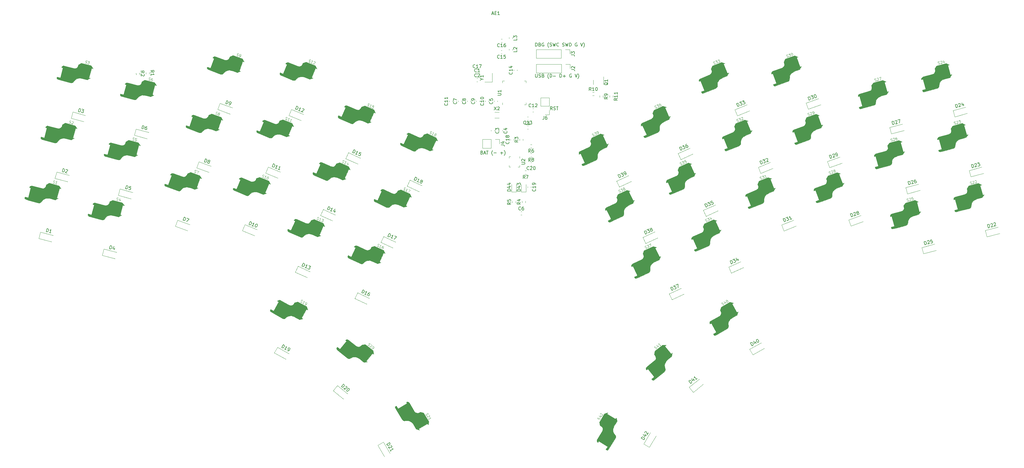
<source format=gbr>
%TF.GenerationSoftware,KiCad,Pcbnew,7.0.10*%
%TF.CreationDate,2024-03-12T01:25:21-07:00*%
%TF.ProjectId,keyboard,6b657962-6f61-4726-942e-6b696361645f,rev?*%
%TF.SameCoordinates,Original*%
%TF.FileFunction,Legend,Top*%
%TF.FilePolarity,Positive*%
%FSLAX46Y46*%
G04 Gerber Fmt 4.6, Leading zero omitted, Abs format (unit mm)*
G04 Created by KiCad (PCBNEW 7.0.10) date 2024-03-12 01:25:21*
%MOMM*%
%LPD*%
G01*
G04 APERTURE LIST*
%ADD10C,0.150000*%
%ADD11C,0.100000*%
%ADD12C,0.120000*%
G04 APERTURE END LIST*
D10*
X227602943Y-121680049D02*
X227602943Y-122489572D01*
X227602943Y-122489572D02*
X227650562Y-122584810D01*
X227650562Y-122584810D02*
X227698181Y-122632430D01*
X227698181Y-122632430D02*
X227793419Y-122680049D01*
X227793419Y-122680049D02*
X227983895Y-122680049D01*
X227983895Y-122680049D02*
X228079133Y-122632430D01*
X228079133Y-122632430D02*
X228126752Y-122584810D01*
X228126752Y-122584810D02*
X228174371Y-122489572D01*
X228174371Y-122489572D02*
X228174371Y-121680049D01*
X228602943Y-122632430D02*
X228745800Y-122680049D01*
X228745800Y-122680049D02*
X228983895Y-122680049D01*
X228983895Y-122680049D02*
X229079133Y-122632430D01*
X229079133Y-122632430D02*
X229126752Y-122584810D01*
X229126752Y-122584810D02*
X229174371Y-122489572D01*
X229174371Y-122489572D02*
X229174371Y-122394334D01*
X229174371Y-122394334D02*
X229126752Y-122299096D01*
X229126752Y-122299096D02*
X229079133Y-122251477D01*
X229079133Y-122251477D02*
X228983895Y-122203858D01*
X228983895Y-122203858D02*
X228793419Y-122156239D01*
X228793419Y-122156239D02*
X228698181Y-122108620D01*
X228698181Y-122108620D02*
X228650562Y-122061001D01*
X228650562Y-122061001D02*
X228602943Y-121965763D01*
X228602943Y-121965763D02*
X228602943Y-121870525D01*
X228602943Y-121870525D02*
X228650562Y-121775287D01*
X228650562Y-121775287D02*
X228698181Y-121727668D01*
X228698181Y-121727668D02*
X228793419Y-121680049D01*
X228793419Y-121680049D02*
X229031514Y-121680049D01*
X229031514Y-121680049D02*
X229174371Y-121727668D01*
X229936276Y-122156239D02*
X230079133Y-122203858D01*
X230079133Y-122203858D02*
X230126752Y-122251477D01*
X230126752Y-122251477D02*
X230174371Y-122346715D01*
X230174371Y-122346715D02*
X230174371Y-122489572D01*
X230174371Y-122489572D02*
X230126752Y-122584810D01*
X230126752Y-122584810D02*
X230079133Y-122632430D01*
X230079133Y-122632430D02*
X229983895Y-122680049D01*
X229983895Y-122680049D02*
X229602943Y-122680049D01*
X229602943Y-122680049D02*
X229602943Y-121680049D01*
X229602943Y-121680049D02*
X229936276Y-121680049D01*
X229936276Y-121680049D02*
X230031514Y-121727668D01*
X230031514Y-121727668D02*
X230079133Y-121775287D01*
X230079133Y-121775287D02*
X230126752Y-121870525D01*
X230126752Y-121870525D02*
X230126752Y-121965763D01*
X230126752Y-121965763D02*
X230079133Y-122061001D01*
X230079133Y-122061001D02*
X230031514Y-122108620D01*
X230031514Y-122108620D02*
X229936276Y-122156239D01*
X229936276Y-122156239D02*
X229602943Y-122156239D01*
X231650562Y-123061001D02*
X231602943Y-123013382D01*
X231602943Y-123013382D02*
X231507705Y-122870525D01*
X231507705Y-122870525D02*
X231460086Y-122775287D01*
X231460086Y-122775287D02*
X231412467Y-122632430D01*
X231412467Y-122632430D02*
X231364848Y-122394334D01*
X231364848Y-122394334D02*
X231364848Y-122203858D01*
X231364848Y-122203858D02*
X231412467Y-121965763D01*
X231412467Y-121965763D02*
X231460086Y-121822906D01*
X231460086Y-121822906D02*
X231507705Y-121727668D01*
X231507705Y-121727668D02*
X231602943Y-121584810D01*
X231602943Y-121584810D02*
X231650562Y-121537191D01*
X232031515Y-122680049D02*
X232031515Y-121680049D01*
X232031515Y-121680049D02*
X232269610Y-121680049D01*
X232269610Y-121680049D02*
X232412467Y-121727668D01*
X232412467Y-121727668D02*
X232507705Y-121822906D01*
X232507705Y-121822906D02*
X232555324Y-121918144D01*
X232555324Y-121918144D02*
X232602943Y-122108620D01*
X232602943Y-122108620D02*
X232602943Y-122251477D01*
X232602943Y-122251477D02*
X232555324Y-122441953D01*
X232555324Y-122441953D02*
X232507705Y-122537191D01*
X232507705Y-122537191D02*
X232412467Y-122632430D01*
X232412467Y-122632430D02*
X232269610Y-122680049D01*
X232269610Y-122680049D02*
X232031515Y-122680049D01*
X233031515Y-122299096D02*
X233793420Y-122299096D01*
X235031515Y-122680049D02*
X235031515Y-121680049D01*
X235031515Y-121680049D02*
X235269610Y-121680049D01*
X235269610Y-121680049D02*
X235412467Y-121727668D01*
X235412467Y-121727668D02*
X235507705Y-121822906D01*
X235507705Y-121822906D02*
X235555324Y-121918144D01*
X235555324Y-121918144D02*
X235602943Y-122108620D01*
X235602943Y-122108620D02*
X235602943Y-122251477D01*
X235602943Y-122251477D02*
X235555324Y-122441953D01*
X235555324Y-122441953D02*
X235507705Y-122537191D01*
X235507705Y-122537191D02*
X235412467Y-122632430D01*
X235412467Y-122632430D02*
X235269610Y-122680049D01*
X235269610Y-122680049D02*
X235031515Y-122680049D01*
X236031515Y-122299096D02*
X236793420Y-122299096D01*
X236412467Y-122680049D02*
X236412467Y-121918144D01*
X238555324Y-121727668D02*
X238460086Y-121680049D01*
X238460086Y-121680049D02*
X238317229Y-121680049D01*
X238317229Y-121680049D02*
X238174372Y-121727668D01*
X238174372Y-121727668D02*
X238079134Y-121822906D01*
X238079134Y-121822906D02*
X238031515Y-121918144D01*
X238031515Y-121918144D02*
X237983896Y-122108620D01*
X237983896Y-122108620D02*
X237983896Y-122251477D01*
X237983896Y-122251477D02*
X238031515Y-122441953D01*
X238031515Y-122441953D02*
X238079134Y-122537191D01*
X238079134Y-122537191D02*
X238174372Y-122632430D01*
X238174372Y-122632430D02*
X238317229Y-122680049D01*
X238317229Y-122680049D02*
X238412467Y-122680049D01*
X238412467Y-122680049D02*
X238555324Y-122632430D01*
X238555324Y-122632430D02*
X238602943Y-122584810D01*
X238602943Y-122584810D02*
X238602943Y-122251477D01*
X238602943Y-122251477D02*
X238412467Y-122251477D01*
X239650563Y-121680049D02*
X239983896Y-122680049D01*
X239983896Y-122680049D02*
X240317229Y-121680049D01*
X240555325Y-123061001D02*
X240602944Y-123013382D01*
X240602944Y-123013382D02*
X240698182Y-122870525D01*
X240698182Y-122870525D02*
X240745801Y-122775287D01*
X240745801Y-122775287D02*
X240793420Y-122632430D01*
X240793420Y-122632430D02*
X240841039Y-122394334D01*
X240841039Y-122394334D02*
X240841039Y-122203858D01*
X240841039Y-122203858D02*
X240793420Y-121965763D01*
X240793420Y-121965763D02*
X240745801Y-121822906D01*
X240745801Y-121822906D02*
X240698182Y-121727668D01*
X240698182Y-121727668D02*
X240602944Y-121584810D01*
X240602944Y-121584810D02*
X240555325Y-121537191D01*
X227602943Y-113180049D02*
X227602943Y-112180049D01*
X227602943Y-112180049D02*
X227841038Y-112180049D01*
X227841038Y-112180049D02*
X227983895Y-112227668D01*
X227983895Y-112227668D02*
X228079133Y-112322906D01*
X228079133Y-112322906D02*
X228126752Y-112418144D01*
X228126752Y-112418144D02*
X228174371Y-112608620D01*
X228174371Y-112608620D02*
X228174371Y-112751477D01*
X228174371Y-112751477D02*
X228126752Y-112941953D01*
X228126752Y-112941953D02*
X228079133Y-113037191D01*
X228079133Y-113037191D02*
X227983895Y-113132430D01*
X227983895Y-113132430D02*
X227841038Y-113180049D01*
X227841038Y-113180049D02*
X227602943Y-113180049D01*
X228936276Y-112656239D02*
X229079133Y-112703858D01*
X229079133Y-112703858D02*
X229126752Y-112751477D01*
X229126752Y-112751477D02*
X229174371Y-112846715D01*
X229174371Y-112846715D02*
X229174371Y-112989572D01*
X229174371Y-112989572D02*
X229126752Y-113084810D01*
X229126752Y-113084810D02*
X229079133Y-113132430D01*
X229079133Y-113132430D02*
X228983895Y-113180049D01*
X228983895Y-113180049D02*
X228602943Y-113180049D01*
X228602943Y-113180049D02*
X228602943Y-112180049D01*
X228602943Y-112180049D02*
X228936276Y-112180049D01*
X228936276Y-112180049D02*
X229031514Y-112227668D01*
X229031514Y-112227668D02*
X229079133Y-112275287D01*
X229079133Y-112275287D02*
X229126752Y-112370525D01*
X229126752Y-112370525D02*
X229126752Y-112465763D01*
X229126752Y-112465763D02*
X229079133Y-112561001D01*
X229079133Y-112561001D02*
X229031514Y-112608620D01*
X229031514Y-112608620D02*
X228936276Y-112656239D01*
X228936276Y-112656239D02*
X228602943Y-112656239D01*
X230126752Y-112227668D02*
X230031514Y-112180049D01*
X230031514Y-112180049D02*
X229888657Y-112180049D01*
X229888657Y-112180049D02*
X229745800Y-112227668D01*
X229745800Y-112227668D02*
X229650562Y-112322906D01*
X229650562Y-112322906D02*
X229602943Y-112418144D01*
X229602943Y-112418144D02*
X229555324Y-112608620D01*
X229555324Y-112608620D02*
X229555324Y-112751477D01*
X229555324Y-112751477D02*
X229602943Y-112941953D01*
X229602943Y-112941953D02*
X229650562Y-113037191D01*
X229650562Y-113037191D02*
X229745800Y-113132430D01*
X229745800Y-113132430D02*
X229888657Y-113180049D01*
X229888657Y-113180049D02*
X229983895Y-113180049D01*
X229983895Y-113180049D02*
X230126752Y-113132430D01*
X230126752Y-113132430D02*
X230174371Y-113084810D01*
X230174371Y-113084810D02*
X230174371Y-112751477D01*
X230174371Y-112751477D02*
X229983895Y-112751477D01*
X231650562Y-113561001D02*
X231602943Y-113513382D01*
X231602943Y-113513382D02*
X231507705Y-113370525D01*
X231507705Y-113370525D02*
X231460086Y-113275287D01*
X231460086Y-113275287D02*
X231412467Y-113132430D01*
X231412467Y-113132430D02*
X231364848Y-112894334D01*
X231364848Y-112894334D02*
X231364848Y-112703858D01*
X231364848Y-112703858D02*
X231412467Y-112465763D01*
X231412467Y-112465763D02*
X231460086Y-112322906D01*
X231460086Y-112322906D02*
X231507705Y-112227668D01*
X231507705Y-112227668D02*
X231602943Y-112084810D01*
X231602943Y-112084810D02*
X231650562Y-112037191D01*
X231983896Y-113132430D02*
X232126753Y-113180049D01*
X232126753Y-113180049D02*
X232364848Y-113180049D01*
X232364848Y-113180049D02*
X232460086Y-113132430D01*
X232460086Y-113132430D02*
X232507705Y-113084810D01*
X232507705Y-113084810D02*
X232555324Y-112989572D01*
X232555324Y-112989572D02*
X232555324Y-112894334D01*
X232555324Y-112894334D02*
X232507705Y-112799096D01*
X232507705Y-112799096D02*
X232460086Y-112751477D01*
X232460086Y-112751477D02*
X232364848Y-112703858D01*
X232364848Y-112703858D02*
X232174372Y-112656239D01*
X232174372Y-112656239D02*
X232079134Y-112608620D01*
X232079134Y-112608620D02*
X232031515Y-112561001D01*
X232031515Y-112561001D02*
X231983896Y-112465763D01*
X231983896Y-112465763D02*
X231983896Y-112370525D01*
X231983896Y-112370525D02*
X232031515Y-112275287D01*
X232031515Y-112275287D02*
X232079134Y-112227668D01*
X232079134Y-112227668D02*
X232174372Y-112180049D01*
X232174372Y-112180049D02*
X232412467Y-112180049D01*
X232412467Y-112180049D02*
X232555324Y-112227668D01*
X232888658Y-112180049D02*
X233126753Y-113180049D01*
X233126753Y-113180049D02*
X233317229Y-112465763D01*
X233317229Y-112465763D02*
X233507705Y-113180049D01*
X233507705Y-113180049D02*
X233745801Y-112180049D01*
X234698181Y-113084810D02*
X234650562Y-113132430D01*
X234650562Y-113132430D02*
X234507705Y-113180049D01*
X234507705Y-113180049D02*
X234412467Y-113180049D01*
X234412467Y-113180049D02*
X234269610Y-113132430D01*
X234269610Y-113132430D02*
X234174372Y-113037191D01*
X234174372Y-113037191D02*
X234126753Y-112941953D01*
X234126753Y-112941953D02*
X234079134Y-112751477D01*
X234079134Y-112751477D02*
X234079134Y-112608620D01*
X234079134Y-112608620D02*
X234126753Y-112418144D01*
X234126753Y-112418144D02*
X234174372Y-112322906D01*
X234174372Y-112322906D02*
X234269610Y-112227668D01*
X234269610Y-112227668D02*
X234412467Y-112180049D01*
X234412467Y-112180049D02*
X234507705Y-112180049D01*
X234507705Y-112180049D02*
X234650562Y-112227668D01*
X234650562Y-112227668D02*
X234698181Y-112275287D01*
X235841039Y-113132430D02*
X235983896Y-113180049D01*
X235983896Y-113180049D02*
X236221991Y-113180049D01*
X236221991Y-113180049D02*
X236317229Y-113132430D01*
X236317229Y-113132430D02*
X236364848Y-113084810D01*
X236364848Y-113084810D02*
X236412467Y-112989572D01*
X236412467Y-112989572D02*
X236412467Y-112894334D01*
X236412467Y-112894334D02*
X236364848Y-112799096D01*
X236364848Y-112799096D02*
X236317229Y-112751477D01*
X236317229Y-112751477D02*
X236221991Y-112703858D01*
X236221991Y-112703858D02*
X236031515Y-112656239D01*
X236031515Y-112656239D02*
X235936277Y-112608620D01*
X235936277Y-112608620D02*
X235888658Y-112561001D01*
X235888658Y-112561001D02*
X235841039Y-112465763D01*
X235841039Y-112465763D02*
X235841039Y-112370525D01*
X235841039Y-112370525D02*
X235888658Y-112275287D01*
X235888658Y-112275287D02*
X235936277Y-112227668D01*
X235936277Y-112227668D02*
X236031515Y-112180049D01*
X236031515Y-112180049D02*
X236269610Y-112180049D01*
X236269610Y-112180049D02*
X236412467Y-112227668D01*
X236745801Y-112180049D02*
X236983896Y-113180049D01*
X236983896Y-113180049D02*
X237174372Y-112465763D01*
X237174372Y-112465763D02*
X237364848Y-113180049D01*
X237364848Y-113180049D02*
X237602944Y-112180049D01*
X237983896Y-113180049D02*
X237983896Y-112180049D01*
X237983896Y-112180049D02*
X238221991Y-112180049D01*
X238221991Y-112180049D02*
X238364848Y-112227668D01*
X238364848Y-112227668D02*
X238460086Y-112322906D01*
X238460086Y-112322906D02*
X238507705Y-112418144D01*
X238507705Y-112418144D02*
X238555324Y-112608620D01*
X238555324Y-112608620D02*
X238555324Y-112751477D01*
X238555324Y-112751477D02*
X238507705Y-112941953D01*
X238507705Y-112941953D02*
X238460086Y-113037191D01*
X238460086Y-113037191D02*
X238364848Y-113132430D01*
X238364848Y-113132430D02*
X238221991Y-113180049D01*
X238221991Y-113180049D02*
X237983896Y-113180049D01*
X240269610Y-112227668D02*
X240174372Y-112180049D01*
X240174372Y-112180049D02*
X240031515Y-112180049D01*
X240031515Y-112180049D02*
X239888658Y-112227668D01*
X239888658Y-112227668D02*
X239793420Y-112322906D01*
X239793420Y-112322906D02*
X239745801Y-112418144D01*
X239745801Y-112418144D02*
X239698182Y-112608620D01*
X239698182Y-112608620D02*
X239698182Y-112751477D01*
X239698182Y-112751477D02*
X239745801Y-112941953D01*
X239745801Y-112941953D02*
X239793420Y-113037191D01*
X239793420Y-113037191D02*
X239888658Y-113132430D01*
X239888658Y-113132430D02*
X240031515Y-113180049D01*
X240031515Y-113180049D02*
X240126753Y-113180049D01*
X240126753Y-113180049D02*
X240269610Y-113132430D01*
X240269610Y-113132430D02*
X240317229Y-113084810D01*
X240317229Y-113084810D02*
X240317229Y-112751477D01*
X240317229Y-112751477D02*
X240126753Y-112751477D01*
X241364849Y-112180049D02*
X241698182Y-113180049D01*
X241698182Y-113180049D02*
X242031515Y-112180049D01*
X242269611Y-113561001D02*
X242317230Y-113513382D01*
X242317230Y-113513382D02*
X242412468Y-113370525D01*
X242412468Y-113370525D02*
X242460087Y-113275287D01*
X242460087Y-113275287D02*
X242507706Y-113132430D01*
X242507706Y-113132430D02*
X242555325Y-112894334D01*
X242555325Y-112894334D02*
X242555325Y-112703858D01*
X242555325Y-112703858D02*
X242507706Y-112465763D01*
X242507706Y-112465763D02*
X242460087Y-112322906D01*
X242460087Y-112322906D02*
X242412468Y-112227668D01*
X242412468Y-112227668D02*
X242317230Y-112084810D01*
X242317230Y-112084810D02*
X242269611Y-112037191D01*
X232738207Y-132644819D02*
X232404874Y-132168628D01*
X232166779Y-132644819D02*
X232166779Y-131644819D01*
X232166779Y-131644819D02*
X232547731Y-131644819D01*
X232547731Y-131644819D02*
X232642969Y-131692438D01*
X232642969Y-131692438D02*
X232690588Y-131740057D01*
X232690588Y-131740057D02*
X232738207Y-131835295D01*
X232738207Y-131835295D02*
X232738207Y-131978152D01*
X232738207Y-131978152D02*
X232690588Y-132073390D01*
X232690588Y-132073390D02*
X232642969Y-132121009D01*
X232642969Y-132121009D02*
X232547731Y-132168628D01*
X232547731Y-132168628D02*
X232166779Y-132168628D01*
X233119160Y-132597200D02*
X233262017Y-132644819D01*
X233262017Y-132644819D02*
X233500112Y-132644819D01*
X233500112Y-132644819D02*
X233595350Y-132597200D01*
X233595350Y-132597200D02*
X233642969Y-132549580D01*
X233642969Y-132549580D02*
X233690588Y-132454342D01*
X233690588Y-132454342D02*
X233690588Y-132359104D01*
X233690588Y-132359104D02*
X233642969Y-132263866D01*
X233642969Y-132263866D02*
X233595350Y-132216247D01*
X233595350Y-132216247D02*
X233500112Y-132168628D01*
X233500112Y-132168628D02*
X233309636Y-132121009D01*
X233309636Y-132121009D02*
X233214398Y-132073390D01*
X233214398Y-132073390D02*
X233166779Y-132025771D01*
X233166779Y-132025771D02*
X233119160Y-131930533D01*
X233119160Y-131930533D02*
X233119160Y-131835295D01*
X233119160Y-131835295D02*
X233166779Y-131740057D01*
X233166779Y-131740057D02*
X233214398Y-131692438D01*
X233214398Y-131692438D02*
X233309636Y-131644819D01*
X233309636Y-131644819D02*
X233547731Y-131644819D01*
X233547731Y-131644819D02*
X233690588Y-131692438D01*
X233976303Y-131644819D02*
X234547731Y-131644819D01*
X234262017Y-132644819D02*
X234262017Y-131644819D01*
X211186276Y-145656239D02*
X211329133Y-145703858D01*
X211329133Y-145703858D02*
X211376752Y-145751477D01*
X211376752Y-145751477D02*
X211424371Y-145846715D01*
X211424371Y-145846715D02*
X211424371Y-145989572D01*
X211424371Y-145989572D02*
X211376752Y-146084810D01*
X211376752Y-146084810D02*
X211329133Y-146132430D01*
X211329133Y-146132430D02*
X211233895Y-146180049D01*
X211233895Y-146180049D02*
X210852943Y-146180049D01*
X210852943Y-146180049D02*
X210852943Y-145180049D01*
X210852943Y-145180049D02*
X211186276Y-145180049D01*
X211186276Y-145180049D02*
X211281514Y-145227668D01*
X211281514Y-145227668D02*
X211329133Y-145275287D01*
X211329133Y-145275287D02*
X211376752Y-145370525D01*
X211376752Y-145370525D02*
X211376752Y-145465763D01*
X211376752Y-145465763D02*
X211329133Y-145561001D01*
X211329133Y-145561001D02*
X211281514Y-145608620D01*
X211281514Y-145608620D02*
X211186276Y-145656239D01*
X211186276Y-145656239D02*
X210852943Y-145656239D01*
X211805324Y-145894334D02*
X212281514Y-145894334D01*
X211710086Y-146180049D02*
X212043419Y-145180049D01*
X212043419Y-145180049D02*
X212376752Y-146180049D01*
X212567229Y-145180049D02*
X213138657Y-145180049D01*
X212852943Y-146180049D02*
X212852943Y-145180049D01*
X214519610Y-146561001D02*
X214471991Y-146513382D01*
X214471991Y-146513382D02*
X214376753Y-146370525D01*
X214376753Y-146370525D02*
X214329134Y-146275287D01*
X214329134Y-146275287D02*
X214281515Y-146132430D01*
X214281515Y-146132430D02*
X214233896Y-145894334D01*
X214233896Y-145894334D02*
X214233896Y-145703858D01*
X214233896Y-145703858D02*
X214281515Y-145465763D01*
X214281515Y-145465763D02*
X214329134Y-145322906D01*
X214329134Y-145322906D02*
X214376753Y-145227668D01*
X214376753Y-145227668D02*
X214471991Y-145084810D01*
X214471991Y-145084810D02*
X214519610Y-145037191D01*
X214900563Y-145799096D02*
X215662468Y-145799096D01*
X216900563Y-145799096D02*
X217662468Y-145799096D01*
X217281515Y-146180049D02*
X217281515Y-145418144D01*
X218043420Y-146561001D02*
X218091039Y-146513382D01*
X218091039Y-146513382D02*
X218186277Y-146370525D01*
X218186277Y-146370525D02*
X218233896Y-146275287D01*
X218233896Y-146275287D02*
X218281515Y-146132430D01*
X218281515Y-146132430D02*
X218329134Y-145894334D01*
X218329134Y-145894334D02*
X218329134Y-145703858D01*
X218329134Y-145703858D02*
X218281515Y-145465763D01*
X218281515Y-145465763D02*
X218233896Y-145322906D01*
X218233896Y-145322906D02*
X218186277Y-145227668D01*
X218186277Y-145227668D02*
X218091039Y-145084810D01*
X218091039Y-145084810D02*
X218043420Y-145037191D01*
X238584819Y-120333333D02*
X239299104Y-120333333D01*
X239299104Y-120333333D02*
X239441961Y-120380952D01*
X239441961Y-120380952D02*
X239537200Y-120476190D01*
X239537200Y-120476190D02*
X239584819Y-120619047D01*
X239584819Y-120619047D02*
X239584819Y-120714285D01*
X238680057Y-119904761D02*
X238632438Y-119857142D01*
X238632438Y-119857142D02*
X238584819Y-119761904D01*
X238584819Y-119761904D02*
X238584819Y-119523809D01*
X238584819Y-119523809D02*
X238632438Y-119428571D01*
X238632438Y-119428571D02*
X238680057Y-119380952D01*
X238680057Y-119380952D02*
X238775295Y-119333333D01*
X238775295Y-119333333D02*
X238870533Y-119333333D01*
X238870533Y-119333333D02*
X239013390Y-119380952D01*
X239013390Y-119380952D02*
X239584819Y-119952380D01*
X239584819Y-119952380D02*
X239584819Y-119333333D01*
X78020236Y-169888623D02*
X78279055Y-168922697D01*
X78279055Y-168922697D02*
X78509037Y-168984321D01*
X78509037Y-168984321D02*
X78634702Y-169067291D01*
X78634702Y-169067291D02*
X78702045Y-169183934D01*
X78702045Y-169183934D02*
X78723392Y-169288251D01*
X78723392Y-169288251D02*
X78720090Y-169484562D01*
X78720090Y-169484562D02*
X78683116Y-169622551D01*
X78683116Y-169622551D02*
X78587821Y-169794213D01*
X78587821Y-169794213D02*
X78517175Y-169873881D01*
X78517175Y-169873881D02*
X78400532Y-169941224D01*
X78400532Y-169941224D02*
X78250218Y-169950247D01*
X78250218Y-169950247D02*
X78020236Y-169888623D01*
X79492123Y-170283014D02*
X78940165Y-170135117D01*
X79216144Y-170209066D02*
X79474963Y-169243140D01*
X79474963Y-169243140D02*
X79345996Y-169356480D01*
X79345996Y-169356480D02*
X79229354Y-169423823D01*
X79229354Y-169423823D02*
X79125036Y-169445170D01*
X168279555Y-217236261D02*
X168908876Y-216459116D01*
X168908876Y-216459116D02*
X169093910Y-216608954D01*
X169093910Y-216608954D02*
X169174964Y-216735864D01*
X169174964Y-216735864D02*
X169189042Y-216869813D01*
X169189042Y-216869813D02*
X169166114Y-216973794D01*
X169166114Y-216973794D02*
X169083250Y-217151790D01*
X169083250Y-217151790D02*
X168993347Y-217262811D01*
X168993347Y-217262811D02*
X168836470Y-217380871D01*
X168836470Y-217380871D02*
X168739528Y-217424917D01*
X168739528Y-217424917D02*
X168605579Y-217438996D01*
X168605579Y-217438996D02*
X168464590Y-217386100D01*
X168464590Y-217386100D02*
X168279555Y-217236261D01*
X169589079Y-217132482D02*
X169656054Y-217125443D01*
X169656054Y-217125443D02*
X169760036Y-217148371D01*
X169760036Y-217148371D02*
X169945070Y-217298209D01*
X169945070Y-217298209D02*
X169989117Y-217395152D01*
X169989117Y-217395152D02*
X169996156Y-217462126D01*
X169996156Y-217462126D02*
X169973228Y-217566108D01*
X169973228Y-217566108D02*
X169913292Y-217640122D01*
X169913292Y-217640122D02*
X169786382Y-217721175D01*
X169786382Y-217721175D02*
X168982687Y-217805647D01*
X168982687Y-217805647D02*
X169463778Y-218195226D01*
X170574189Y-217807659D02*
X170648202Y-217867595D01*
X170648202Y-217867595D02*
X170692249Y-217964537D01*
X170692249Y-217964537D02*
X170699288Y-218031511D01*
X170699288Y-218031511D02*
X170676360Y-218135493D01*
X170676360Y-218135493D02*
X170593496Y-218313488D01*
X170593496Y-218313488D02*
X170443658Y-218498523D01*
X170443658Y-218498523D02*
X170286780Y-218616583D01*
X170286780Y-218616583D02*
X170189838Y-218660630D01*
X170189838Y-218660630D02*
X170122864Y-218667669D01*
X170122864Y-218667669D02*
X170018882Y-218644740D01*
X170018882Y-218644740D02*
X169944868Y-218584805D01*
X169944868Y-218584805D02*
X169900822Y-218487863D01*
X169900822Y-218487863D02*
X169893783Y-218420888D01*
X169893783Y-218420888D02*
X169916711Y-218316907D01*
X169916711Y-218316907D02*
X169999574Y-218138911D01*
X169999574Y-218138911D02*
X170149413Y-217953877D01*
X170149413Y-217953877D02*
X170306290Y-217835817D01*
X170306290Y-217835817D02*
X170403232Y-217791770D01*
X170403232Y-217791770D02*
X170470207Y-217784731D01*
X170470207Y-217784731D02*
X170574189Y-217807659D01*
X356182769Y-131996282D02*
X355923950Y-131030356D01*
X355923950Y-131030356D02*
X356153933Y-130968733D01*
X356153933Y-130968733D02*
X356304247Y-130977755D01*
X356304247Y-130977755D02*
X356420889Y-131045099D01*
X356420889Y-131045099D02*
X356491535Y-131124767D01*
X356491535Y-131124767D02*
X356586830Y-131296428D01*
X356586830Y-131296428D02*
X356623805Y-131434417D01*
X356623805Y-131434417D02*
X356627107Y-131630728D01*
X356627107Y-131630728D02*
X356605760Y-131735046D01*
X356605760Y-131735046D02*
X356538416Y-131851688D01*
X356538416Y-131851688D02*
X356412752Y-131934659D01*
X356412752Y-131934659D02*
X356182769Y-131996282D01*
X356868529Y-130875855D02*
X356902201Y-130817534D01*
X356902201Y-130817534D02*
X356981869Y-130746888D01*
X356981869Y-130746888D02*
X357211851Y-130685264D01*
X357211851Y-130685264D02*
X357316169Y-130706611D01*
X357316169Y-130706611D02*
X357374490Y-130740283D01*
X357374490Y-130740283D02*
X357445136Y-130819951D01*
X357445136Y-130819951D02*
X357469786Y-130911944D01*
X357469786Y-130911944D02*
X357460763Y-131062258D01*
X357460763Y-131062258D02*
X357056702Y-131762113D01*
X357056702Y-131762113D02*
X357654656Y-131601891D01*
X358310047Y-130736096D02*
X358482593Y-131380046D01*
X357981467Y-130429748D02*
X357936355Y-131181318D01*
X357936355Y-131181318D02*
X358534309Y-131021097D01*
X140009428Y-167671418D02*
X140384035Y-166744234D01*
X140384035Y-166744234D02*
X140604793Y-166833426D01*
X140604793Y-166833426D02*
X140719409Y-166931093D01*
X140719409Y-166931093D02*
X140772036Y-167055073D01*
X140772036Y-167055073D02*
X140780510Y-167161215D01*
X140780510Y-167161215D02*
X140753308Y-167355659D01*
X140753308Y-167355659D02*
X140699793Y-167488114D01*
X140699793Y-167488114D02*
X140584288Y-167646882D01*
X140584288Y-167646882D02*
X140504459Y-167717347D01*
X140504459Y-167717347D02*
X140380479Y-167769974D01*
X140380479Y-167769974D02*
X140230186Y-167760610D01*
X140230186Y-167760610D02*
X140009428Y-167671418D01*
X141422280Y-168242247D02*
X140892460Y-168028186D01*
X141157370Y-168135217D02*
X141531977Y-167208033D01*
X141531977Y-167208033D02*
X141390158Y-167304811D01*
X141390158Y-167304811D02*
X141266178Y-167357437D01*
X141266178Y-167357437D02*
X141160037Y-167365912D01*
X142370857Y-167546963D02*
X142459161Y-167582639D01*
X142459161Y-167582639D02*
X142529625Y-167662468D01*
X142529625Y-167662468D02*
X142555939Y-167724458D01*
X142555939Y-167724458D02*
X142564413Y-167830599D01*
X142564413Y-167830599D02*
X142537211Y-168025044D01*
X142537211Y-168025044D02*
X142448019Y-168245802D01*
X142448019Y-168245802D02*
X142332514Y-168404570D01*
X142332514Y-168404570D02*
X142252686Y-168475035D01*
X142252686Y-168475035D02*
X142190696Y-168501348D01*
X142190696Y-168501348D02*
X142084554Y-168509823D01*
X142084554Y-168509823D02*
X141996251Y-168474146D01*
X141996251Y-168474146D02*
X141925786Y-168394318D01*
X141925786Y-168394318D02*
X141899473Y-168332328D01*
X141899473Y-168332328D02*
X141890998Y-168226186D01*
X141890998Y-168226186D02*
X141918200Y-168031741D01*
X141918200Y-168031741D02*
X142007392Y-167810983D01*
X142007392Y-167810983D02*
X142122897Y-167652215D01*
X142122897Y-167652215D02*
X142202726Y-167581750D01*
X142202726Y-167581750D02*
X142264716Y-167555437D01*
X142264716Y-167555437D02*
X142370857Y-167546963D01*
X311210994Y-129669225D02*
X310868974Y-128729532D01*
X310868974Y-128729532D02*
X311092711Y-128648099D01*
X311092711Y-128648099D02*
X311243239Y-128643986D01*
X311243239Y-128643986D02*
X311365307Y-128700907D01*
X311365307Y-128700907D02*
X311442628Y-128774115D01*
X311442628Y-128774115D02*
X311552522Y-128936817D01*
X311552522Y-128936817D02*
X311601382Y-129071059D01*
X311601382Y-129071059D02*
X311621781Y-129266335D01*
X311621781Y-129266335D02*
X311609607Y-129372116D01*
X311609607Y-129372116D02*
X311552686Y-129494184D01*
X311552686Y-129494184D02*
X311434731Y-129587791D01*
X311434731Y-129587791D02*
X311210994Y-129669225D01*
X311719172Y-128420085D02*
X312300887Y-128208359D01*
X312300887Y-128208359D02*
X312117949Y-128680343D01*
X312117949Y-128680343D02*
X312252191Y-128631483D01*
X312252191Y-128631483D02*
X312357972Y-128643657D01*
X312357972Y-128643657D02*
X312419006Y-128672118D01*
X312419006Y-128672118D02*
X312496327Y-128745326D01*
X312496327Y-128745326D02*
X312577760Y-128969062D01*
X312577760Y-128969062D02*
X312565586Y-129074843D01*
X312565586Y-129074843D02*
X312537126Y-129135877D01*
X312537126Y-129135877D02*
X312463918Y-129213198D01*
X312463918Y-129213198D02*
X312195434Y-129310918D01*
X312195434Y-129310918D02*
X312089653Y-129298744D01*
X312089653Y-129298744D02*
X312028619Y-129270283D01*
X312882601Y-127996632D02*
X312972096Y-127964059D01*
X312972096Y-127964059D02*
X313077877Y-127976232D01*
X313077877Y-127976232D02*
X313138911Y-128004693D01*
X313138911Y-128004693D02*
X313216232Y-128077901D01*
X313216232Y-128077901D02*
X313326126Y-128240603D01*
X313326126Y-128240603D02*
X313407559Y-128464340D01*
X313407559Y-128464340D02*
X313427958Y-128659615D01*
X313427958Y-128659615D02*
X313415784Y-128765397D01*
X313415784Y-128765397D02*
X313387324Y-128826431D01*
X313387324Y-128826431D02*
X313314116Y-128903751D01*
X313314116Y-128903751D02*
X313224621Y-128936324D01*
X313224621Y-128936324D02*
X313118840Y-128924151D01*
X313118840Y-128924151D02*
X313057806Y-128895690D01*
X313057806Y-128895690D02*
X312980486Y-128822482D01*
X312980486Y-128822482D02*
X312870592Y-128659780D01*
X312870592Y-128659780D02*
X312789158Y-128436043D01*
X312789158Y-128436043D02*
X312768759Y-128240768D01*
X312768759Y-128240768D02*
X312780933Y-128134986D01*
X312780933Y-128134986D02*
X312809393Y-128073952D01*
X312809393Y-128073952D02*
X312882601Y-127996632D01*
X214283333Y-103259104D02*
X214759523Y-103259104D01*
X214188095Y-103544819D02*
X214521428Y-102544819D01*
X214521428Y-102544819D02*
X214854761Y-103544819D01*
X215188095Y-103021009D02*
X215521428Y-103021009D01*
X215664285Y-103544819D02*
X215188095Y-103544819D01*
X215188095Y-103544819D02*
X215188095Y-102544819D01*
X215188095Y-102544819D02*
X215664285Y-102544819D01*
X216616666Y-103544819D02*
X216045238Y-103544819D01*
X216330952Y-103544819D02*
X216330952Y-102544819D01*
X216330952Y-102544819D02*
X216235714Y-102687676D01*
X216235714Y-102687676D02*
X216140476Y-102782914D01*
X216140476Y-102782914D02*
X216045238Y-102830533D01*
D11*
X187177691Y-157039300D02*
X187265169Y-157122125D01*
X187265169Y-157122125D02*
X187437799Y-157202624D01*
X187437799Y-157202624D02*
X187522951Y-157200297D01*
X187522951Y-157200297D02*
X187573577Y-157181871D01*
X187573577Y-157181871D02*
X187640302Y-157128919D01*
X187640302Y-157128919D02*
X187672502Y-157059866D01*
X187672502Y-157059866D02*
X187670175Y-156974715D01*
X187670175Y-156974715D02*
X187651749Y-156924089D01*
X187651749Y-156924089D02*
X187598796Y-156857363D01*
X187598796Y-156857363D02*
X187476792Y-156758438D01*
X187476792Y-156758438D02*
X187423840Y-156691713D01*
X187423840Y-156691713D02*
X187405414Y-156641087D01*
X187405414Y-156641087D02*
X187403087Y-156555935D01*
X187403087Y-156555935D02*
X187435287Y-156486883D01*
X187435287Y-156486883D02*
X187502012Y-156433931D01*
X187502012Y-156433931D02*
X187552638Y-156415505D01*
X187552638Y-156415505D02*
X187637790Y-156413178D01*
X187637790Y-156413178D02*
X187810420Y-156493677D01*
X187810420Y-156493677D02*
X187897898Y-156576502D01*
X188266424Y-157589018D02*
X187852111Y-157395821D01*
X188059267Y-157492419D02*
X188397362Y-156767373D01*
X188397362Y-156767373D02*
X188280011Y-156838751D01*
X188280011Y-156838751D02*
X188178759Y-156875604D01*
X188178759Y-156875604D02*
X188093608Y-156877930D01*
X188846200Y-156976670D02*
X189329565Y-157202066D01*
X189329565Y-157202066D02*
X188680736Y-157782215D01*
D10*
X209599497Y-120989810D02*
X209551878Y-121037430D01*
X209551878Y-121037430D02*
X209409021Y-121085049D01*
X209409021Y-121085049D02*
X209313783Y-121085049D01*
X209313783Y-121085049D02*
X209170926Y-121037430D01*
X209170926Y-121037430D02*
X209075688Y-120942191D01*
X209075688Y-120942191D02*
X209028069Y-120846953D01*
X209028069Y-120846953D02*
X208980450Y-120656477D01*
X208980450Y-120656477D02*
X208980450Y-120513620D01*
X208980450Y-120513620D02*
X209028069Y-120323144D01*
X209028069Y-120323144D02*
X209075688Y-120227906D01*
X209075688Y-120227906D02*
X209170926Y-120132668D01*
X209170926Y-120132668D02*
X209313783Y-120085049D01*
X209313783Y-120085049D02*
X209409021Y-120085049D01*
X209409021Y-120085049D02*
X209551878Y-120132668D01*
X209551878Y-120132668D02*
X209599497Y-120180287D01*
X210551878Y-121085049D02*
X209980450Y-121085049D01*
X210266164Y-121085049D02*
X210266164Y-120085049D01*
X210266164Y-120085049D02*
X210170926Y-120227906D01*
X210170926Y-120227906D02*
X210075688Y-120323144D01*
X210075688Y-120323144D02*
X209980450Y-120370763D01*
X230166666Y-134559819D02*
X230166666Y-135274104D01*
X230166666Y-135274104D02*
X230119047Y-135416961D01*
X230119047Y-135416961D02*
X230023809Y-135512200D01*
X230023809Y-135512200D02*
X229880952Y-135559819D01*
X229880952Y-135559819D02*
X229785714Y-135559819D01*
X231071428Y-134559819D02*
X230880952Y-134559819D01*
X230880952Y-134559819D02*
X230785714Y-134607438D01*
X230785714Y-134607438D02*
X230738095Y-134655057D01*
X230738095Y-134655057D02*
X230642857Y-134797914D01*
X230642857Y-134797914D02*
X230595238Y-134988390D01*
X230595238Y-134988390D02*
X230595238Y-135369342D01*
X230595238Y-135369342D02*
X230642857Y-135464580D01*
X230642857Y-135464580D02*
X230690476Y-135512200D01*
X230690476Y-135512200D02*
X230785714Y-135559819D01*
X230785714Y-135559819D02*
X230976190Y-135559819D01*
X230976190Y-135559819D02*
X231071428Y-135512200D01*
X231071428Y-135512200D02*
X231119047Y-135464580D01*
X231119047Y-135464580D02*
X231166666Y-135369342D01*
X231166666Y-135369342D02*
X231166666Y-135131247D01*
X231166666Y-135131247D02*
X231119047Y-135036009D01*
X231119047Y-135036009D02*
X231071428Y-134988390D01*
X231071428Y-134988390D02*
X230976190Y-134940771D01*
X230976190Y-134940771D02*
X230785714Y-134940771D01*
X230785714Y-134940771D02*
X230690476Y-134988390D01*
X230690476Y-134988390D02*
X230642857Y-135036009D01*
X230642857Y-135036009D02*
X230595238Y-135131247D01*
X303662824Y-166888705D02*
X303288217Y-165961521D01*
X303288217Y-165961521D02*
X303508975Y-165872329D01*
X303508975Y-165872329D02*
X303659268Y-165862965D01*
X303659268Y-165862965D02*
X303783248Y-165915592D01*
X303783248Y-165915592D02*
X303863077Y-165986057D01*
X303863077Y-165986057D02*
X303978582Y-166144825D01*
X303978582Y-166144825D02*
X304032097Y-166277279D01*
X304032097Y-166277279D02*
X304059299Y-166471724D01*
X304059299Y-166471724D02*
X304050824Y-166577866D01*
X304050824Y-166577866D02*
X303998198Y-166701846D01*
X303998198Y-166701846D02*
X303883582Y-166799513D01*
X303883582Y-166799513D02*
X303662824Y-166888705D01*
X304127098Y-165622591D02*
X304701069Y-165390692D01*
X304701069Y-165390692D02*
X304534715Y-165868774D01*
X304534715Y-165868774D02*
X304667169Y-165815258D01*
X304667169Y-165815258D02*
X304773311Y-165823733D01*
X304773311Y-165823733D02*
X304835301Y-165850046D01*
X304835301Y-165850046D02*
X304915129Y-165920511D01*
X304915129Y-165920511D02*
X305004322Y-166141269D01*
X305004322Y-166141269D02*
X304995847Y-166247411D01*
X304995847Y-166247411D02*
X304969534Y-166309401D01*
X304969534Y-166309401D02*
X304899069Y-166389229D01*
X304899069Y-166389229D02*
X304634159Y-166496260D01*
X304634159Y-166496260D02*
X304528017Y-166487785D01*
X304528017Y-166487785D02*
X304466027Y-166461472D01*
X305958707Y-165961108D02*
X305428888Y-166175168D01*
X305693798Y-166068138D02*
X305319191Y-165140954D01*
X305319191Y-165140954D02*
X305284403Y-165309086D01*
X305284403Y-165309086D02*
X305231777Y-165433066D01*
X305231777Y-165433066D02*
X305161312Y-165512894D01*
X156240478Y-180418348D02*
X156647214Y-179504802D01*
X156647214Y-179504802D02*
X156864725Y-179601644D01*
X156864725Y-179601644D02*
X156975863Y-179703252D01*
X156975863Y-179703252D02*
X157024131Y-179828993D01*
X157024131Y-179828993D02*
X157028896Y-179935366D01*
X157028896Y-179935366D02*
X156994925Y-180128743D01*
X156994925Y-180128743D02*
X156936819Y-180259249D01*
X156936819Y-180259249D02*
X156815844Y-180413890D01*
X156815844Y-180413890D02*
X156733605Y-180481525D01*
X156733605Y-180481525D02*
X156607863Y-180529793D01*
X156607863Y-180529793D02*
X156457989Y-180515190D01*
X156457989Y-180515190D02*
X156240478Y-180418348D01*
X157632547Y-181038137D02*
X157110521Y-180805716D01*
X157371534Y-180921927D02*
X157778271Y-180008381D01*
X157778271Y-180008381D02*
X157633161Y-180100151D01*
X157633161Y-180100151D02*
X157507420Y-180148418D01*
X157507420Y-180148418D02*
X157401047Y-180153184D01*
X158343799Y-180260170D02*
X158909327Y-180511960D01*
X158909327Y-180511960D02*
X158449864Y-180724398D01*
X158449864Y-180724398D02*
X158580371Y-180782503D01*
X158580371Y-180782503D02*
X158648007Y-180864742D01*
X158648007Y-180864742D02*
X158672141Y-180927613D01*
X158672141Y-180927613D02*
X158676906Y-181033986D01*
X158676906Y-181033986D02*
X158580064Y-181251497D01*
X158580064Y-181251497D02*
X158497825Y-181319133D01*
X158497825Y-181319133D02*
X158434954Y-181343266D01*
X158434954Y-181343266D02*
X158328582Y-181348032D01*
X158328582Y-181348032D02*
X158067569Y-181231821D01*
X158067569Y-181231821D02*
X157999933Y-181149582D01*
X157999933Y-181149582D02*
X157975799Y-181086712D01*
X208929580Y-130166666D02*
X208977200Y-130214285D01*
X208977200Y-130214285D02*
X209024819Y-130357142D01*
X209024819Y-130357142D02*
X209024819Y-130452380D01*
X209024819Y-130452380D02*
X208977200Y-130595237D01*
X208977200Y-130595237D02*
X208881961Y-130690475D01*
X208881961Y-130690475D02*
X208786723Y-130738094D01*
X208786723Y-130738094D02*
X208596247Y-130785713D01*
X208596247Y-130785713D02*
X208453390Y-130785713D01*
X208453390Y-130785713D02*
X208262914Y-130738094D01*
X208262914Y-130738094D02*
X208167676Y-130690475D01*
X208167676Y-130690475D02*
X208072438Y-130595237D01*
X208072438Y-130595237D02*
X208024819Y-130452380D01*
X208024819Y-130452380D02*
X208024819Y-130357142D01*
X208024819Y-130357142D02*
X208072438Y-130214285D01*
X208072438Y-130214285D02*
X208120057Y-130166666D01*
X209024819Y-129690475D02*
X209024819Y-129499999D01*
X209024819Y-129499999D02*
X208977200Y-129404761D01*
X208977200Y-129404761D02*
X208929580Y-129357142D01*
X208929580Y-129357142D02*
X208786723Y-129261904D01*
X208786723Y-129261904D02*
X208596247Y-129214285D01*
X208596247Y-129214285D02*
X208215295Y-129214285D01*
X208215295Y-129214285D02*
X208120057Y-129261904D01*
X208120057Y-129261904D02*
X208072438Y-129309523D01*
X208072438Y-129309523D02*
X208024819Y-129404761D01*
X208024819Y-129404761D02*
X208024819Y-129595237D01*
X208024819Y-129595237D02*
X208072438Y-129690475D01*
X208072438Y-129690475D02*
X208120057Y-129738094D01*
X208120057Y-129738094D02*
X208215295Y-129785713D01*
X208215295Y-129785713D02*
X208453390Y-129785713D01*
X208453390Y-129785713D02*
X208548628Y-129738094D01*
X208548628Y-129738094D02*
X208596247Y-129690475D01*
X208596247Y-129690475D02*
X208643866Y-129595237D01*
X208643866Y-129595237D02*
X208643866Y-129404761D01*
X208643866Y-129404761D02*
X208596247Y-129309523D01*
X208596247Y-129309523D02*
X208548628Y-129261904D01*
X208548628Y-129261904D02*
X208453390Y-129214285D01*
X190508360Y-154099481D02*
X190930978Y-153193173D01*
X190930978Y-153193173D02*
X191146766Y-153293797D01*
X191146766Y-153293797D02*
X191256114Y-153397328D01*
X191256114Y-153397328D02*
X191302179Y-153523893D01*
X191302179Y-153523893D02*
X191305088Y-153630332D01*
X191305088Y-153630332D02*
X191267746Y-153823087D01*
X191267746Y-153823087D02*
X191207372Y-153952560D01*
X191207372Y-153952560D02*
X191083716Y-154105065D01*
X191083716Y-154105065D02*
X191000309Y-154171255D01*
X191000309Y-154171255D02*
X190873745Y-154217321D01*
X190873745Y-154217321D02*
X190724148Y-154200105D01*
X190724148Y-154200105D02*
X190508360Y-154099481D01*
X191889400Y-154743471D02*
X191371510Y-154501975D01*
X191630455Y-154622723D02*
X192053074Y-153716415D01*
X192053074Y-153716415D02*
X191906385Y-153805638D01*
X191906385Y-153805638D02*
X191779820Y-153851704D01*
X191779820Y-153851704D02*
X191673380Y-153854612D01*
X192648787Y-154467077D02*
X192582596Y-154383670D01*
X192582596Y-154383670D02*
X192559564Y-154320388D01*
X192559564Y-154320388D02*
X192556655Y-154213948D01*
X192556655Y-154213948D02*
X192576780Y-154170791D01*
X192576780Y-154170791D02*
X192660187Y-154104600D01*
X192660187Y-154104600D02*
X192723469Y-154081567D01*
X192723469Y-154081567D02*
X192829909Y-154078659D01*
X192829909Y-154078659D02*
X193002539Y-154159158D01*
X193002539Y-154159158D02*
X193068729Y-154242565D01*
X193068729Y-154242565D02*
X193091762Y-154305847D01*
X193091762Y-154305847D02*
X193094670Y-154412287D01*
X193094670Y-154412287D02*
X193074546Y-154455444D01*
X193074546Y-154455444D02*
X192991139Y-154521635D01*
X192991139Y-154521635D02*
X192927857Y-154544668D01*
X192927857Y-154544668D02*
X192821417Y-154547576D01*
X192821417Y-154547576D02*
X192648787Y-154467077D01*
X192648787Y-154467077D02*
X192542347Y-154469985D01*
X192542347Y-154469985D02*
X192479065Y-154493018D01*
X192479065Y-154493018D02*
X192395658Y-154559208D01*
X192395658Y-154559208D02*
X192315159Y-154731838D01*
X192315159Y-154731838D02*
X192318067Y-154838278D01*
X192318067Y-154838278D02*
X192341100Y-154901560D01*
X192341100Y-154901560D02*
X192407291Y-154984967D01*
X192407291Y-154984967D02*
X192579921Y-155065466D01*
X192579921Y-155065466D02*
X192686360Y-155062558D01*
X192686360Y-155062558D02*
X192749643Y-155039525D01*
X192749643Y-155039525D02*
X192833049Y-154973334D01*
X192833049Y-154973334D02*
X192913548Y-154800704D01*
X192913548Y-154800704D02*
X192910640Y-154694265D01*
X192910640Y-154694265D02*
X192887607Y-154630983D01*
X192887607Y-154630983D02*
X192821417Y-154547576D01*
D11*
X99443043Y-160174225D02*
X99543575Y-160240601D01*
X99543575Y-160240601D02*
X99727561Y-160289900D01*
X99727561Y-160289900D02*
X99811015Y-160272822D01*
X99811015Y-160272822D02*
X99857672Y-160245885D01*
X99857672Y-160245885D02*
X99914189Y-160182150D01*
X99914189Y-160182150D02*
X99933908Y-160108556D01*
X99933908Y-160108556D02*
X99916831Y-160025102D01*
X99916831Y-160025102D02*
X99889893Y-159978445D01*
X99889893Y-159978445D02*
X99826159Y-159921928D01*
X99826159Y-159921928D02*
X99688830Y-159845692D01*
X99688830Y-159845692D02*
X99625095Y-159789175D01*
X99625095Y-159789175D02*
X99598158Y-159742518D01*
X99598158Y-159742518D02*
X99581080Y-159659064D01*
X99581080Y-159659064D02*
X99600800Y-159585470D01*
X99600800Y-159585470D02*
X99657317Y-159521735D01*
X99657317Y-159521735D02*
X99703973Y-159494798D01*
X99703973Y-159494798D02*
X99787428Y-159477720D01*
X99787428Y-159477720D02*
X99971413Y-159527019D01*
X99971413Y-159527019D02*
X100071945Y-159593396D01*
X100675136Y-159991655D02*
X100537099Y-160506815D01*
X100570028Y-159647978D02*
X100238146Y-160150637D01*
X100238146Y-160150637D02*
X100716509Y-160278814D01*
D10*
X200679580Y-130642857D02*
X200727200Y-130690476D01*
X200727200Y-130690476D02*
X200774819Y-130833333D01*
X200774819Y-130833333D02*
X200774819Y-130928571D01*
X200774819Y-130928571D02*
X200727200Y-131071428D01*
X200727200Y-131071428D02*
X200631961Y-131166666D01*
X200631961Y-131166666D02*
X200536723Y-131214285D01*
X200536723Y-131214285D02*
X200346247Y-131261904D01*
X200346247Y-131261904D02*
X200203390Y-131261904D01*
X200203390Y-131261904D02*
X200012914Y-131214285D01*
X200012914Y-131214285D02*
X199917676Y-131166666D01*
X199917676Y-131166666D02*
X199822438Y-131071428D01*
X199822438Y-131071428D02*
X199774819Y-130928571D01*
X199774819Y-130928571D02*
X199774819Y-130833333D01*
X199774819Y-130833333D02*
X199822438Y-130690476D01*
X199822438Y-130690476D02*
X199870057Y-130642857D01*
X200774819Y-129690476D02*
X200774819Y-130261904D01*
X200774819Y-129976190D02*
X199774819Y-129976190D01*
X199774819Y-129976190D02*
X199917676Y-130071428D01*
X199917676Y-130071428D02*
X200012914Y-130166666D01*
X200012914Y-130166666D02*
X200060533Y-130261904D01*
X200774819Y-128738095D02*
X200774819Y-129309523D01*
X200774819Y-129023809D02*
X199774819Y-129023809D01*
X199774819Y-129023809D02*
X199917676Y-129119047D01*
X199917676Y-129119047D02*
X200012914Y-129214285D01*
X200012914Y-129214285D02*
X200060533Y-129309523D01*
D11*
X341209844Y-160588335D02*
X341330095Y-160595553D01*
X341330095Y-160595553D02*
X341514081Y-160546254D01*
X341514081Y-160546254D02*
X341577816Y-160489737D01*
X341577816Y-160489737D02*
X341604753Y-160443080D01*
X341604753Y-160443080D02*
X341621831Y-160359626D01*
X341621831Y-160359626D02*
X341602111Y-160286032D01*
X341602111Y-160286032D02*
X341545595Y-160222297D01*
X341545595Y-160222297D02*
X341498938Y-160195360D01*
X341498938Y-160195360D02*
X341415484Y-160178282D01*
X341415484Y-160178282D02*
X341258435Y-160180924D01*
X341258435Y-160180924D02*
X341174981Y-160163847D01*
X341174981Y-160163847D02*
X341128324Y-160136909D01*
X341128324Y-160136909D02*
X341071807Y-160073175D01*
X341071807Y-160073175D02*
X341052088Y-159999580D01*
X341052088Y-159999580D02*
X341069165Y-159916126D01*
X341069165Y-159916126D02*
X341096103Y-159869469D01*
X341096103Y-159869469D02*
X341159837Y-159812953D01*
X341159837Y-159812953D02*
X341343823Y-159763654D01*
X341343823Y-159763654D02*
X341464075Y-159770872D01*
X341768312Y-159728790D02*
X341795249Y-159682134D01*
X341795249Y-159682134D02*
X341858984Y-159625617D01*
X341858984Y-159625617D02*
X342042970Y-159576318D01*
X342042970Y-159576318D02*
X342126424Y-159593396D01*
X342126424Y-159593396D02*
X342173081Y-159620333D01*
X342173081Y-159620333D02*
X342229598Y-159684068D01*
X342229598Y-159684068D02*
X342249317Y-159757662D01*
X342249317Y-159757662D02*
X342242099Y-159877913D01*
X342242099Y-159877913D02*
X341918850Y-160437797D01*
X341918850Y-160437797D02*
X342397214Y-160309619D01*
X342889305Y-159349543D02*
X342521333Y-159448141D01*
X342521333Y-159448141D02*
X342583134Y-159825972D01*
X342583134Y-159825972D02*
X342610071Y-159779315D01*
X342610071Y-159779315D02*
X342673806Y-159722799D01*
X342673806Y-159722799D02*
X342857792Y-159673500D01*
X342857792Y-159673500D02*
X342941246Y-159690577D01*
X342941246Y-159690577D02*
X342987903Y-159717515D01*
X342987903Y-159717515D02*
X343044420Y-159781249D01*
X343044420Y-159781249D02*
X343093718Y-159965235D01*
X343093718Y-159965235D02*
X343076641Y-160048689D01*
X343076641Y-160048689D02*
X343049703Y-160095346D01*
X343049703Y-160095346D02*
X342985969Y-160151863D01*
X342985969Y-160151863D02*
X342801983Y-160201162D01*
X342801983Y-160201162D02*
X342718529Y-160184084D01*
X342718529Y-160184084D02*
X342671872Y-160157147D01*
D10*
X224408333Y-153634819D02*
X224075000Y-153158628D01*
X223836905Y-153634819D02*
X223836905Y-152634819D01*
X223836905Y-152634819D02*
X224217857Y-152634819D01*
X224217857Y-152634819D02*
X224313095Y-152682438D01*
X224313095Y-152682438D02*
X224360714Y-152730057D01*
X224360714Y-152730057D02*
X224408333Y-152825295D01*
X224408333Y-152825295D02*
X224408333Y-152968152D01*
X224408333Y-152968152D02*
X224360714Y-153063390D01*
X224360714Y-153063390D02*
X224313095Y-153111009D01*
X224313095Y-153111009D02*
X224217857Y-153158628D01*
X224217857Y-153158628D02*
X223836905Y-153158628D01*
X224741667Y-152634819D02*
X225408333Y-152634819D01*
X225408333Y-152634819D02*
X224979762Y-153634819D01*
X341733518Y-155538195D02*
X341474699Y-154572269D01*
X341474699Y-154572269D02*
X341704682Y-154510646D01*
X341704682Y-154510646D02*
X341854996Y-154519668D01*
X341854996Y-154519668D02*
X341971638Y-154587012D01*
X341971638Y-154587012D02*
X342042284Y-154666680D01*
X342042284Y-154666680D02*
X342137579Y-154838341D01*
X342137579Y-154838341D02*
X342174554Y-154976330D01*
X342174554Y-154976330D02*
X342177856Y-155172641D01*
X342177856Y-155172641D02*
X342156509Y-155276959D01*
X342156509Y-155276959D02*
X342089165Y-155393601D01*
X342089165Y-155393601D02*
X341963501Y-155476572D01*
X341963501Y-155476572D02*
X341733518Y-155538195D01*
X342419278Y-154417768D02*
X342452950Y-154359447D01*
X342452950Y-154359447D02*
X342532618Y-154288801D01*
X342532618Y-154288801D02*
X342762600Y-154227177D01*
X342762600Y-154227177D02*
X342866918Y-154248524D01*
X342866918Y-154248524D02*
X342925239Y-154282196D01*
X342925239Y-154282196D02*
X342995885Y-154361864D01*
X342995885Y-154361864D02*
X343020535Y-154453857D01*
X343020535Y-154453857D02*
X343011512Y-154604171D01*
X343011512Y-154604171D02*
X342607451Y-155304026D01*
X342607451Y-155304026D02*
X343205405Y-155143804D01*
X343774523Y-153956034D02*
X343590537Y-154005332D01*
X343590537Y-154005332D02*
X343510869Y-154075978D01*
X343510869Y-154075978D02*
X343477197Y-154134300D01*
X343477197Y-154134300D02*
X343422178Y-154296938D01*
X343422178Y-154296938D02*
X343425481Y-154493249D01*
X343425481Y-154493249D02*
X343524078Y-154861221D01*
X343524078Y-154861221D02*
X343594724Y-154940889D01*
X343594724Y-154940889D02*
X343653045Y-154974561D01*
X343653045Y-154974561D02*
X343757363Y-154995908D01*
X343757363Y-154995908D02*
X343941349Y-154946609D01*
X343941349Y-154946609D02*
X344021017Y-154875963D01*
X344021017Y-154875963D02*
X344054689Y-154817642D01*
X344054689Y-154817642D02*
X344076036Y-154713324D01*
X344076036Y-154713324D02*
X344014412Y-154483342D01*
X344014412Y-154483342D02*
X343943766Y-154403674D01*
X343943766Y-154403674D02*
X343885445Y-154370002D01*
X343885445Y-154370002D02*
X343781128Y-154348655D01*
X343781128Y-154348655D02*
X343597142Y-154397954D01*
X343597142Y-154397954D02*
X343517473Y-154468600D01*
X343517473Y-154468600D02*
X343483802Y-154526921D01*
X343483802Y-154526921D02*
X343462455Y-154631238D01*
D11*
X296406955Y-153907105D02*
X296527189Y-153899614D01*
X296527189Y-153899614D02*
X296703796Y-153828261D01*
X296703796Y-153828261D02*
X296760167Y-153764398D01*
X296760167Y-153764398D02*
X296781218Y-153714806D01*
X296781218Y-153714806D02*
X296787998Y-153629892D01*
X296787998Y-153629892D02*
X296759456Y-153559250D01*
X296759456Y-153559250D02*
X296695594Y-153502878D01*
X296695594Y-153502878D02*
X296646002Y-153481827D01*
X296646002Y-153481827D02*
X296561088Y-153475048D01*
X296561088Y-153475048D02*
X296405532Y-153496809D01*
X296405532Y-153496809D02*
X296320619Y-153490029D01*
X296320619Y-153490029D02*
X296271027Y-153468979D01*
X296271027Y-153468979D02*
X296207164Y-153412607D01*
X296207164Y-153412607D02*
X296178623Y-153341964D01*
X296178623Y-153341964D02*
X296185403Y-153257051D01*
X296185403Y-153257051D02*
X296206453Y-153207459D01*
X296206453Y-153207459D02*
X296262825Y-153143596D01*
X296262825Y-153143596D02*
X296439432Y-153072243D01*
X296439432Y-153072243D02*
X296559666Y-153064752D01*
X296792645Y-152929535D02*
X297251821Y-152744016D01*
X297251821Y-152744016D02*
X297118738Y-153126481D01*
X297118738Y-153126481D02*
X297224702Y-153083669D01*
X297224702Y-153083669D02*
X297309615Y-153090449D01*
X297309615Y-153090449D02*
X297359207Y-153111500D01*
X297359207Y-153111500D02*
X297423070Y-153167871D01*
X297423070Y-153167871D02*
X297494424Y-153344478D01*
X297494424Y-153344478D02*
X297487644Y-153429391D01*
X297487644Y-153429391D02*
X297466593Y-153478983D01*
X297466593Y-153478983D02*
X297410222Y-153542846D01*
X297410222Y-153542846D02*
X297198294Y-153628470D01*
X297198294Y-153628470D02*
X297113381Y-153621690D01*
X297113381Y-153621690D02*
X297063789Y-153600640D01*
X298257933Y-153200348D02*
X297834077Y-153371597D01*
X298046005Y-153285973D02*
X297746320Y-152544226D01*
X297746320Y-152544226D02*
X297718489Y-152678731D01*
X297718489Y-152678731D02*
X297676388Y-152777915D01*
X297676388Y-152777915D02*
X297620016Y-152841778D01*
D10*
X224607142Y-136929580D02*
X224559523Y-136977200D01*
X224559523Y-136977200D02*
X224416666Y-137024819D01*
X224416666Y-137024819D02*
X224321428Y-137024819D01*
X224321428Y-137024819D02*
X224178571Y-136977200D01*
X224178571Y-136977200D02*
X224083333Y-136881961D01*
X224083333Y-136881961D02*
X224035714Y-136786723D01*
X224035714Y-136786723D02*
X223988095Y-136596247D01*
X223988095Y-136596247D02*
X223988095Y-136453390D01*
X223988095Y-136453390D02*
X224035714Y-136262914D01*
X224035714Y-136262914D02*
X224083333Y-136167676D01*
X224083333Y-136167676D02*
X224178571Y-136072438D01*
X224178571Y-136072438D02*
X224321428Y-136024819D01*
X224321428Y-136024819D02*
X224416666Y-136024819D01*
X224416666Y-136024819D02*
X224559523Y-136072438D01*
X224559523Y-136072438D02*
X224607142Y-136120057D01*
X225559523Y-137024819D02*
X224988095Y-137024819D01*
X225273809Y-137024819D02*
X225273809Y-136024819D01*
X225273809Y-136024819D02*
X225178571Y-136167676D01*
X225178571Y-136167676D02*
X225083333Y-136262914D01*
X225083333Y-136262914D02*
X224988095Y-136310533D01*
X225892857Y-136024819D02*
X226511904Y-136024819D01*
X226511904Y-136024819D02*
X226178571Y-136405771D01*
X226178571Y-136405771D02*
X226321428Y-136405771D01*
X226321428Y-136405771D02*
X226416666Y-136453390D01*
X226416666Y-136453390D02*
X226464285Y-136501009D01*
X226464285Y-136501009D02*
X226511904Y-136596247D01*
X226511904Y-136596247D02*
X226511904Y-136834342D01*
X226511904Y-136834342D02*
X226464285Y-136929580D01*
X226464285Y-136929580D02*
X226416666Y-136977200D01*
X226416666Y-136977200D02*
X226321428Y-137024819D01*
X226321428Y-137024819D02*
X226035714Y-137024819D01*
X226035714Y-137024819D02*
X225940476Y-136977200D01*
X225940476Y-136977200D02*
X225892857Y-136929580D01*
X221884819Y-110812666D02*
X221884819Y-111288856D01*
X221884819Y-111288856D02*
X220884819Y-111288856D01*
X220884819Y-110574570D02*
X220884819Y-109955523D01*
X220884819Y-109955523D02*
X221265771Y-110288856D01*
X221265771Y-110288856D02*
X221265771Y-110145999D01*
X221265771Y-110145999D02*
X221313390Y-110050761D01*
X221313390Y-110050761D02*
X221361009Y-110003142D01*
X221361009Y-110003142D02*
X221456247Y-109955523D01*
X221456247Y-109955523D02*
X221694342Y-109955523D01*
X221694342Y-109955523D02*
X221789580Y-110003142D01*
X221789580Y-110003142D02*
X221837200Y-110050761D01*
X221837200Y-110050761D02*
X221884819Y-110145999D01*
X221884819Y-110145999D02*
X221884819Y-110431713D01*
X221884819Y-110431713D02*
X221837200Y-110526951D01*
X221837200Y-110526951D02*
X221789580Y-110574570D01*
X211679580Y-130642857D02*
X211727200Y-130690476D01*
X211727200Y-130690476D02*
X211774819Y-130833333D01*
X211774819Y-130833333D02*
X211774819Y-130928571D01*
X211774819Y-130928571D02*
X211727200Y-131071428D01*
X211727200Y-131071428D02*
X211631961Y-131166666D01*
X211631961Y-131166666D02*
X211536723Y-131214285D01*
X211536723Y-131214285D02*
X211346247Y-131261904D01*
X211346247Y-131261904D02*
X211203390Y-131261904D01*
X211203390Y-131261904D02*
X211012914Y-131214285D01*
X211012914Y-131214285D02*
X210917676Y-131166666D01*
X210917676Y-131166666D02*
X210822438Y-131071428D01*
X210822438Y-131071428D02*
X210774819Y-130928571D01*
X210774819Y-130928571D02*
X210774819Y-130833333D01*
X210774819Y-130833333D02*
X210822438Y-130690476D01*
X210822438Y-130690476D02*
X210870057Y-130642857D01*
X211774819Y-129690476D02*
X211774819Y-130261904D01*
X211774819Y-129976190D02*
X210774819Y-129976190D01*
X210774819Y-129976190D02*
X210917676Y-130071428D01*
X210917676Y-130071428D02*
X211012914Y-130166666D01*
X211012914Y-130166666D02*
X211060533Y-130261904D01*
X210774819Y-129071428D02*
X210774819Y-128976190D01*
X210774819Y-128976190D02*
X210822438Y-128880952D01*
X210822438Y-128880952D02*
X210870057Y-128833333D01*
X210870057Y-128833333D02*
X210965295Y-128785714D01*
X210965295Y-128785714D02*
X211155771Y-128738095D01*
X211155771Y-128738095D02*
X211393866Y-128738095D01*
X211393866Y-128738095D02*
X211584342Y-128785714D01*
X211584342Y-128785714D02*
X211679580Y-128833333D01*
X211679580Y-128833333D02*
X211727200Y-128880952D01*
X211727200Y-128880952D02*
X211774819Y-128976190D01*
X211774819Y-128976190D02*
X211774819Y-129071428D01*
X211774819Y-129071428D02*
X211727200Y-129166666D01*
X211727200Y-129166666D02*
X211679580Y-129214285D01*
X211679580Y-129214285D02*
X211584342Y-129261904D01*
X211584342Y-129261904D02*
X211393866Y-129309523D01*
X211393866Y-129309523D02*
X211155771Y-129309523D01*
X211155771Y-129309523D02*
X210965295Y-129261904D01*
X210965295Y-129261904D02*
X210870057Y-129214285D01*
X210870057Y-129214285D02*
X210822438Y-129166666D01*
X210822438Y-129166666D02*
X210774819Y-129071428D01*
X221884819Y-114368666D02*
X221884819Y-114844856D01*
X221884819Y-114844856D02*
X220884819Y-114844856D01*
X220980057Y-114082951D02*
X220932438Y-114035332D01*
X220932438Y-114035332D02*
X220884819Y-113940094D01*
X220884819Y-113940094D02*
X220884819Y-113701999D01*
X220884819Y-113701999D02*
X220932438Y-113606761D01*
X220932438Y-113606761D02*
X220980057Y-113559142D01*
X220980057Y-113559142D02*
X221075295Y-113511523D01*
X221075295Y-113511523D02*
X221170533Y-113511523D01*
X221170533Y-113511523D02*
X221313390Y-113559142D01*
X221313390Y-113559142D02*
X221884819Y-114130570D01*
X221884819Y-114130570D02*
X221884819Y-113511523D01*
X203429580Y-130166666D02*
X203477200Y-130214285D01*
X203477200Y-130214285D02*
X203524819Y-130357142D01*
X203524819Y-130357142D02*
X203524819Y-130452380D01*
X203524819Y-130452380D02*
X203477200Y-130595237D01*
X203477200Y-130595237D02*
X203381961Y-130690475D01*
X203381961Y-130690475D02*
X203286723Y-130738094D01*
X203286723Y-130738094D02*
X203096247Y-130785713D01*
X203096247Y-130785713D02*
X202953390Y-130785713D01*
X202953390Y-130785713D02*
X202762914Y-130738094D01*
X202762914Y-130738094D02*
X202667676Y-130690475D01*
X202667676Y-130690475D02*
X202572438Y-130595237D01*
X202572438Y-130595237D02*
X202524819Y-130452380D01*
X202524819Y-130452380D02*
X202524819Y-130357142D01*
X202524819Y-130357142D02*
X202572438Y-130214285D01*
X202572438Y-130214285D02*
X202620057Y-130166666D01*
X202524819Y-129833332D02*
X202524819Y-129166666D01*
X202524819Y-129166666D02*
X203524819Y-129595237D01*
X225607142Y-150859580D02*
X225559523Y-150907200D01*
X225559523Y-150907200D02*
X225416666Y-150954819D01*
X225416666Y-150954819D02*
X225321428Y-150954819D01*
X225321428Y-150954819D02*
X225178571Y-150907200D01*
X225178571Y-150907200D02*
X225083333Y-150811961D01*
X225083333Y-150811961D02*
X225035714Y-150716723D01*
X225035714Y-150716723D02*
X224988095Y-150526247D01*
X224988095Y-150526247D02*
X224988095Y-150383390D01*
X224988095Y-150383390D02*
X225035714Y-150192914D01*
X225035714Y-150192914D02*
X225083333Y-150097676D01*
X225083333Y-150097676D02*
X225178571Y-150002438D01*
X225178571Y-150002438D02*
X225321428Y-149954819D01*
X225321428Y-149954819D02*
X225416666Y-149954819D01*
X225416666Y-149954819D02*
X225559523Y-150002438D01*
X225559523Y-150002438D02*
X225607142Y-150050057D01*
X225988095Y-150050057D02*
X226035714Y-150002438D01*
X226035714Y-150002438D02*
X226130952Y-149954819D01*
X226130952Y-149954819D02*
X226369047Y-149954819D01*
X226369047Y-149954819D02*
X226464285Y-150002438D01*
X226464285Y-150002438D02*
X226511904Y-150050057D01*
X226511904Y-150050057D02*
X226559523Y-150145295D01*
X226559523Y-150145295D02*
X226559523Y-150240533D01*
X226559523Y-150240533D02*
X226511904Y-150383390D01*
X226511904Y-150383390D02*
X225940476Y-150954819D01*
X225940476Y-150954819D02*
X226559523Y-150954819D01*
X227178571Y-149954819D02*
X227273809Y-149954819D01*
X227273809Y-149954819D02*
X227369047Y-150002438D01*
X227369047Y-150002438D02*
X227416666Y-150050057D01*
X227416666Y-150050057D02*
X227464285Y-150145295D01*
X227464285Y-150145295D02*
X227511904Y-150335771D01*
X227511904Y-150335771D02*
X227511904Y-150573866D01*
X227511904Y-150573866D02*
X227464285Y-150764342D01*
X227464285Y-150764342D02*
X227416666Y-150859580D01*
X227416666Y-150859580D02*
X227369047Y-150907200D01*
X227369047Y-150907200D02*
X227273809Y-150954819D01*
X227273809Y-150954819D02*
X227178571Y-150954819D01*
X227178571Y-150954819D02*
X227083333Y-150907200D01*
X227083333Y-150907200D02*
X227035714Y-150859580D01*
X227035714Y-150859580D02*
X226988095Y-150764342D01*
X226988095Y-150764342D02*
X226940476Y-150573866D01*
X226940476Y-150573866D02*
X226940476Y-150335771D01*
X226940476Y-150335771D02*
X226988095Y-150145295D01*
X226988095Y-150145295D02*
X227035714Y-150050057D01*
X227035714Y-150050057D02*
X227083333Y-150002438D01*
X227083333Y-150002438D02*
X227178571Y-149954819D01*
X261244339Y-170653217D02*
X260821720Y-169746909D01*
X260821720Y-169746909D02*
X261037508Y-169646286D01*
X261037508Y-169646286D02*
X261187105Y-169629069D01*
X261187105Y-169629069D02*
X261313670Y-169675135D01*
X261313670Y-169675135D02*
X261397076Y-169741325D01*
X261397076Y-169741325D02*
X261520733Y-169893831D01*
X261520733Y-169893831D02*
X261581107Y-170023303D01*
X261581107Y-170023303D02*
X261618448Y-170216058D01*
X261618448Y-170216058D02*
X261615540Y-170322498D01*
X261615540Y-170322498D02*
X261569474Y-170449062D01*
X261569474Y-170449062D02*
X261460126Y-170552593D01*
X261460126Y-170552593D02*
X261244339Y-170653217D01*
X261641713Y-169364540D02*
X262202761Y-169102919D01*
X262202761Y-169102919D02*
X262061656Y-169589052D01*
X262061656Y-169589052D02*
X262191128Y-169528678D01*
X262191128Y-169528678D02*
X262297568Y-169531586D01*
X262297568Y-169531586D02*
X262360850Y-169554619D01*
X262360850Y-169554619D02*
X262444257Y-169620810D01*
X262444257Y-169620810D02*
X262544880Y-169836597D01*
X262544880Y-169836597D02*
X262541972Y-169943037D01*
X262541972Y-169943037D02*
X262518939Y-170006319D01*
X262518939Y-170006319D02*
X262452749Y-170089726D01*
X262452749Y-170089726D02*
X262193804Y-170210474D01*
X262193804Y-170210474D02*
X262087364Y-170207566D01*
X262087364Y-170207566D02*
X262024082Y-170184533D01*
X262901773Y-169249841D02*
X262795333Y-169246933D01*
X262795333Y-169246933D02*
X262732051Y-169223900D01*
X262732051Y-169223900D02*
X262648644Y-169157709D01*
X262648644Y-169157709D02*
X262628520Y-169114552D01*
X262628520Y-169114552D02*
X262631428Y-169008112D01*
X262631428Y-169008112D02*
X262654461Y-168944830D01*
X262654461Y-168944830D02*
X262720651Y-168861423D01*
X262720651Y-168861423D02*
X262893281Y-168780924D01*
X262893281Y-168780924D02*
X262999721Y-168783833D01*
X262999721Y-168783833D02*
X263063003Y-168806865D01*
X263063003Y-168806865D02*
X263146410Y-168873056D01*
X263146410Y-168873056D02*
X263166535Y-168916213D01*
X263166535Y-168916213D02*
X263163626Y-169022653D01*
X263163626Y-169022653D02*
X263140594Y-169085935D01*
X263140594Y-169085935D02*
X263074403Y-169169342D01*
X263074403Y-169169342D02*
X262901773Y-169249841D01*
X262901773Y-169249841D02*
X262835583Y-169333248D01*
X262835583Y-169333248D02*
X262812550Y-169396530D01*
X262812550Y-169396530D02*
X262809642Y-169502970D01*
X262809642Y-169502970D02*
X262890141Y-169675600D01*
X262890141Y-169675600D02*
X262973547Y-169741790D01*
X262973547Y-169741790D02*
X263036830Y-169764823D01*
X263036830Y-169764823D02*
X263143269Y-169767731D01*
X263143269Y-169767731D02*
X263315899Y-169687232D01*
X263315899Y-169687232D02*
X263382090Y-169603825D01*
X263382090Y-169603825D02*
X263405123Y-169540543D01*
X263405123Y-169540543D02*
X263408031Y-169434103D01*
X263408031Y-169434103D02*
X263327532Y-169261473D01*
X263327532Y-169261473D02*
X263244125Y-169195283D01*
X263244125Y-169195283D02*
X263180843Y-169172250D01*
X263180843Y-169172250D02*
X263074403Y-169169342D01*
X289427774Y-131655718D02*
X289053167Y-130728534D01*
X289053167Y-130728534D02*
X289273925Y-130639342D01*
X289273925Y-130639342D02*
X289424218Y-130629978D01*
X289424218Y-130629978D02*
X289548198Y-130682605D01*
X289548198Y-130682605D02*
X289628027Y-130753070D01*
X289628027Y-130753070D02*
X289743532Y-130911838D01*
X289743532Y-130911838D02*
X289797047Y-131044292D01*
X289797047Y-131044292D02*
X289824249Y-131238737D01*
X289824249Y-131238737D02*
X289815774Y-131344879D01*
X289815774Y-131344879D02*
X289763148Y-131468859D01*
X289763148Y-131468859D02*
X289648532Y-131566526D01*
X289648532Y-131566526D02*
X289427774Y-131655718D01*
X289892048Y-130389604D02*
X290466019Y-130157705D01*
X290466019Y-130157705D02*
X290299665Y-130635787D01*
X290299665Y-130635787D02*
X290432119Y-130582271D01*
X290432119Y-130582271D02*
X290538261Y-130590746D01*
X290538261Y-130590746D02*
X290600251Y-130617059D01*
X290600251Y-130617059D02*
X290680079Y-130687524D01*
X290680079Y-130687524D02*
X290769272Y-130908282D01*
X290769272Y-130908282D02*
X290760797Y-131014424D01*
X290760797Y-131014424D02*
X290734484Y-131076414D01*
X290734484Y-131076414D02*
X290664019Y-131156242D01*
X290664019Y-131156242D02*
X290399109Y-131263273D01*
X290399109Y-131263273D02*
X290292967Y-131254798D01*
X290292967Y-131254798D02*
X290230977Y-131228485D01*
X290775080Y-130032836D02*
X291349051Y-129800937D01*
X291349051Y-129800937D02*
X291182697Y-130279018D01*
X291182697Y-130279018D02*
X291315152Y-130225503D01*
X291315152Y-130225503D02*
X291421293Y-130233978D01*
X291421293Y-130233978D02*
X291483283Y-130260291D01*
X291483283Y-130260291D02*
X291563112Y-130330756D01*
X291563112Y-130330756D02*
X291652304Y-130551514D01*
X291652304Y-130551514D02*
X291643829Y-130657656D01*
X291643829Y-130657656D02*
X291617516Y-130719646D01*
X291617516Y-130719646D02*
X291547051Y-130799474D01*
X291547051Y-130799474D02*
X291282141Y-130906505D01*
X291282141Y-130906505D02*
X291176000Y-130898030D01*
X291176000Y-130898030D02*
X291114010Y-130871717D01*
X217059819Y-143333333D02*
X217774104Y-143333333D01*
X217774104Y-143333333D02*
X217916961Y-143380952D01*
X217916961Y-143380952D02*
X218012200Y-143476190D01*
X218012200Y-143476190D02*
X218059819Y-143619047D01*
X218059819Y-143619047D02*
X218059819Y-143714285D01*
X217393152Y-142428571D02*
X218059819Y-142428571D01*
X217012200Y-142666666D02*
X217726485Y-142904761D01*
X217726485Y-142904761D02*
X217726485Y-142285714D01*
X220429580Y-121142857D02*
X220477200Y-121190476D01*
X220477200Y-121190476D02*
X220524819Y-121333333D01*
X220524819Y-121333333D02*
X220524819Y-121428571D01*
X220524819Y-121428571D02*
X220477200Y-121571428D01*
X220477200Y-121571428D02*
X220381961Y-121666666D01*
X220381961Y-121666666D02*
X220286723Y-121714285D01*
X220286723Y-121714285D02*
X220096247Y-121761904D01*
X220096247Y-121761904D02*
X219953390Y-121761904D01*
X219953390Y-121761904D02*
X219762914Y-121714285D01*
X219762914Y-121714285D02*
X219667676Y-121666666D01*
X219667676Y-121666666D02*
X219572438Y-121571428D01*
X219572438Y-121571428D02*
X219524819Y-121428571D01*
X219524819Y-121428571D02*
X219524819Y-121333333D01*
X219524819Y-121333333D02*
X219572438Y-121190476D01*
X219572438Y-121190476D02*
X219620057Y-121142857D01*
X220524819Y-120190476D02*
X220524819Y-120761904D01*
X220524819Y-120476190D02*
X219524819Y-120476190D01*
X219524819Y-120476190D02*
X219667676Y-120571428D01*
X219667676Y-120571428D02*
X219762914Y-120666666D01*
X219762914Y-120666666D02*
X219810533Y-120761904D01*
X219858152Y-119333333D02*
X220524819Y-119333333D01*
X219477200Y-119571428D02*
X220191485Y-119809523D01*
X220191485Y-119809523D02*
X220191485Y-119190476D01*
X126379970Y-148548103D02*
X126721990Y-147608411D01*
X126721990Y-147608411D02*
X126945727Y-147689844D01*
X126945727Y-147689844D02*
X127063682Y-147783451D01*
X127063682Y-147783451D02*
X127120603Y-147905519D01*
X127120603Y-147905519D02*
X127132777Y-148011300D01*
X127132777Y-148011300D02*
X127112377Y-148206576D01*
X127112377Y-148206576D02*
X127063517Y-148340818D01*
X127063517Y-148340818D02*
X126953623Y-148503520D01*
X126953623Y-148503520D02*
X126876303Y-148576728D01*
X126876303Y-148576728D02*
X126754235Y-148633649D01*
X126754235Y-148633649D02*
X126603706Y-148629537D01*
X126603706Y-148629537D02*
X126379970Y-148548103D01*
X127649345Y-148402016D02*
X127576137Y-148324696D01*
X127576137Y-148324696D02*
X127547676Y-148263662D01*
X127547676Y-148263662D02*
X127535502Y-148157881D01*
X127535502Y-148157881D02*
X127551789Y-148113133D01*
X127551789Y-148113133D02*
X127629109Y-148039925D01*
X127629109Y-148039925D02*
X127690143Y-148011465D01*
X127690143Y-148011465D02*
X127795925Y-147999291D01*
X127795925Y-147999291D02*
X127974914Y-148064438D01*
X127974914Y-148064438D02*
X128048122Y-148141758D01*
X128048122Y-148141758D02*
X128076582Y-148202792D01*
X128076582Y-148202792D02*
X128088756Y-148308573D01*
X128088756Y-148308573D02*
X128072469Y-148353321D01*
X128072469Y-148353321D02*
X127995149Y-148426528D01*
X127995149Y-148426528D02*
X127934115Y-148454989D01*
X127934115Y-148454989D02*
X127828334Y-148467163D01*
X127828334Y-148467163D02*
X127649345Y-148402016D01*
X127649345Y-148402016D02*
X127543563Y-148414190D01*
X127543563Y-148414190D02*
X127482529Y-148442651D01*
X127482529Y-148442651D02*
X127405209Y-148515859D01*
X127405209Y-148515859D02*
X127340062Y-148694848D01*
X127340062Y-148694848D02*
X127352236Y-148800629D01*
X127352236Y-148800629D02*
X127380697Y-148861663D01*
X127380697Y-148861663D02*
X127453904Y-148938983D01*
X127453904Y-148938983D02*
X127632894Y-149004130D01*
X127632894Y-149004130D02*
X127738675Y-148991956D01*
X127738675Y-148991956D02*
X127799709Y-148963496D01*
X127799709Y-148963496D02*
X127877029Y-148890288D01*
X127877029Y-148890288D02*
X127942176Y-148711299D01*
X127942176Y-148711299D02*
X127930002Y-148605518D01*
X127930002Y-148605518D02*
X127901541Y-148544484D01*
X127901541Y-148544484D02*
X127828334Y-148467163D01*
X163968475Y-163060984D02*
X164375211Y-162147438D01*
X164375211Y-162147438D02*
X164592722Y-162244280D01*
X164592722Y-162244280D02*
X164703860Y-162345888D01*
X164703860Y-162345888D02*
X164752128Y-162471629D01*
X164752128Y-162471629D02*
X164756893Y-162578002D01*
X164756893Y-162578002D02*
X164722922Y-162771379D01*
X164722922Y-162771379D02*
X164664816Y-162901885D01*
X164664816Y-162901885D02*
X164543841Y-163056526D01*
X164543841Y-163056526D02*
X164461602Y-163124161D01*
X164461602Y-163124161D02*
X164335860Y-163172429D01*
X164335860Y-163172429D02*
X164185986Y-163157826D01*
X164185986Y-163157826D02*
X163968475Y-163060984D01*
X165360544Y-163680773D02*
X164838518Y-163448352D01*
X165099531Y-163564563D02*
X165506268Y-162651017D01*
X165506268Y-162651017D02*
X165361158Y-162742787D01*
X165361158Y-162742787D02*
X165235417Y-162791054D01*
X165235417Y-162791054D02*
X165129044Y-162795820D01*
X166414741Y-163420374D02*
X166143583Y-164029404D01*
X166352177Y-162975515D02*
X165844140Y-163531205D01*
X165844140Y-163531205D02*
X166409668Y-163782995D01*
D11*
X304469394Y-116573360D02*
X304589816Y-116570070D01*
X304589816Y-116570070D02*
X304768806Y-116504923D01*
X304768806Y-116504923D02*
X304827372Y-116443066D01*
X304827372Y-116443066D02*
X304850140Y-116394239D01*
X304850140Y-116394239D02*
X304859879Y-116309614D01*
X304859879Y-116309614D02*
X304833821Y-116238019D01*
X304833821Y-116238019D02*
X304771964Y-116179452D01*
X304771964Y-116179452D02*
X304723137Y-116156684D01*
X304723137Y-116156684D02*
X304638512Y-116146945D01*
X304638512Y-116146945D02*
X304482292Y-116163264D01*
X304482292Y-116163264D02*
X304397667Y-116153525D01*
X304397667Y-116153525D02*
X304348839Y-116130757D01*
X304348839Y-116130757D02*
X304286983Y-116072190D01*
X304286983Y-116072190D02*
X304260924Y-116000595D01*
X304260924Y-116000595D02*
X304270663Y-115915970D01*
X304270663Y-115915970D02*
X304293432Y-115867143D01*
X304293432Y-115867143D02*
X304351998Y-115805286D01*
X304351998Y-115805286D02*
X304530987Y-115740139D01*
X304530987Y-115740139D02*
X304651410Y-115736849D01*
X304888966Y-115609846D02*
X305354337Y-115440465D01*
X305354337Y-115440465D02*
X305207987Y-115818052D01*
X305207987Y-115818052D02*
X305315381Y-115778964D01*
X305315381Y-115778964D02*
X305400006Y-115788704D01*
X305400006Y-115788704D02*
X305448833Y-115811472D01*
X305448833Y-115811472D02*
X305510689Y-115870038D01*
X305510689Y-115870038D02*
X305575836Y-116049027D01*
X305575836Y-116049027D02*
X305566097Y-116133652D01*
X305566097Y-116133652D02*
X305543328Y-116182480D01*
X305543328Y-116182480D02*
X305484762Y-116244336D01*
X305484762Y-116244336D02*
X305269975Y-116322512D01*
X305269975Y-116322512D02*
X305185350Y-116312773D01*
X305185350Y-116312773D02*
X305136523Y-116290004D01*
X305819709Y-115271083D02*
X305891305Y-115245024D01*
X305891305Y-115245024D02*
X305975930Y-115254764D01*
X305975930Y-115254764D02*
X306024757Y-115277532D01*
X306024757Y-115277532D02*
X306086613Y-115336098D01*
X306086613Y-115336098D02*
X306174528Y-115466260D01*
X306174528Y-115466260D02*
X306239675Y-115645249D01*
X306239675Y-115645249D02*
X306255995Y-115801470D01*
X306255995Y-115801470D02*
X306246255Y-115886095D01*
X306246255Y-115886095D02*
X306223487Y-115934922D01*
X306223487Y-115934922D02*
X306164921Y-115996779D01*
X306164921Y-115996779D02*
X306093325Y-116022837D01*
X306093325Y-116022837D02*
X306008700Y-116013098D01*
X306008700Y-116013098D02*
X305959873Y-115990330D01*
X305959873Y-115990330D02*
X305898016Y-115931763D01*
X305898016Y-115931763D02*
X305810101Y-115801601D01*
X305810101Y-115801601D02*
X305744955Y-115622612D01*
X305744955Y-115622612D02*
X305728635Y-115466392D01*
X305728635Y-115466392D02*
X305738374Y-115381767D01*
X305738374Y-115381767D02*
X305761143Y-115332940D01*
X305761143Y-115332940D02*
X305819709Y-115271083D01*
X289289430Y-136290612D02*
X289409664Y-136283121D01*
X289409664Y-136283121D02*
X289586271Y-136211768D01*
X289586271Y-136211768D02*
X289642642Y-136147905D01*
X289642642Y-136147905D02*
X289663693Y-136098313D01*
X289663693Y-136098313D02*
X289670473Y-136013399D01*
X289670473Y-136013399D02*
X289641931Y-135942757D01*
X289641931Y-135942757D02*
X289578069Y-135886385D01*
X289578069Y-135886385D02*
X289528477Y-135865334D01*
X289528477Y-135865334D02*
X289443563Y-135858555D01*
X289443563Y-135858555D02*
X289288007Y-135880316D01*
X289288007Y-135880316D02*
X289203094Y-135873536D01*
X289203094Y-135873536D02*
X289153502Y-135852486D01*
X289153502Y-135852486D02*
X289089639Y-135796114D01*
X289089639Y-135796114D02*
X289061098Y-135725471D01*
X289061098Y-135725471D02*
X289067878Y-135640558D01*
X289067878Y-135640558D02*
X289088928Y-135590966D01*
X289088928Y-135590966D02*
X289145300Y-135527103D01*
X289145300Y-135527103D02*
X289321907Y-135455750D01*
X289321907Y-135455750D02*
X289442141Y-135448259D01*
X289675120Y-135313042D02*
X290134296Y-135127523D01*
X290134296Y-135127523D02*
X290001213Y-135509988D01*
X290001213Y-135509988D02*
X290107177Y-135467176D01*
X290107177Y-135467176D02*
X290192090Y-135473956D01*
X290192090Y-135473956D02*
X290241682Y-135495007D01*
X290241682Y-135495007D02*
X290305545Y-135551378D01*
X290305545Y-135551378D02*
X290376899Y-135727985D01*
X290376899Y-135727985D02*
X290370119Y-135812898D01*
X290370119Y-135812898D02*
X290349068Y-135862490D01*
X290349068Y-135862490D02*
X290292697Y-135926353D01*
X290292697Y-135926353D02*
X290080769Y-136011977D01*
X290080769Y-136011977D02*
X289995856Y-136005197D01*
X289995856Y-136005197D02*
X289946264Y-135984147D01*
X290445408Y-135084000D02*
X290466459Y-135034408D01*
X290466459Y-135034408D02*
X290522831Y-134970545D01*
X290522831Y-134970545D02*
X290699437Y-134899191D01*
X290699437Y-134899191D02*
X290784351Y-134905971D01*
X290784351Y-134905971D02*
X290833943Y-134927022D01*
X290833943Y-134927022D02*
X290897805Y-134983393D01*
X290897805Y-134983393D02*
X290926347Y-135054036D01*
X290926347Y-135054036D02*
X290933838Y-135174271D01*
X290933838Y-135174271D02*
X290681231Y-135769375D01*
X290681231Y-135769375D02*
X291140408Y-135583855D01*
D10*
X147126953Y-150054925D02*
X147501560Y-149127741D01*
X147501560Y-149127741D02*
X147722318Y-149216933D01*
X147722318Y-149216933D02*
X147836934Y-149314600D01*
X147836934Y-149314600D02*
X147889561Y-149438580D01*
X147889561Y-149438580D02*
X147898035Y-149544722D01*
X147898035Y-149544722D02*
X147870833Y-149739166D01*
X147870833Y-149739166D02*
X147817318Y-149871621D01*
X147817318Y-149871621D02*
X147701813Y-150030389D01*
X147701813Y-150030389D02*
X147621984Y-150100854D01*
X147621984Y-150100854D02*
X147498004Y-150153481D01*
X147498004Y-150153481D02*
X147347711Y-150144117D01*
X147347711Y-150144117D02*
X147126953Y-150054925D01*
X148539805Y-150625754D02*
X148009985Y-150411693D01*
X148274895Y-150518724D02*
X148649502Y-149591540D01*
X148649502Y-149591540D02*
X148507683Y-149688318D01*
X148507683Y-149688318D02*
X148383703Y-149740944D01*
X148383703Y-149740944D02*
X148277562Y-149749419D01*
X149422837Y-150982522D02*
X148893018Y-150768461D01*
X149157927Y-150875492D02*
X149532534Y-149948308D01*
X149532534Y-149948308D02*
X149390715Y-150045086D01*
X149390715Y-150045086D02*
X149266735Y-150097712D01*
X149266735Y-150097712D02*
X149160594Y-150106187D01*
X216550142Y-116789580D02*
X216502523Y-116837200D01*
X216502523Y-116837200D02*
X216359666Y-116884819D01*
X216359666Y-116884819D02*
X216264428Y-116884819D01*
X216264428Y-116884819D02*
X216121571Y-116837200D01*
X216121571Y-116837200D02*
X216026333Y-116741961D01*
X216026333Y-116741961D02*
X215978714Y-116646723D01*
X215978714Y-116646723D02*
X215931095Y-116456247D01*
X215931095Y-116456247D02*
X215931095Y-116313390D01*
X215931095Y-116313390D02*
X215978714Y-116122914D01*
X215978714Y-116122914D02*
X216026333Y-116027676D01*
X216026333Y-116027676D02*
X216121571Y-115932438D01*
X216121571Y-115932438D02*
X216264428Y-115884819D01*
X216264428Y-115884819D02*
X216359666Y-115884819D01*
X216359666Y-115884819D02*
X216502523Y-115932438D01*
X216502523Y-115932438D02*
X216550142Y-115980057D01*
X217502523Y-116884819D02*
X216931095Y-116884819D01*
X217216809Y-116884819D02*
X217216809Y-115884819D01*
X217216809Y-115884819D02*
X217121571Y-116027676D01*
X217121571Y-116027676D02*
X217026333Y-116122914D01*
X217026333Y-116122914D02*
X216931095Y-116170533D01*
X218407285Y-115884819D02*
X217931095Y-115884819D01*
X217931095Y-115884819D02*
X217883476Y-116361009D01*
X217883476Y-116361009D02*
X217931095Y-116313390D01*
X217931095Y-116313390D02*
X218026333Y-116265771D01*
X218026333Y-116265771D02*
X218264428Y-116265771D01*
X218264428Y-116265771D02*
X218359666Y-116313390D01*
X218359666Y-116313390D02*
X218407285Y-116361009D01*
X218407285Y-116361009D02*
X218454904Y-116456247D01*
X218454904Y-116456247D02*
X218454904Y-116694342D01*
X218454904Y-116694342D02*
X218407285Y-116789580D01*
X218407285Y-116789580D02*
X218359666Y-116837200D01*
X218359666Y-116837200D02*
X218264428Y-116884819D01*
X218264428Y-116884819D02*
X218026333Y-116884819D01*
X218026333Y-116884819D02*
X217931095Y-116837200D01*
X217931095Y-116837200D02*
X217883476Y-116789580D01*
X269274086Y-187873064D02*
X268851467Y-186966756D01*
X268851467Y-186966756D02*
X269067255Y-186866133D01*
X269067255Y-186866133D02*
X269216852Y-186848916D01*
X269216852Y-186848916D02*
X269343417Y-186894982D01*
X269343417Y-186894982D02*
X269426823Y-186961172D01*
X269426823Y-186961172D02*
X269550480Y-187113678D01*
X269550480Y-187113678D02*
X269610854Y-187243150D01*
X269610854Y-187243150D02*
X269648195Y-187435905D01*
X269648195Y-187435905D02*
X269645287Y-187542345D01*
X269645287Y-187542345D02*
X269599221Y-187668909D01*
X269599221Y-187668909D02*
X269489873Y-187772440D01*
X269489873Y-187772440D02*
X269274086Y-187873064D01*
X269671460Y-186584387D02*
X270232508Y-186322766D01*
X270232508Y-186322766D02*
X270091403Y-186808899D01*
X270091403Y-186808899D02*
X270220875Y-186748525D01*
X270220875Y-186748525D02*
X270327315Y-186751433D01*
X270327315Y-186751433D02*
X270390597Y-186774466D01*
X270390597Y-186774466D02*
X270474004Y-186840657D01*
X270474004Y-186840657D02*
X270574627Y-187056444D01*
X270574627Y-187056444D02*
X270571719Y-187162884D01*
X270571719Y-187162884D02*
X270548686Y-187226166D01*
X270548686Y-187226166D02*
X270482496Y-187309573D01*
X270482496Y-187309573D02*
X270223551Y-187430321D01*
X270223551Y-187430321D02*
X270117111Y-187427413D01*
X270117111Y-187427413D02*
X270053829Y-187404380D01*
X270534611Y-186181894D02*
X271138816Y-185900148D01*
X271138816Y-185900148D02*
X271173016Y-186987578D01*
D11*
X123228702Y-151734447D02*
X123323066Y-151809332D01*
X123323066Y-151809332D02*
X123502055Y-151874479D01*
X123502055Y-151874479D02*
X123586680Y-151864740D01*
X123586680Y-151864740D02*
X123635507Y-151841971D01*
X123635507Y-151841971D02*
X123697364Y-151783405D01*
X123697364Y-151783405D02*
X123723423Y-151711810D01*
X123723423Y-151711810D02*
X123713683Y-151627185D01*
X123713683Y-151627185D02*
X123690915Y-151578357D01*
X123690915Y-151578357D02*
X123632349Y-151516501D01*
X123632349Y-151516501D02*
X123502187Y-151428586D01*
X123502187Y-151428586D02*
X123443620Y-151366729D01*
X123443620Y-151366729D02*
X123420852Y-151317902D01*
X123420852Y-151317902D02*
X123411113Y-151233277D01*
X123411113Y-151233277D02*
X123437171Y-151161682D01*
X123437171Y-151161682D02*
X123499028Y-151103115D01*
X123499028Y-151103115D02*
X123547855Y-151080347D01*
X123547855Y-151080347D02*
X123632480Y-151070608D01*
X123632480Y-151070608D02*
X123811469Y-151135754D01*
X123811469Y-151135754D02*
X123905833Y-151210640D01*
X124169448Y-151266048D02*
X124670617Y-151448459D01*
X124670617Y-151448459D02*
X124074820Y-152082949D01*
D10*
X206179580Y-130166666D02*
X206227200Y-130214285D01*
X206227200Y-130214285D02*
X206274819Y-130357142D01*
X206274819Y-130357142D02*
X206274819Y-130452380D01*
X206274819Y-130452380D02*
X206227200Y-130595237D01*
X206227200Y-130595237D02*
X206131961Y-130690475D01*
X206131961Y-130690475D02*
X206036723Y-130738094D01*
X206036723Y-130738094D02*
X205846247Y-130785713D01*
X205846247Y-130785713D02*
X205703390Y-130785713D01*
X205703390Y-130785713D02*
X205512914Y-130738094D01*
X205512914Y-130738094D02*
X205417676Y-130690475D01*
X205417676Y-130690475D02*
X205322438Y-130595237D01*
X205322438Y-130595237D02*
X205274819Y-130452380D01*
X205274819Y-130452380D02*
X205274819Y-130357142D01*
X205274819Y-130357142D02*
X205322438Y-130214285D01*
X205322438Y-130214285D02*
X205370057Y-130166666D01*
X205703390Y-129595237D02*
X205655771Y-129690475D01*
X205655771Y-129690475D02*
X205608152Y-129738094D01*
X205608152Y-129738094D02*
X205512914Y-129785713D01*
X205512914Y-129785713D02*
X205465295Y-129785713D01*
X205465295Y-129785713D02*
X205370057Y-129738094D01*
X205370057Y-129738094D02*
X205322438Y-129690475D01*
X205322438Y-129690475D02*
X205274819Y-129595237D01*
X205274819Y-129595237D02*
X205274819Y-129404761D01*
X205274819Y-129404761D02*
X205322438Y-129309523D01*
X205322438Y-129309523D02*
X205370057Y-129261904D01*
X205370057Y-129261904D02*
X205465295Y-129214285D01*
X205465295Y-129214285D02*
X205512914Y-129214285D01*
X205512914Y-129214285D02*
X205608152Y-129261904D01*
X205608152Y-129261904D02*
X205655771Y-129309523D01*
X205655771Y-129309523D02*
X205703390Y-129404761D01*
X205703390Y-129404761D02*
X205703390Y-129595237D01*
X205703390Y-129595237D02*
X205751009Y-129690475D01*
X205751009Y-129690475D02*
X205798628Y-129738094D01*
X205798628Y-129738094D02*
X205893866Y-129785713D01*
X205893866Y-129785713D02*
X206084342Y-129785713D01*
X206084342Y-129785713D02*
X206179580Y-129738094D01*
X206179580Y-129738094D02*
X206227200Y-129690475D01*
X206227200Y-129690475D02*
X206274819Y-129595237D01*
X206274819Y-129595237D02*
X206274819Y-129404761D01*
X206274819Y-129404761D02*
X206227200Y-129309523D01*
X206227200Y-129309523D02*
X206179580Y-129261904D01*
X206179580Y-129261904D02*
X206084342Y-129214285D01*
X206084342Y-129214285D02*
X205893866Y-129214285D01*
X205893866Y-129214285D02*
X205798628Y-129261904D01*
X205798628Y-129261904D02*
X205751009Y-129309523D01*
X205751009Y-129309523D02*
X205703390Y-129404761D01*
X222274819Y-141916666D02*
X221798628Y-142249999D01*
X222274819Y-142488094D02*
X221274819Y-142488094D01*
X221274819Y-142488094D02*
X221274819Y-142107142D01*
X221274819Y-142107142D02*
X221322438Y-142011904D01*
X221322438Y-142011904D02*
X221370057Y-141964285D01*
X221370057Y-141964285D02*
X221465295Y-141916666D01*
X221465295Y-141916666D02*
X221608152Y-141916666D01*
X221608152Y-141916666D02*
X221703390Y-141964285D01*
X221703390Y-141964285D02*
X221751009Y-142011904D01*
X221751009Y-142011904D02*
X221798628Y-142107142D01*
X221798628Y-142107142D02*
X221798628Y-142488094D01*
X221274819Y-141583332D02*
X221274819Y-140964285D01*
X221274819Y-140964285D02*
X221655771Y-141297618D01*
X221655771Y-141297618D02*
X221655771Y-141154761D01*
X221655771Y-141154761D02*
X221703390Y-141059523D01*
X221703390Y-141059523D02*
X221751009Y-141011904D01*
X221751009Y-141011904D02*
X221846247Y-140964285D01*
X221846247Y-140964285D02*
X222084342Y-140964285D01*
X222084342Y-140964285D02*
X222179580Y-141011904D01*
X222179580Y-141011904D02*
X222227200Y-141059523D01*
X222227200Y-141059523D02*
X222274819Y-141154761D01*
X222274819Y-141154761D02*
X222274819Y-141440475D01*
X222274819Y-141440475D02*
X222227200Y-141535713D01*
X222227200Y-141535713D02*
X222179580Y-141583332D01*
X223024819Y-157464285D02*
X222024819Y-157464285D01*
X222024819Y-157464285D02*
X222024819Y-157226190D01*
X222024819Y-157226190D02*
X222072438Y-157083333D01*
X222072438Y-157083333D02*
X222167676Y-156988095D01*
X222167676Y-156988095D02*
X222262914Y-156940476D01*
X222262914Y-156940476D02*
X222453390Y-156892857D01*
X222453390Y-156892857D02*
X222596247Y-156892857D01*
X222596247Y-156892857D02*
X222786723Y-156940476D01*
X222786723Y-156940476D02*
X222881961Y-156988095D01*
X222881961Y-156988095D02*
X222977200Y-157083333D01*
X222977200Y-157083333D02*
X223024819Y-157226190D01*
X223024819Y-157226190D02*
X223024819Y-157464285D01*
X222358152Y-156035714D02*
X223024819Y-156035714D01*
X221977200Y-156273809D02*
X222691485Y-156511904D01*
X222691485Y-156511904D02*
X222691485Y-155892857D01*
X222024819Y-155607142D02*
X222024819Y-154988095D01*
X222024819Y-154988095D02*
X222405771Y-155321428D01*
X222405771Y-155321428D02*
X222405771Y-155178571D01*
X222405771Y-155178571D02*
X222453390Y-155083333D01*
X222453390Y-155083333D02*
X222501009Y-155035714D01*
X222501009Y-155035714D02*
X222596247Y-154988095D01*
X222596247Y-154988095D02*
X222834342Y-154988095D01*
X222834342Y-154988095D02*
X222929580Y-155035714D01*
X222929580Y-155035714D02*
X222977200Y-155083333D01*
X222977200Y-155083333D02*
X223024819Y-155178571D01*
X223024819Y-155178571D02*
X223024819Y-155464285D01*
X223024819Y-155464285D02*
X222977200Y-155559523D01*
X222977200Y-155559523D02*
X222929580Y-155607142D01*
X249750057Y-124282738D02*
X249702438Y-124377976D01*
X249702438Y-124377976D02*
X249607200Y-124473214D01*
X249607200Y-124473214D02*
X249464342Y-124616071D01*
X249464342Y-124616071D02*
X249416723Y-124711309D01*
X249416723Y-124711309D02*
X249416723Y-124806547D01*
X249654819Y-124758928D02*
X249607200Y-124854166D01*
X249607200Y-124854166D02*
X249511961Y-124949404D01*
X249511961Y-124949404D02*
X249321485Y-124997023D01*
X249321485Y-124997023D02*
X248988152Y-124997023D01*
X248988152Y-124997023D02*
X248797676Y-124949404D01*
X248797676Y-124949404D02*
X248702438Y-124854166D01*
X248702438Y-124854166D02*
X248654819Y-124758928D01*
X248654819Y-124758928D02*
X248654819Y-124568452D01*
X248654819Y-124568452D02*
X248702438Y-124473214D01*
X248702438Y-124473214D02*
X248797676Y-124377976D01*
X248797676Y-124377976D02*
X248988152Y-124330357D01*
X248988152Y-124330357D02*
X249321485Y-124330357D01*
X249321485Y-124330357D02*
X249511961Y-124377976D01*
X249511961Y-124377976D02*
X249607200Y-124473214D01*
X249607200Y-124473214D02*
X249654819Y-124568452D01*
X249654819Y-124568452D02*
X249654819Y-124758928D01*
X249654819Y-123377976D02*
X249654819Y-123949404D01*
X249654819Y-123663690D02*
X248654819Y-123663690D01*
X248654819Y-123663690D02*
X248797676Y-123758928D01*
X248797676Y-123758928D02*
X248892914Y-123854166D01*
X248892914Y-123854166D02*
X248940533Y-123949404D01*
D11*
X360576657Y-155399013D02*
X360696908Y-155406231D01*
X360696908Y-155406231D02*
X360880894Y-155356932D01*
X360880894Y-155356932D02*
X360944629Y-155300415D01*
X360944629Y-155300415D02*
X360971566Y-155253758D01*
X360971566Y-155253758D02*
X360988644Y-155170304D01*
X360988644Y-155170304D02*
X360968924Y-155096710D01*
X360968924Y-155096710D02*
X360912408Y-155032975D01*
X360912408Y-155032975D02*
X360865751Y-155006038D01*
X360865751Y-155006038D02*
X360782297Y-154988960D01*
X360782297Y-154988960D02*
X360625248Y-154991602D01*
X360625248Y-154991602D02*
X360541794Y-154974525D01*
X360541794Y-154974525D02*
X360495137Y-154947587D01*
X360495137Y-154947587D02*
X360438620Y-154883853D01*
X360438620Y-154883853D02*
X360418901Y-154810258D01*
X360418901Y-154810258D02*
X360435978Y-154726804D01*
X360435978Y-154726804D02*
X360462916Y-154680147D01*
X360462916Y-154680147D02*
X360526650Y-154623631D01*
X360526650Y-154623631D02*
X360710636Y-154574332D01*
X360710636Y-154574332D02*
X360830888Y-154581550D01*
X361135125Y-154539468D02*
X361162062Y-154492812D01*
X361162062Y-154492812D02*
X361225797Y-154436295D01*
X361225797Y-154436295D02*
X361409783Y-154386996D01*
X361409783Y-154386996D02*
X361493237Y-154404074D01*
X361493237Y-154404074D02*
X361539894Y-154431011D01*
X361539894Y-154431011D02*
X361596411Y-154494746D01*
X361596411Y-154494746D02*
X361616130Y-154568340D01*
X361616130Y-154568340D02*
X361608912Y-154688591D01*
X361608912Y-154688591D02*
X361285663Y-155248475D01*
X361285663Y-155248475D02*
X361764027Y-155120297D01*
X361871069Y-154342273D02*
X361898006Y-154295616D01*
X361898006Y-154295616D02*
X361961741Y-154239099D01*
X361961741Y-154239099D02*
X362145727Y-154189800D01*
X362145727Y-154189800D02*
X362229181Y-154206878D01*
X362229181Y-154206878D02*
X362275838Y-154233815D01*
X362275838Y-154233815D02*
X362332354Y-154297550D01*
X362332354Y-154297550D02*
X362352074Y-154371144D01*
X362352074Y-154371144D02*
X362344856Y-154491396D01*
X362344856Y-154491396D02*
X362021607Y-155051279D01*
X362021607Y-155051279D02*
X362499970Y-154923102D01*
X245195579Y-140656638D02*
X245315257Y-140642865D01*
X245315257Y-140642865D02*
X245487887Y-140562366D01*
X245487887Y-140562366D02*
X245540839Y-140495641D01*
X245540839Y-140495641D02*
X245559265Y-140445015D01*
X245559265Y-140445015D02*
X245561592Y-140359863D01*
X245561592Y-140359863D02*
X245529392Y-140290811D01*
X245529392Y-140290811D02*
X245462667Y-140237859D01*
X245462667Y-140237859D02*
X245412041Y-140219433D01*
X245412041Y-140219433D02*
X245326889Y-140217106D01*
X245326889Y-140217106D02*
X245172686Y-140246979D01*
X245172686Y-140246979D02*
X245087534Y-140244653D01*
X245087534Y-140244653D02*
X245036908Y-140226226D01*
X245036908Y-140226226D02*
X244970183Y-140173274D01*
X244970183Y-140173274D02*
X244937983Y-140104222D01*
X244937983Y-140104222D02*
X244940310Y-140019070D01*
X244940310Y-140019070D02*
X244958736Y-139968444D01*
X244958736Y-139968444D02*
X245011688Y-139901719D01*
X245011688Y-139901719D02*
X245184318Y-139821220D01*
X245184318Y-139821220D02*
X245303996Y-139807447D01*
X245529579Y-139660223D02*
X245978417Y-139450926D01*
X245978417Y-139450926D02*
X245865533Y-139839832D01*
X245865533Y-139839832D02*
X245969111Y-139791533D01*
X245969111Y-139791533D02*
X246054262Y-139793860D01*
X246054262Y-139793860D02*
X246104888Y-139812286D01*
X246104888Y-139812286D02*
X246171614Y-139865238D01*
X246171614Y-139865238D02*
X246252112Y-140037868D01*
X246252112Y-140037868D02*
X246249786Y-140123020D01*
X246249786Y-140123020D02*
X246231360Y-140173646D01*
X246231360Y-140173646D02*
X246178407Y-140240371D01*
X246178407Y-140240371D02*
X245971251Y-140336970D01*
X245971251Y-140336970D02*
X245886099Y-140334643D01*
X245886099Y-140334643D02*
X245835474Y-140316217D01*
X246661772Y-140014975D02*
X246799876Y-139950576D01*
X246799876Y-139950576D02*
X246852828Y-139883850D01*
X246852828Y-139883850D02*
X246871254Y-139833225D01*
X246871254Y-139833225D02*
X246892007Y-139697447D01*
X246892007Y-139697447D02*
X246862134Y-139543243D01*
X246862134Y-139543243D02*
X246733336Y-139267035D01*
X246733336Y-139267035D02*
X246666611Y-139214083D01*
X246666611Y-139214083D02*
X246615985Y-139195657D01*
X246615985Y-139195657D02*
X246530833Y-139193330D01*
X246530833Y-139193330D02*
X246392729Y-139257729D01*
X246392729Y-139257729D02*
X246339777Y-139324455D01*
X246339777Y-139324455D02*
X246321350Y-139375080D01*
X246321350Y-139375080D02*
X246319024Y-139460232D01*
X246319024Y-139460232D02*
X246399523Y-139632862D01*
X246399523Y-139632862D02*
X246466248Y-139685814D01*
X246466248Y-139685814D02*
X246516874Y-139704241D01*
X246516874Y-139704241D02*
X246602026Y-139706567D01*
X246602026Y-139706567D02*
X246740130Y-139642168D01*
X246740130Y-139642168D02*
X246793082Y-139575443D01*
X246793082Y-139575443D02*
X246811508Y-139524817D01*
X246811508Y-139524817D02*
X246813835Y-139439665D01*
X129727085Y-133880288D02*
X129821449Y-133955173D01*
X129821449Y-133955173D02*
X130000438Y-134020320D01*
X130000438Y-134020320D02*
X130085063Y-134010581D01*
X130085063Y-134010581D02*
X130133890Y-133987812D01*
X130133890Y-133987812D02*
X130195747Y-133929246D01*
X130195747Y-133929246D02*
X130221806Y-133857651D01*
X130221806Y-133857651D02*
X130212066Y-133773026D01*
X130212066Y-133773026D02*
X130189298Y-133724198D01*
X130189298Y-133724198D02*
X130130732Y-133662342D01*
X130130732Y-133662342D02*
X130000570Y-133574427D01*
X130000570Y-133574427D02*
X129942003Y-133512570D01*
X129942003Y-133512570D02*
X129919235Y-133463743D01*
X129919235Y-133463743D02*
X129909496Y-133379118D01*
X129909496Y-133379118D02*
X129935554Y-133307523D01*
X129935554Y-133307523D02*
X129997411Y-133248956D01*
X129997411Y-133248956D02*
X130046238Y-133226188D01*
X130046238Y-133226188D02*
X130130863Y-133216449D01*
X130130863Y-133216449D02*
X130309852Y-133281595D01*
X130309852Y-133281595D02*
X130404216Y-133356481D01*
X130729556Y-133799216D02*
X130670989Y-133737359D01*
X130670989Y-133737359D02*
X130648221Y-133688532D01*
X130648221Y-133688532D02*
X130638482Y-133603907D01*
X130638482Y-133603907D02*
X130651511Y-133568109D01*
X130651511Y-133568109D02*
X130713367Y-133509543D01*
X130713367Y-133509543D02*
X130762195Y-133486775D01*
X130762195Y-133486775D02*
X130846820Y-133477035D01*
X130846820Y-133477035D02*
X130990011Y-133529153D01*
X130990011Y-133529153D02*
X131048577Y-133591009D01*
X131048577Y-133591009D02*
X131071346Y-133639836D01*
X131071346Y-133639836D02*
X131081085Y-133724461D01*
X131081085Y-133724461D02*
X131068055Y-133760259D01*
X131068055Y-133760259D02*
X131006199Y-133818826D01*
X131006199Y-133818826D02*
X130957372Y-133841594D01*
X130957372Y-133841594D02*
X130872747Y-133851333D01*
X130872747Y-133851333D02*
X130729556Y-133799216D01*
X130729556Y-133799216D02*
X130644931Y-133808955D01*
X130644931Y-133808955D02*
X130596103Y-133831723D01*
X130596103Y-133831723D02*
X130534247Y-133890290D01*
X130534247Y-133890290D02*
X130482130Y-134033481D01*
X130482130Y-134033481D02*
X130491869Y-134118106D01*
X130491869Y-134118106D02*
X130514637Y-134166933D01*
X130514637Y-134166933D02*
X130573203Y-134228790D01*
X130573203Y-134228790D02*
X130716395Y-134280907D01*
X130716395Y-134280907D02*
X130801020Y-134271168D01*
X130801020Y-134271168D02*
X130849847Y-134248399D01*
X130849847Y-134248399D02*
X130911703Y-134189833D01*
X130911703Y-134189833D02*
X130963821Y-134046642D01*
X130963821Y-134046642D02*
X130954082Y-133962017D01*
X130954082Y-133962017D02*
X130931313Y-133913190D01*
X130931313Y-133913190D02*
X130872747Y-133851333D01*
X261255073Y-175096334D02*
X261374751Y-175082561D01*
X261374751Y-175082561D02*
X261547381Y-175002062D01*
X261547381Y-175002062D02*
X261600333Y-174935337D01*
X261600333Y-174935337D02*
X261618759Y-174884711D01*
X261618759Y-174884711D02*
X261621086Y-174799559D01*
X261621086Y-174799559D02*
X261588886Y-174730507D01*
X261588886Y-174730507D02*
X261522161Y-174677555D01*
X261522161Y-174677555D02*
X261471535Y-174659129D01*
X261471535Y-174659129D02*
X261386383Y-174656802D01*
X261386383Y-174656802D02*
X261232180Y-174686675D01*
X261232180Y-174686675D02*
X261147028Y-174684349D01*
X261147028Y-174684349D02*
X261096402Y-174665922D01*
X261096402Y-174665922D02*
X261029677Y-174612970D01*
X261029677Y-174612970D02*
X260997477Y-174543918D01*
X260997477Y-174543918D02*
X260999804Y-174458766D01*
X260999804Y-174458766D02*
X261018230Y-174408140D01*
X261018230Y-174408140D02*
X261071182Y-174341415D01*
X261071182Y-174341415D02*
X261243812Y-174260916D01*
X261243812Y-174260916D02*
X261363490Y-174247143D01*
X261589073Y-174099919D02*
X262037911Y-173890622D01*
X262037911Y-173890622D02*
X261925027Y-174279528D01*
X261925027Y-174279528D02*
X262028605Y-174231229D01*
X262028605Y-174231229D02*
X262113756Y-174233556D01*
X262113756Y-174233556D02*
X262164382Y-174251982D01*
X262164382Y-174251982D02*
X262231108Y-174304934D01*
X262231108Y-174304934D02*
X262311606Y-174477564D01*
X262311606Y-174477564D02*
X262309280Y-174562716D01*
X262309280Y-174562716D02*
X262290854Y-174613342D01*
X262290854Y-174613342D02*
X262237901Y-174680067D01*
X262237901Y-174680067D02*
X262030745Y-174776666D01*
X262030745Y-174776666D02*
X261945593Y-174774339D01*
X261945593Y-174774339D02*
X261894968Y-174755913D01*
X262279593Y-173777924D02*
X262762957Y-173552527D01*
X262762957Y-173552527D02*
X262790318Y-174422471D01*
X195207438Y-139819452D02*
X195294916Y-139902277D01*
X195294916Y-139902277D02*
X195467546Y-139982776D01*
X195467546Y-139982776D02*
X195552698Y-139980449D01*
X195552698Y-139980449D02*
X195603324Y-139962023D01*
X195603324Y-139962023D02*
X195670049Y-139909071D01*
X195670049Y-139909071D02*
X195702249Y-139840018D01*
X195702249Y-139840018D02*
X195699922Y-139754867D01*
X195699922Y-139754867D02*
X195681496Y-139704241D01*
X195681496Y-139704241D02*
X195628543Y-139637515D01*
X195628543Y-139637515D02*
X195506539Y-139538590D01*
X195506539Y-139538590D02*
X195453587Y-139471865D01*
X195453587Y-139471865D02*
X195435161Y-139421239D01*
X195435161Y-139421239D02*
X195432834Y-139336087D01*
X195432834Y-139336087D02*
X195465034Y-139267035D01*
X195465034Y-139267035D02*
X195531759Y-139214083D01*
X195531759Y-139214083D02*
X195582385Y-139195657D01*
X195582385Y-139195657D02*
X195667537Y-139193330D01*
X195667537Y-139193330D02*
X195840167Y-139273829D01*
X195840167Y-139273829D02*
X195927645Y-139356654D01*
X196296171Y-140369170D02*
X195881858Y-140175973D01*
X196089014Y-140272571D02*
X196427109Y-139547525D01*
X196427109Y-139547525D02*
X196309758Y-139618903D01*
X196309758Y-139618903D02*
X196208506Y-139655756D01*
X196208506Y-139655756D02*
X196123355Y-139658082D01*
X196903680Y-140148054D02*
X196850728Y-140081329D01*
X196850728Y-140081329D02*
X196832301Y-140030703D01*
X196832301Y-140030703D02*
X196829975Y-139945551D01*
X196829975Y-139945551D02*
X196846074Y-139911025D01*
X196846074Y-139911025D02*
X196912800Y-139858073D01*
X196912800Y-139858073D02*
X196963426Y-139839647D01*
X196963426Y-139839647D02*
X197048577Y-139837320D01*
X197048577Y-139837320D02*
X197186682Y-139901719D01*
X197186682Y-139901719D02*
X197239634Y-139968445D01*
X197239634Y-139968445D02*
X197258060Y-140019071D01*
X197258060Y-140019071D02*
X197260387Y-140104222D01*
X197260387Y-140104222D02*
X197244287Y-140138748D01*
X197244287Y-140138748D02*
X197177561Y-140191701D01*
X197177561Y-140191701D02*
X197126936Y-140210127D01*
X197126936Y-140210127D02*
X197041784Y-140212453D01*
X197041784Y-140212453D02*
X196903680Y-140148054D01*
X196903680Y-140148054D02*
X196818528Y-140150381D01*
X196818528Y-140150381D02*
X196767902Y-140168807D01*
X196767902Y-140168807D02*
X196701177Y-140221759D01*
X196701177Y-140221759D02*
X196636778Y-140359864D01*
X196636778Y-140359864D02*
X196639104Y-140445015D01*
X196639104Y-140445015D02*
X196657531Y-140495641D01*
X196657531Y-140495641D02*
X196710483Y-140562367D01*
X196710483Y-140562367D02*
X196848587Y-140626766D01*
X196848587Y-140626766D02*
X196933739Y-140624439D01*
X196933739Y-140624439D02*
X196984364Y-140606013D01*
X196984364Y-140606013D02*
X197051090Y-140553060D01*
X197051090Y-140553060D02*
X197115489Y-140414956D01*
X197115489Y-140414956D02*
X197113162Y-140329805D01*
X197113162Y-140329805D02*
X197094736Y-140279179D01*
X197094736Y-140279179D02*
X197041784Y-140212453D01*
X247158308Y-227392621D02*
X247249823Y-227314279D01*
X247249823Y-227314279D02*
X247347926Y-227151009D01*
X247347926Y-227151009D02*
X247354513Y-227066081D01*
X247354513Y-227066081D02*
X247341479Y-227013806D01*
X247341479Y-227013806D02*
X247295792Y-226941911D01*
X247295792Y-226941911D02*
X247230484Y-226902670D01*
X247230484Y-226902670D02*
X247145555Y-226896083D01*
X247145555Y-226896083D02*
X247093281Y-226909117D01*
X247093281Y-226909117D02*
X247021386Y-226954804D01*
X247021386Y-226954804D02*
X246910250Y-227065800D01*
X246910250Y-227065800D02*
X246838355Y-227111487D01*
X246838355Y-227111487D02*
X246786080Y-227124521D01*
X246786080Y-227124521D02*
X246701152Y-227117934D01*
X246701152Y-227117934D02*
X246635844Y-227078693D01*
X246635844Y-227078693D02*
X246590157Y-227006798D01*
X246590157Y-227006798D02*
X246577123Y-226954523D01*
X246577123Y-226954523D02*
X246583710Y-226869595D01*
X246583710Y-226869595D02*
X246681813Y-226706325D01*
X246681813Y-226706325D02*
X246773328Y-226627983D01*
X247322421Y-226157934D02*
X247779577Y-226432621D01*
X246963087Y-226164240D02*
X247354794Y-226621818D01*
X247354794Y-226621818D02*
X247609861Y-226197316D01*
X247355356Y-225733292D02*
X247342323Y-225681017D01*
X247342323Y-225681017D02*
X247348910Y-225596089D01*
X247348910Y-225596089D02*
X247447012Y-225432819D01*
X247447012Y-225432819D02*
X247518907Y-225387131D01*
X247518907Y-225387131D02*
X247571182Y-225374098D01*
X247571182Y-225374098D02*
X247656110Y-225380685D01*
X247656110Y-225380685D02*
X247721418Y-225419926D01*
X247721418Y-225419926D02*
X247799760Y-225511441D01*
X247799760Y-225511441D02*
X247956162Y-226138735D01*
X247956162Y-226138735D02*
X248211228Y-225714233D01*
X89911354Y-118279722D02*
X90011886Y-118346098D01*
X90011886Y-118346098D02*
X90195872Y-118395397D01*
X90195872Y-118395397D02*
X90279326Y-118378319D01*
X90279326Y-118378319D02*
X90325983Y-118351382D01*
X90325983Y-118351382D02*
X90382500Y-118287647D01*
X90382500Y-118287647D02*
X90402219Y-118214053D01*
X90402219Y-118214053D02*
X90385142Y-118130599D01*
X90385142Y-118130599D02*
X90358204Y-118083942D01*
X90358204Y-118083942D02*
X90294470Y-118027425D01*
X90294470Y-118027425D02*
X90157141Y-117951189D01*
X90157141Y-117951189D02*
X90093406Y-117894672D01*
X90093406Y-117894672D02*
X90066469Y-117848015D01*
X90066469Y-117848015D02*
X90049391Y-117764561D01*
X90049391Y-117764561D02*
X90069111Y-117690967D01*
X90069111Y-117690967D02*
X90125628Y-117627232D01*
X90125628Y-117627232D02*
X90172284Y-117600295D01*
X90172284Y-117600295D02*
X90255739Y-117583217D01*
X90255739Y-117583217D02*
X90439724Y-117632516D01*
X90439724Y-117632516D02*
X90540256Y-117698893D01*
X90807696Y-117731114D02*
X91286060Y-117859291D01*
X91286060Y-117859291D02*
X90949601Y-118084650D01*
X90949601Y-118084650D02*
X91059993Y-118114229D01*
X91059993Y-118114229D02*
X91123727Y-118170746D01*
X91123727Y-118170746D02*
X91150665Y-118217403D01*
X91150665Y-118217403D02*
X91167742Y-118300857D01*
X91167742Y-118300857D02*
X91118444Y-118484843D01*
X91118444Y-118484843D02*
X91061927Y-118548577D01*
X91061927Y-118548577D02*
X91015270Y-118575515D01*
X91015270Y-118575515D02*
X90931816Y-118592593D01*
X90931816Y-118592593D02*
X90711033Y-118533434D01*
X90711033Y-118533434D02*
X90647298Y-118476917D01*
X90647298Y-118476917D02*
X90620361Y-118430260D01*
X176293703Y-204517219D02*
X176358546Y-204618747D01*
X176358546Y-204618747D02*
X176506574Y-204738617D01*
X176506574Y-204738617D02*
X176589759Y-204756960D01*
X176589759Y-204756960D02*
X176643338Y-204751329D01*
X176643338Y-204751329D02*
X176720892Y-204716092D01*
X176720892Y-204716092D02*
X176768840Y-204656881D01*
X176768840Y-204656881D02*
X176787183Y-204573695D01*
X176787183Y-204573695D02*
X176781552Y-204520116D01*
X176781552Y-204520116D02*
X176746315Y-204442562D01*
X176746315Y-204442562D02*
X176651866Y-204317060D01*
X176651866Y-204317060D02*
X176616629Y-204239506D01*
X176616629Y-204239506D02*
X176610998Y-204185926D01*
X176610998Y-204185926D02*
X176629341Y-204102741D01*
X176629341Y-204102741D02*
X176677289Y-204043530D01*
X176677289Y-204043530D02*
X176754843Y-204008293D01*
X176754843Y-204008293D02*
X176808422Y-204002662D01*
X176808422Y-204002662D02*
X176891608Y-204021004D01*
X176891608Y-204021004D02*
X177039635Y-204140875D01*
X177039635Y-204140875D02*
X177104478Y-204242403D01*
X177317349Y-204463801D02*
X177370928Y-204458170D01*
X177370928Y-204458170D02*
X177454113Y-204476513D01*
X177454113Y-204476513D02*
X177602141Y-204596383D01*
X177602141Y-204596383D02*
X177637378Y-204673937D01*
X177637378Y-204673937D02*
X177643010Y-204727517D01*
X177643010Y-204727517D02*
X177624667Y-204810702D01*
X177624667Y-204810702D02*
X177576719Y-204869913D01*
X177576719Y-204869913D02*
X177475191Y-204934755D01*
X177475191Y-204934755D02*
X176832235Y-205002333D01*
X176832235Y-205002333D02*
X177217107Y-205313996D01*
X178105436Y-205003943D02*
X178164647Y-205051891D01*
X178164647Y-205051891D02*
X178199884Y-205129445D01*
X178199884Y-205129445D02*
X178205516Y-205183025D01*
X178205516Y-205183025D02*
X178187173Y-205266210D01*
X178187173Y-205266210D02*
X178120882Y-205408606D01*
X178120882Y-205408606D02*
X178001011Y-205556634D01*
X178001011Y-205556634D02*
X177875509Y-205651082D01*
X177875509Y-205651082D02*
X177797956Y-205686319D01*
X177797956Y-205686319D02*
X177744376Y-205691951D01*
X177744376Y-205691951D02*
X177661191Y-205673608D01*
X177661191Y-205673608D02*
X177601980Y-205625660D01*
X177601980Y-205625660D02*
X177566743Y-205548106D01*
X177566743Y-205548106D02*
X177561111Y-205494526D01*
X177561111Y-205494526D02*
X177579454Y-205411341D01*
X177579454Y-205411341D02*
X177645745Y-205268945D01*
X177645745Y-205268945D02*
X177765615Y-205120917D01*
X177765615Y-205120917D02*
X177891117Y-205026469D01*
X177891117Y-205026469D02*
X177968671Y-204991232D01*
X177968671Y-204991232D02*
X178022251Y-204985600D01*
X178022251Y-204985600D02*
X178105436Y-205003943D01*
X271971063Y-149506844D02*
X272090963Y-149495162D01*
X272090963Y-149495162D02*
X272264972Y-149417688D01*
X272264972Y-149417688D02*
X272319080Y-149351897D01*
X272319080Y-149351897D02*
X272338387Y-149301600D01*
X272338387Y-149301600D02*
X272342200Y-149216502D01*
X272342200Y-149216502D02*
X272311210Y-149146899D01*
X272311210Y-149146899D02*
X272245419Y-149092790D01*
X272245419Y-149092790D02*
X272195123Y-149073483D01*
X272195123Y-149073483D02*
X272110024Y-149069671D01*
X272110024Y-149069671D02*
X271955323Y-149096848D01*
X271955323Y-149096848D02*
X271870225Y-149093036D01*
X271870225Y-149093036D02*
X271819928Y-149073729D01*
X271819928Y-149073729D02*
X271754137Y-149019620D01*
X271754137Y-149019620D02*
X271723147Y-148950016D01*
X271723147Y-148950016D02*
X271726960Y-148864918D01*
X271726960Y-148864918D02*
X271746267Y-148814622D01*
X271746267Y-148814622D02*
X271800375Y-148748831D01*
X271800375Y-148748831D02*
X271974384Y-148671357D01*
X271974384Y-148671357D02*
X272094284Y-148659674D01*
X272322402Y-148516409D02*
X272774824Y-148314978D01*
X272774824Y-148314978D02*
X272655170Y-148701855D01*
X272655170Y-148701855D02*
X272759575Y-148655371D01*
X272759575Y-148655371D02*
X272844673Y-148659183D01*
X272844673Y-148659183D02*
X272894970Y-148678490D01*
X272894970Y-148678490D02*
X272960761Y-148732599D01*
X272960761Y-148732599D02*
X273038235Y-148906607D01*
X273038235Y-148906607D02*
X273034422Y-148991706D01*
X273034422Y-148991706D02*
X273015115Y-149042002D01*
X273015115Y-149042002D02*
X272961007Y-149107793D01*
X272961007Y-149107793D02*
X272752196Y-149200762D01*
X272752196Y-149200762D02*
X272667098Y-149196949D01*
X272667098Y-149196949D02*
X272616802Y-149177642D01*
X273436057Y-148020578D02*
X273088040Y-148175525D01*
X273088040Y-148175525D02*
X273208186Y-148539037D01*
X273208186Y-148539037D02*
X273227493Y-148488741D01*
X273227493Y-148488741D02*
X273281601Y-148422950D01*
X273281601Y-148422950D02*
X273455610Y-148345476D01*
X273455610Y-148345476D02*
X273540708Y-148349288D01*
X273540708Y-148349288D02*
X273591005Y-148368595D01*
X273591005Y-148368595D02*
X273656796Y-148422704D01*
X273656796Y-148422704D02*
X273734269Y-148596713D01*
X273734269Y-148596713D02*
X273730457Y-148681811D01*
X273730457Y-148681811D02*
X273711150Y-148732107D01*
X273711150Y-148732107D02*
X273657041Y-148797899D01*
X273657041Y-148797899D02*
X273483033Y-148875372D01*
X273483033Y-148875372D02*
X273397935Y-148871560D01*
X273397935Y-148871560D02*
X273347638Y-148852253D01*
D10*
X225083333Y-137134819D02*
X224607143Y-137134819D01*
X224607143Y-137134819D02*
X224607143Y-136134819D01*
X225940476Y-137134819D02*
X225369048Y-137134819D01*
X225654762Y-137134819D02*
X225654762Y-136134819D01*
X225654762Y-136134819D02*
X225559524Y-136277676D01*
X225559524Y-136277676D02*
X225464286Y-136372914D01*
X225464286Y-136372914D02*
X225369048Y-136420533D01*
D11*
X176145612Y-131343754D02*
X176234523Y-131425040D01*
X176234523Y-131425040D02*
X176408531Y-131502514D01*
X176408531Y-131502514D02*
X176493629Y-131498702D01*
X176493629Y-131498702D02*
X176543926Y-131479395D01*
X176543926Y-131479395D02*
X176609717Y-131425286D01*
X176609717Y-131425286D02*
X176640706Y-131355682D01*
X176640706Y-131355682D02*
X176636894Y-131270584D01*
X176636894Y-131270584D02*
X176617587Y-131220288D01*
X176617587Y-131220288D02*
X176563478Y-131154497D01*
X176563478Y-131154497D02*
X176439766Y-131057716D01*
X176439766Y-131057716D02*
X176385658Y-130991925D01*
X176385658Y-130991925D02*
X176366351Y-130941628D01*
X176366351Y-130941628D02*
X176362538Y-130856530D01*
X176362538Y-130856530D02*
X176393528Y-130786927D01*
X176393528Y-130786927D02*
X176459319Y-130732818D01*
X176459319Y-130732818D02*
X176509615Y-130713511D01*
X176509615Y-130713511D02*
X176594714Y-130709699D01*
X176594714Y-130709699D02*
X176768722Y-130787172D01*
X176768722Y-130787172D02*
X176857633Y-130868458D01*
X177243773Y-131874387D02*
X176826152Y-131688451D01*
X177034963Y-131781419D02*
X177360352Y-131050583D01*
X177360352Y-131050583D02*
X177244264Y-131123998D01*
X177244264Y-131123998D02*
X177143671Y-131162612D01*
X177143671Y-131162612D02*
X177058573Y-131166425D01*
X178230395Y-131437951D02*
X177882378Y-131283004D01*
X177882378Y-131283004D02*
X177692629Y-131615526D01*
X177692629Y-131615526D02*
X177742926Y-131596219D01*
X177742926Y-131596219D02*
X177828024Y-131592407D01*
X177828024Y-131592407D02*
X178002032Y-131669881D01*
X178002032Y-131669881D02*
X178056141Y-131735672D01*
X178056141Y-131735672D02*
X178075448Y-131785968D01*
X178075448Y-131785968D02*
X178079260Y-131871067D01*
X178079260Y-131871067D02*
X178001787Y-132045075D01*
X178001787Y-132045075D02*
X177935996Y-132099184D01*
X177935996Y-132099184D02*
X177885699Y-132118491D01*
X177885699Y-132118491D02*
X177800601Y-132122303D01*
X177800601Y-132122303D02*
X177626592Y-132044830D01*
X177626592Y-132044830D02*
X177572484Y-131979038D01*
X177572484Y-131979038D02*
X177553177Y-131928742D01*
D10*
X223374004Y-149261904D02*
X224183527Y-149261904D01*
X224183527Y-149261904D02*
X224278765Y-149214285D01*
X224278765Y-149214285D02*
X224326385Y-149166666D01*
X224326385Y-149166666D02*
X224374004Y-149071428D01*
X224374004Y-149071428D02*
X224374004Y-148880952D01*
X224374004Y-148880952D02*
X224326385Y-148785714D01*
X224326385Y-148785714D02*
X224278765Y-148738095D01*
X224278765Y-148738095D02*
X224183527Y-148690476D01*
X224183527Y-148690476D02*
X223374004Y-148690476D01*
X223469242Y-148261904D02*
X223421623Y-148214285D01*
X223421623Y-148214285D02*
X223374004Y-148119047D01*
X223374004Y-148119047D02*
X223374004Y-147880952D01*
X223374004Y-147880952D02*
X223421623Y-147785714D01*
X223421623Y-147785714D02*
X223469242Y-147738095D01*
X223469242Y-147738095D02*
X223564480Y-147690476D01*
X223564480Y-147690476D02*
X223659718Y-147690476D01*
X223659718Y-147690476D02*
X223802575Y-147738095D01*
X223802575Y-147738095D02*
X224374004Y-148309523D01*
X224374004Y-148309523D02*
X224374004Y-147690476D01*
X119881587Y-166402263D02*
X120223607Y-165462571D01*
X120223607Y-165462571D02*
X120447344Y-165544004D01*
X120447344Y-165544004D02*
X120565299Y-165637611D01*
X120565299Y-165637611D02*
X120622220Y-165759679D01*
X120622220Y-165759679D02*
X120634394Y-165865460D01*
X120634394Y-165865460D02*
X120613994Y-166060736D01*
X120613994Y-166060736D02*
X120565134Y-166194978D01*
X120565134Y-166194978D02*
X120455240Y-166357680D01*
X120455240Y-166357680D02*
X120377920Y-166430888D01*
X120377920Y-166430888D02*
X120255852Y-166487809D01*
X120255852Y-166487809D02*
X120105323Y-166483697D01*
X120105323Y-166483697D02*
X119881587Y-166402263D01*
X121073805Y-165772018D02*
X121700267Y-166000031D01*
X121700267Y-166000031D02*
X120955521Y-166793143D01*
X366017893Y-168701464D02*
X365759074Y-167735538D01*
X365759074Y-167735538D02*
X365989057Y-167673915D01*
X365989057Y-167673915D02*
X366139371Y-167682937D01*
X366139371Y-167682937D02*
X366256013Y-167750281D01*
X366256013Y-167750281D02*
X366326659Y-167829949D01*
X366326659Y-167829949D02*
X366421954Y-168001610D01*
X366421954Y-168001610D02*
X366458929Y-168139599D01*
X366458929Y-168139599D02*
X366462231Y-168335910D01*
X366462231Y-168335910D02*
X366440884Y-168440228D01*
X366440884Y-168440228D02*
X366373540Y-168556870D01*
X366373540Y-168556870D02*
X366247876Y-168639841D01*
X366247876Y-168639841D02*
X366017893Y-168701464D01*
X366703653Y-167581037D02*
X366737325Y-167522716D01*
X366737325Y-167522716D02*
X366816993Y-167452070D01*
X366816993Y-167452070D02*
X367046975Y-167390446D01*
X367046975Y-167390446D02*
X367151293Y-167411793D01*
X367151293Y-167411793D02*
X367209614Y-167445465D01*
X367209614Y-167445465D02*
X367280260Y-167525133D01*
X367280260Y-167525133D02*
X367304910Y-167617126D01*
X367304910Y-167617126D02*
X367295887Y-167767440D01*
X367295887Y-167767440D02*
X366891826Y-168467295D01*
X366891826Y-168467295D02*
X367489780Y-168307073D01*
X367623583Y-167334543D02*
X367657254Y-167276222D01*
X367657254Y-167276222D02*
X367736922Y-167205576D01*
X367736922Y-167205576D02*
X367966905Y-167143952D01*
X367966905Y-167143952D02*
X368071222Y-167165299D01*
X368071222Y-167165299D02*
X368129544Y-167198971D01*
X368129544Y-167198971D02*
X368200190Y-167278639D01*
X368200190Y-167278639D02*
X368224839Y-167370632D01*
X368224839Y-167370632D02*
X368215817Y-167520946D01*
X368215817Y-167520946D02*
X367811756Y-168220800D01*
X367811756Y-168220800D02*
X368409710Y-168060579D01*
D11*
X155689969Y-191358980D02*
X155771456Y-191447706D01*
X155771456Y-191447706D02*
X155938051Y-191540050D01*
X155938051Y-191540050D02*
X156023157Y-191543669D01*
X156023157Y-191543669D02*
X156074945Y-191528819D01*
X156074945Y-191528819D02*
X156145202Y-191480651D01*
X156145202Y-191480651D02*
X156182140Y-191414013D01*
X156182140Y-191414013D02*
X156185759Y-191328906D01*
X156185759Y-191328906D02*
X156170909Y-191277119D01*
X156170909Y-191277119D02*
X156122740Y-191206862D01*
X156122740Y-191206862D02*
X156007934Y-191099667D01*
X156007934Y-191099667D02*
X155959765Y-191029410D01*
X155959765Y-191029410D02*
X155944915Y-190977623D01*
X155944915Y-190977623D02*
X155948534Y-190892516D01*
X155948534Y-190892516D02*
X155985472Y-190825878D01*
X155985472Y-190825878D02*
X156055729Y-190777710D01*
X156055729Y-190777710D02*
X156107516Y-190762860D01*
X156107516Y-190762860D02*
X156192623Y-190766479D01*
X156192623Y-190766479D02*
X156359217Y-190858823D01*
X156359217Y-190858823D02*
X156440705Y-190947549D01*
X156737703Y-191983305D02*
X156337877Y-191761678D01*
X156537790Y-191872491D02*
X156925638Y-191172795D01*
X156925638Y-191172795D02*
X156803593Y-191235814D01*
X156803593Y-191235814D02*
X156700018Y-191265514D01*
X156700018Y-191265514D02*
X156614911Y-191261895D01*
X157070892Y-192167994D02*
X157204167Y-192241870D01*
X157204167Y-192241870D02*
X157289274Y-192245489D01*
X157289274Y-192245489D02*
X157341062Y-192230639D01*
X157341062Y-192230639D02*
X157463106Y-192167621D01*
X157463106Y-192167621D02*
X157570301Y-192052814D01*
X157570301Y-192052814D02*
X157718052Y-191786263D01*
X157718052Y-191786263D02*
X157721671Y-191701157D01*
X157721671Y-191701157D02*
X157706821Y-191649369D01*
X157706821Y-191649369D02*
X157658653Y-191579112D01*
X157658653Y-191579112D02*
X157525377Y-191505236D01*
X157525377Y-191505236D02*
X157440271Y-191501617D01*
X157440271Y-191501617D02*
X157388483Y-191516467D01*
X157388483Y-191516467D02*
X157318226Y-191564636D01*
X157318226Y-191564636D02*
X157225881Y-191731230D01*
X157225881Y-191731230D02*
X157222262Y-191816337D01*
X157222262Y-191816337D02*
X157237112Y-191868125D01*
X157237112Y-191868125D02*
X157285281Y-191938381D01*
X157285281Y-191938381D02*
X157418556Y-192012257D01*
X157418556Y-192012257D02*
X157503663Y-192015876D01*
X157503663Y-192015876D02*
X157555451Y-192001026D01*
X157555451Y-192001026D02*
X157625708Y-191952858D01*
X194019795Y-225694613D02*
X194046003Y-225812196D01*
X194046003Y-225812196D02*
X194144105Y-225975466D01*
X194144105Y-225975466D02*
X194216000Y-226021153D01*
X194216000Y-226021153D02*
X194268275Y-226034187D01*
X194268275Y-226034187D02*
X194353203Y-226027600D01*
X194353203Y-226027600D02*
X194418511Y-225988359D01*
X194418511Y-225988359D02*
X194464199Y-225916464D01*
X194464199Y-225916464D02*
X194477232Y-225864189D01*
X194477232Y-225864189D02*
X194470645Y-225779261D01*
X194470645Y-225779261D02*
X194424817Y-225629024D01*
X194424817Y-225629024D02*
X194418230Y-225544096D01*
X194418230Y-225544096D02*
X194431264Y-225491821D01*
X194431264Y-225491821D02*
X194476951Y-225419926D01*
X194476951Y-225419926D02*
X194542259Y-225380685D01*
X194542259Y-225380685D02*
X194627188Y-225374098D01*
X194627188Y-225374098D02*
X194679462Y-225387132D01*
X194679462Y-225387132D02*
X194751357Y-225432819D01*
X194751357Y-225432819D02*
X194849460Y-225596089D01*
X194849460Y-225596089D02*
X194875667Y-225713672D01*
X194999977Y-225994524D02*
X195052252Y-226007558D01*
X195052252Y-226007558D02*
X195124147Y-226053245D01*
X195124147Y-226053245D02*
X195222249Y-226216515D01*
X195222249Y-226216515D02*
X195228836Y-226301444D01*
X195228836Y-226301444D02*
X195215803Y-226353718D01*
X195215803Y-226353718D02*
X195170115Y-226425613D01*
X195170115Y-226425613D02*
X195104807Y-226464854D01*
X195104807Y-226464854D02*
X194987225Y-226491062D01*
X194987225Y-226491062D02*
X194359931Y-226334660D01*
X194359931Y-226334660D02*
X194614997Y-226759162D01*
X195007408Y-227412242D02*
X194771962Y-227020394D01*
X194889685Y-227216318D02*
X195575418Y-226804287D01*
X195575418Y-226804287D02*
X195438215Y-226797841D01*
X195438215Y-226797841D02*
X195333666Y-226771774D01*
X195333666Y-226771774D02*
X195261771Y-226726086D01*
D10*
X97387049Y-175077945D02*
X97645868Y-174112019D01*
X97645868Y-174112019D02*
X97875850Y-174173643D01*
X97875850Y-174173643D02*
X98001515Y-174256613D01*
X98001515Y-174256613D02*
X98068858Y-174373256D01*
X98068858Y-174373256D02*
X98090205Y-174477573D01*
X98090205Y-174477573D02*
X98086903Y-174673884D01*
X98086903Y-174673884D02*
X98049929Y-174811873D01*
X98049929Y-174811873D02*
X97954634Y-174983535D01*
X97954634Y-174983535D02*
X97883988Y-175063203D01*
X97883988Y-175063203D02*
X97767345Y-175130546D01*
X97767345Y-175130546D02*
X97617031Y-175139569D01*
X97617031Y-175139569D02*
X97387049Y-175077945D01*
X98939489Y-174803736D02*
X98766943Y-175447686D01*
X98808104Y-174374141D02*
X98393251Y-175002464D01*
X98393251Y-175002464D02*
X98991205Y-175162685D01*
D11*
X355659095Y-137046422D02*
X355779346Y-137053640D01*
X355779346Y-137053640D02*
X355963332Y-137004341D01*
X355963332Y-137004341D02*
X356027067Y-136947824D01*
X356027067Y-136947824D02*
X356054004Y-136901167D01*
X356054004Y-136901167D02*
X356071082Y-136817713D01*
X356071082Y-136817713D02*
X356051362Y-136744119D01*
X356051362Y-136744119D02*
X355994846Y-136680384D01*
X355994846Y-136680384D02*
X355948189Y-136653447D01*
X355948189Y-136653447D02*
X355864735Y-136636369D01*
X355864735Y-136636369D02*
X355707686Y-136639011D01*
X355707686Y-136639011D02*
X355624232Y-136621934D01*
X355624232Y-136621934D02*
X355577575Y-136594996D01*
X355577575Y-136594996D02*
X355521058Y-136531262D01*
X355521058Y-136531262D02*
X355501339Y-136457667D01*
X355501339Y-136457667D02*
X355518416Y-136374213D01*
X355518416Y-136374213D02*
X355545354Y-136327556D01*
X355545354Y-136327556D02*
X355609088Y-136271040D01*
X355609088Y-136271040D02*
X355793074Y-136221741D01*
X355793074Y-136221741D02*
X355913326Y-136228959D01*
X356217563Y-136186877D02*
X356244500Y-136140221D01*
X356244500Y-136140221D02*
X356308235Y-136083704D01*
X356308235Y-136083704D02*
X356492221Y-136034405D01*
X356492221Y-136034405D02*
X356575675Y-136051483D01*
X356575675Y-136051483D02*
X356622332Y-136078420D01*
X356622332Y-136078420D02*
X356678849Y-136142155D01*
X356678849Y-136142155D02*
X356698568Y-136215749D01*
X356698568Y-136215749D02*
X356691350Y-136336000D01*
X356691350Y-136336000D02*
X356368101Y-136895884D01*
X356368101Y-136895884D02*
X356846465Y-136767706D01*
X356896990Y-135925947D02*
X357375353Y-135797770D01*
X357375353Y-135797770D02*
X357196651Y-136161166D01*
X357196651Y-136161166D02*
X357307043Y-136131587D01*
X357307043Y-136131587D02*
X357390497Y-136148664D01*
X357390497Y-136148664D02*
X357437154Y-136175602D01*
X357437154Y-136175602D02*
X357493671Y-136239336D01*
X357493671Y-136239336D02*
X357542969Y-136423322D01*
X357542969Y-136423322D02*
X357525892Y-136506776D01*
X357525892Y-136506776D02*
X357498954Y-136553433D01*
X357498954Y-136553433D02*
X357435220Y-136609950D01*
X357435220Y-136609950D02*
X357214437Y-136669109D01*
X357214437Y-136669109D02*
X357130983Y-136652031D01*
X357130983Y-136652031D02*
X357084326Y-136625094D01*
D10*
X293793695Y-204761357D02*
X293308885Y-203886737D01*
X293308885Y-203886737D02*
X293517128Y-203771306D01*
X293517128Y-203771306D02*
X293665160Y-203743696D01*
X293665160Y-203743696D02*
X293794629Y-203780821D01*
X293794629Y-203780821D02*
X293882450Y-203841032D01*
X293882450Y-203841032D02*
X294016444Y-203984540D01*
X294016444Y-203984540D02*
X294085702Y-204109486D01*
X294085702Y-204109486D02*
X294136398Y-204299166D01*
X294136398Y-204299166D02*
X294140922Y-204405549D01*
X294140922Y-204405549D02*
X294103797Y-204535019D01*
X294103797Y-204535019D02*
X294001938Y-204645926D01*
X294001938Y-204645926D02*
X293793695Y-204761357D01*
X294719945Y-203485692D02*
X295043152Y-204068771D01*
X294327013Y-203267934D02*
X294465063Y-204008093D01*
X294465063Y-204008093D02*
X295006494Y-203707973D01*
X295183070Y-202847859D02*
X295266368Y-202801687D01*
X295266368Y-202801687D02*
X295372751Y-202797163D01*
X295372751Y-202797163D02*
X295437486Y-202815725D01*
X295437486Y-202815725D02*
X295525306Y-202875936D01*
X295525306Y-202875936D02*
X295659300Y-203019444D01*
X295659300Y-203019444D02*
X295774731Y-203227687D01*
X295774731Y-203227687D02*
X295825427Y-203417368D01*
X295825427Y-203417368D02*
X295829950Y-203523751D01*
X295829950Y-203523751D02*
X295811388Y-203588486D01*
X295811388Y-203588486D02*
X295751177Y-203676306D01*
X295751177Y-203676306D02*
X295667880Y-203722479D01*
X295667880Y-203722479D02*
X295561497Y-203727003D01*
X295561497Y-203727003D02*
X295496762Y-203708440D01*
X295496762Y-203708440D02*
X295408941Y-203648229D01*
X295408941Y-203648229D02*
X295274948Y-203504721D01*
X295274948Y-203504721D02*
X295159517Y-203296478D01*
X295159517Y-203296478D02*
X295108821Y-203106798D01*
X295108821Y-203106798D02*
X295104297Y-203000415D01*
X295104297Y-203000415D02*
X295122859Y-202935680D01*
X295122859Y-202935680D02*
X295183070Y-202847859D01*
X279736900Y-162356301D02*
X279330163Y-161442755D01*
X279330163Y-161442755D02*
X279547674Y-161345913D01*
X279547674Y-161345913D02*
X279697549Y-161331310D01*
X279697549Y-161331310D02*
X279823290Y-161379578D01*
X279823290Y-161379578D02*
X279905529Y-161447214D01*
X279905529Y-161447214D02*
X280026505Y-161601854D01*
X280026505Y-161601854D02*
X280084610Y-161732360D01*
X280084610Y-161732360D02*
X280118582Y-161925738D01*
X280118582Y-161925738D02*
X280113816Y-162032110D01*
X280113816Y-162032110D02*
X280065549Y-162157851D01*
X280065549Y-162157851D02*
X279954411Y-162259459D01*
X279954411Y-162259459D02*
X279736900Y-162356301D01*
X280156704Y-161074756D02*
X280722232Y-160822966D01*
X280722232Y-160822966D02*
X280572665Y-161306562D01*
X280572665Y-161306562D02*
X280703171Y-161248457D01*
X280703171Y-161248457D02*
X280809544Y-161253223D01*
X280809544Y-161253223D02*
X280872414Y-161277356D01*
X280872414Y-161277356D02*
X280954653Y-161344992D01*
X280954653Y-161344992D02*
X281051495Y-161562503D01*
X281051495Y-161562503D02*
X281046730Y-161668876D01*
X281046730Y-161668876D02*
X281022596Y-161731746D01*
X281022596Y-161731746D02*
X280954960Y-161813985D01*
X280954960Y-161813985D02*
X280693947Y-161930196D01*
X280693947Y-161930196D02*
X280587575Y-161925430D01*
X280587575Y-161925430D02*
X280524704Y-161901297D01*
X281548774Y-160454966D02*
X281113752Y-160648651D01*
X281113752Y-160648651D02*
X281263934Y-161103041D01*
X281263934Y-161103041D02*
X281288068Y-161040170D01*
X281288068Y-161040170D02*
X281355704Y-160957931D01*
X281355704Y-160957931D02*
X281573214Y-160861089D01*
X281573214Y-160861089D02*
X281679587Y-160865854D01*
X281679587Y-160865854D02*
X281742458Y-160889988D01*
X281742458Y-160889988D02*
X281824697Y-160957624D01*
X281824697Y-160957624D02*
X281921539Y-161175135D01*
X281921539Y-161175135D02*
X281916773Y-161281508D01*
X281916773Y-161281508D02*
X281892640Y-161344378D01*
X281892640Y-161344378D02*
X281825004Y-161426617D01*
X281825004Y-161426617D02*
X281607493Y-161523459D01*
X281607493Y-161523459D02*
X281501120Y-161518694D01*
X281501120Y-161518694D02*
X281438250Y-161494560D01*
X324207759Y-165377545D02*
X323865739Y-164437852D01*
X323865739Y-164437852D02*
X324089476Y-164356419D01*
X324089476Y-164356419D02*
X324240004Y-164352306D01*
X324240004Y-164352306D02*
X324362072Y-164409227D01*
X324362072Y-164409227D02*
X324439393Y-164482435D01*
X324439393Y-164482435D02*
X324549287Y-164645137D01*
X324549287Y-164645137D02*
X324598147Y-164779379D01*
X324598147Y-164779379D02*
X324618546Y-164974655D01*
X324618546Y-164974655D02*
X324606372Y-165080436D01*
X324606372Y-165080436D02*
X324549451Y-165202504D01*
X324549451Y-165202504D02*
X324431496Y-165296111D01*
X324431496Y-165296111D02*
X324207759Y-165377545D01*
X324793258Y-164201613D02*
X324821719Y-164140579D01*
X324821719Y-164140579D02*
X324894926Y-164063259D01*
X324894926Y-164063259D02*
X325118663Y-163981825D01*
X325118663Y-163981825D02*
X325224444Y-163993999D01*
X325224444Y-163993999D02*
X325285478Y-164022460D01*
X325285478Y-164022460D02*
X325362799Y-164095668D01*
X325362799Y-164095668D02*
X325395372Y-164185162D01*
X325395372Y-164185162D02*
X325399485Y-164335691D01*
X325399485Y-164335691D02*
X325057957Y-165068098D01*
X325057957Y-165068098D02*
X325639672Y-164856371D01*
X325981199Y-164123964D02*
X325875418Y-164111790D01*
X325875418Y-164111790D02*
X325814384Y-164083329D01*
X325814384Y-164083329D02*
X325737063Y-164010122D01*
X325737063Y-164010122D02*
X325720777Y-163965374D01*
X325720777Y-163965374D02*
X325732951Y-163859593D01*
X325732951Y-163859593D02*
X325761411Y-163798559D01*
X325761411Y-163798559D02*
X325834619Y-163721239D01*
X325834619Y-163721239D02*
X326013608Y-163656092D01*
X326013608Y-163656092D02*
X326119389Y-163668266D01*
X326119389Y-163668266D02*
X326180423Y-163696726D01*
X326180423Y-163696726D02*
X326257744Y-163769934D01*
X326257744Y-163769934D02*
X326274031Y-163814681D01*
X326274031Y-163814681D02*
X326261857Y-163920463D01*
X326261857Y-163920463D02*
X326233396Y-163981497D01*
X326233396Y-163981497D02*
X326160188Y-164058817D01*
X326160188Y-164058817D02*
X325981199Y-164123964D01*
X325981199Y-164123964D02*
X325907991Y-164201285D01*
X325907991Y-164201285D02*
X325879531Y-164262318D01*
X325879531Y-164262318D02*
X325867357Y-164368100D01*
X325867357Y-164368100D02*
X325932503Y-164547089D01*
X325932503Y-164547089D02*
X326009824Y-164620297D01*
X326009824Y-164620297D02*
X326070858Y-164648757D01*
X326070858Y-164648757D02*
X326176639Y-164660931D01*
X326176639Y-164660931D02*
X326355628Y-164595784D01*
X326355628Y-164595784D02*
X326428836Y-164518464D01*
X326428836Y-164518464D02*
X326457297Y-164457430D01*
X326457297Y-164457430D02*
X326469471Y-164351649D01*
X326469471Y-164351649D02*
X326404324Y-164172660D01*
X326404324Y-164172660D02*
X326327003Y-164099452D01*
X326327003Y-164099452D02*
X326265969Y-164070991D01*
X326265969Y-164070991D02*
X326160188Y-164058817D01*
X220024819Y-157464285D02*
X219024819Y-157464285D01*
X219024819Y-157464285D02*
X219024819Y-157226190D01*
X219024819Y-157226190D02*
X219072438Y-157083333D01*
X219072438Y-157083333D02*
X219167676Y-156988095D01*
X219167676Y-156988095D02*
X219262914Y-156940476D01*
X219262914Y-156940476D02*
X219453390Y-156892857D01*
X219453390Y-156892857D02*
X219596247Y-156892857D01*
X219596247Y-156892857D02*
X219786723Y-156940476D01*
X219786723Y-156940476D02*
X219881961Y-156988095D01*
X219881961Y-156988095D02*
X219977200Y-157083333D01*
X219977200Y-157083333D02*
X220024819Y-157226190D01*
X220024819Y-157226190D02*
X220024819Y-157464285D01*
X219358152Y-156035714D02*
X220024819Y-156035714D01*
X218977200Y-156273809D02*
X219691485Y-156511904D01*
X219691485Y-156511904D02*
X219691485Y-155892857D01*
X219358152Y-155083333D02*
X220024819Y-155083333D01*
X218977200Y-155321428D02*
X219691485Y-155559523D01*
X219691485Y-155559523D02*
X219691485Y-154940476D01*
X82937798Y-151536032D02*
X83196617Y-150570106D01*
X83196617Y-150570106D02*
X83426599Y-150631730D01*
X83426599Y-150631730D02*
X83552264Y-150714700D01*
X83552264Y-150714700D02*
X83619607Y-150831343D01*
X83619607Y-150831343D02*
X83640954Y-150935660D01*
X83640954Y-150935660D02*
X83637652Y-151131971D01*
X83637652Y-151131971D02*
X83600678Y-151269960D01*
X83600678Y-151269960D02*
X83505383Y-151441622D01*
X83505383Y-151441622D02*
X83434737Y-151521290D01*
X83434737Y-151521290D02*
X83318094Y-151588633D01*
X83318094Y-151588633D02*
X83167780Y-151597656D01*
X83167780Y-151597656D02*
X82937798Y-151536032D01*
X84091897Y-150908593D02*
X84150218Y-150874922D01*
X84150218Y-150874922D02*
X84254536Y-150853575D01*
X84254536Y-150853575D02*
X84484518Y-150915198D01*
X84484518Y-150915198D02*
X84564186Y-150985844D01*
X84564186Y-150985844D02*
X84597858Y-151044165D01*
X84597858Y-151044165D02*
X84619205Y-151148483D01*
X84619205Y-151148483D02*
X84594556Y-151240476D01*
X84594556Y-151240476D02*
X84511585Y-151366141D01*
X84511585Y-151366141D02*
X83811731Y-151770202D01*
X83811731Y-151770202D02*
X84409685Y-151930423D01*
D11*
X264365177Y-205763873D02*
X264477968Y-205721556D01*
X264477968Y-205721556D02*
X264625996Y-205601685D01*
X264625996Y-205601685D02*
X264661233Y-205524131D01*
X264661233Y-205524131D02*
X264666864Y-205470552D01*
X264666864Y-205470552D02*
X264648521Y-205387367D01*
X264648521Y-205387367D02*
X264600573Y-205328155D01*
X264600573Y-205328155D02*
X264523019Y-205292918D01*
X264523019Y-205292918D02*
X264469440Y-205287287D01*
X264469440Y-205287287D02*
X264386254Y-205305630D01*
X264386254Y-205305630D02*
X264243858Y-205371921D01*
X264243858Y-205371921D02*
X264160673Y-205390263D01*
X264160673Y-205390263D02*
X264107093Y-205384632D01*
X264107093Y-205384632D02*
X264029539Y-205349395D01*
X264029539Y-205349395D02*
X263981591Y-205290184D01*
X263981591Y-205290184D02*
X263963249Y-205206998D01*
X263963249Y-205206998D02*
X263968880Y-205153419D01*
X263968880Y-205153419D02*
X264004117Y-205075865D01*
X264004117Y-205075865D02*
X264152145Y-204955994D01*
X264152145Y-204955994D02*
X264264936Y-204913678D01*
X264941681Y-204659777D02*
X265277318Y-205074255D01*
X264601860Y-204542803D02*
X264813444Y-205106757D01*
X264813444Y-205106757D02*
X265198316Y-204795093D01*
X265928641Y-204546824D02*
X265573374Y-204834513D01*
X265751007Y-204690669D02*
X265247551Y-204068952D01*
X265247551Y-204068952D02*
X265260262Y-204205717D01*
X265260262Y-204205717D02*
X265248999Y-204312876D01*
X265248999Y-204312876D02*
X265213762Y-204390430D01*
D10*
X296545299Y-149272212D02*
X296170692Y-148345028D01*
X296170692Y-148345028D02*
X296391450Y-148255836D01*
X296391450Y-148255836D02*
X296541743Y-148246472D01*
X296541743Y-148246472D02*
X296665723Y-148299099D01*
X296665723Y-148299099D02*
X296745552Y-148369564D01*
X296745552Y-148369564D02*
X296861057Y-148528332D01*
X296861057Y-148528332D02*
X296914572Y-148660786D01*
X296914572Y-148660786D02*
X296941774Y-148855231D01*
X296941774Y-148855231D02*
X296933299Y-148961373D01*
X296933299Y-148961373D02*
X296880673Y-149085353D01*
X296880673Y-149085353D02*
X296766057Y-149183020D01*
X296766057Y-149183020D02*
X296545299Y-149272212D01*
X297009573Y-148006098D02*
X297583544Y-147774199D01*
X297583544Y-147774199D02*
X297417190Y-148252281D01*
X297417190Y-148252281D02*
X297549644Y-148198765D01*
X297549644Y-148198765D02*
X297655786Y-148207240D01*
X297655786Y-148207240D02*
X297717776Y-148233553D01*
X297717776Y-148233553D02*
X297797604Y-148304018D01*
X297797604Y-148304018D02*
X297886797Y-148524776D01*
X297886797Y-148524776D02*
X297878322Y-148630918D01*
X297878322Y-148630918D02*
X297852009Y-148692908D01*
X297852009Y-148692908D02*
X297781544Y-148772736D01*
X297781544Y-148772736D02*
X297516634Y-148879767D01*
X297516634Y-148879767D02*
X297410492Y-148871292D01*
X297410492Y-148871292D02*
X297348502Y-148844979D01*
X297972433Y-147719795D02*
X297998747Y-147657805D01*
X297998747Y-147657805D02*
X298069211Y-147577976D01*
X298069211Y-147577976D02*
X298289969Y-147488784D01*
X298289969Y-147488784D02*
X298396111Y-147497259D01*
X298396111Y-147497259D02*
X298458101Y-147523572D01*
X298458101Y-147523572D02*
X298537929Y-147594037D01*
X298537929Y-147594037D02*
X298573606Y-147682340D01*
X298573606Y-147682340D02*
X298582970Y-147832634D01*
X298582970Y-147832634D02*
X298267211Y-148576514D01*
X298267211Y-148576514D02*
X298841182Y-148344615D01*
X252634819Y-129142857D02*
X252158628Y-129476190D01*
X252634819Y-129714285D02*
X251634819Y-129714285D01*
X251634819Y-129714285D02*
X251634819Y-129333333D01*
X251634819Y-129333333D02*
X251682438Y-129238095D01*
X251682438Y-129238095D02*
X251730057Y-129190476D01*
X251730057Y-129190476D02*
X251825295Y-129142857D01*
X251825295Y-129142857D02*
X251968152Y-129142857D01*
X251968152Y-129142857D02*
X252063390Y-129190476D01*
X252063390Y-129190476D02*
X252111009Y-129238095D01*
X252111009Y-129238095D02*
X252158628Y-129333333D01*
X252158628Y-129333333D02*
X252158628Y-129714285D01*
X252634819Y-128190476D02*
X252634819Y-128761904D01*
X252634819Y-128476190D02*
X251634819Y-128476190D01*
X251634819Y-128476190D02*
X251777676Y-128571428D01*
X251777676Y-128571428D02*
X251872914Y-128666666D01*
X251872914Y-128666666D02*
X251920533Y-128761904D01*
X252634819Y-127238095D02*
X252634819Y-127809523D01*
X252634819Y-127523809D02*
X251634819Y-127523809D01*
X251634819Y-127523809D02*
X251777676Y-127619047D01*
X251777676Y-127619047D02*
X251872914Y-127714285D01*
X251872914Y-127714285D02*
X251920533Y-127809523D01*
X209123306Y-119699810D02*
X209075687Y-119747430D01*
X209075687Y-119747430D02*
X208932830Y-119795049D01*
X208932830Y-119795049D02*
X208837592Y-119795049D01*
X208837592Y-119795049D02*
X208694735Y-119747430D01*
X208694735Y-119747430D02*
X208599497Y-119652191D01*
X208599497Y-119652191D02*
X208551878Y-119556953D01*
X208551878Y-119556953D02*
X208504259Y-119366477D01*
X208504259Y-119366477D02*
X208504259Y-119223620D01*
X208504259Y-119223620D02*
X208551878Y-119033144D01*
X208551878Y-119033144D02*
X208599497Y-118937906D01*
X208599497Y-118937906D02*
X208694735Y-118842668D01*
X208694735Y-118842668D02*
X208837592Y-118795049D01*
X208837592Y-118795049D02*
X208932830Y-118795049D01*
X208932830Y-118795049D02*
X209075687Y-118842668D01*
X209075687Y-118842668D02*
X209123306Y-118890287D01*
X210075687Y-119795049D02*
X209504259Y-119795049D01*
X209789973Y-119795049D02*
X209789973Y-118795049D01*
X209789973Y-118795049D02*
X209694735Y-118937906D01*
X209694735Y-118937906D02*
X209599497Y-119033144D01*
X209599497Y-119033144D02*
X209504259Y-119080763D01*
X210409021Y-118795049D02*
X211075687Y-118795049D01*
X211075687Y-118795049D02*
X210647116Y-119795049D01*
D11*
X179147944Y-174259148D02*
X179235422Y-174341973D01*
X179235422Y-174341973D02*
X179408052Y-174422472D01*
X179408052Y-174422472D02*
X179493204Y-174420145D01*
X179493204Y-174420145D02*
X179543830Y-174401719D01*
X179543830Y-174401719D02*
X179610555Y-174348767D01*
X179610555Y-174348767D02*
X179642755Y-174279714D01*
X179642755Y-174279714D02*
X179640428Y-174194563D01*
X179640428Y-174194563D02*
X179622002Y-174143937D01*
X179622002Y-174143937D02*
X179569049Y-174077211D01*
X179569049Y-174077211D02*
X179447045Y-173978286D01*
X179447045Y-173978286D02*
X179394093Y-173911561D01*
X179394093Y-173911561D02*
X179375667Y-173860935D01*
X179375667Y-173860935D02*
X179373340Y-173775783D01*
X179373340Y-173775783D02*
X179405540Y-173706731D01*
X179405540Y-173706731D02*
X179472265Y-173653779D01*
X179472265Y-173653779D02*
X179522891Y-173635353D01*
X179522891Y-173635353D02*
X179608043Y-173633026D01*
X179608043Y-173633026D02*
X179780673Y-173713525D01*
X179780673Y-173713525D02*
X179868151Y-173796350D01*
X180236677Y-174808866D02*
X179822364Y-174615669D01*
X180029520Y-174712267D02*
X180367615Y-173987221D01*
X180367615Y-173987221D02*
X180250264Y-174058599D01*
X180250264Y-174058599D02*
X180149012Y-174095452D01*
X180149012Y-174095452D02*
X180063861Y-174097778D01*
X181196240Y-174373615D02*
X181058135Y-174309216D01*
X181058135Y-174309216D02*
X180972984Y-174311542D01*
X180972984Y-174311542D02*
X180922358Y-174329969D01*
X180922358Y-174329969D02*
X180805007Y-174401347D01*
X180805007Y-174401347D02*
X180706082Y-174523351D01*
X180706082Y-174523351D02*
X180577284Y-174799560D01*
X180577284Y-174799560D02*
X180579610Y-174884711D01*
X180579610Y-174884711D02*
X180598037Y-174935337D01*
X180598037Y-174935337D02*
X180650989Y-175002063D01*
X180650989Y-175002063D02*
X180789093Y-175066462D01*
X180789093Y-175066462D02*
X180874245Y-175064135D01*
X180874245Y-175064135D02*
X180924870Y-175045709D01*
X180924870Y-175045709D02*
X180991596Y-174992756D01*
X180991596Y-174992756D02*
X181072095Y-174820126D01*
X181072095Y-174820126D02*
X181069768Y-174734975D01*
X181069768Y-174734975D02*
X181051342Y-174684349D01*
X181051342Y-174684349D02*
X180998390Y-174617623D01*
X180998390Y-174617623D02*
X180860286Y-174553224D01*
X180860286Y-174553224D02*
X180775134Y-174555551D01*
X180775134Y-174555551D02*
X180724508Y-174573977D01*
X180724508Y-174573977D02*
X180657783Y-174626929D01*
X168417616Y-148701118D02*
X168506527Y-148782404D01*
X168506527Y-148782404D02*
X168680535Y-148859878D01*
X168680535Y-148859878D02*
X168765633Y-148856066D01*
X168765633Y-148856066D02*
X168815930Y-148836759D01*
X168815930Y-148836759D02*
X168881721Y-148782650D01*
X168881721Y-148782650D02*
X168912710Y-148713046D01*
X168912710Y-148713046D02*
X168908898Y-148627948D01*
X168908898Y-148627948D02*
X168889591Y-148577652D01*
X168889591Y-148577652D02*
X168835482Y-148511861D01*
X168835482Y-148511861D02*
X168711770Y-148415080D01*
X168711770Y-148415080D02*
X168657662Y-148349289D01*
X168657662Y-148349289D02*
X168638355Y-148298992D01*
X168638355Y-148298992D02*
X168634542Y-148213894D01*
X168634542Y-148213894D02*
X168665532Y-148144291D01*
X168665532Y-148144291D02*
X168731323Y-148090182D01*
X168731323Y-148090182D02*
X168781619Y-148070875D01*
X168781619Y-148070875D02*
X168866718Y-148067063D01*
X168866718Y-148067063D02*
X169040726Y-148144536D01*
X169040726Y-148144536D02*
X169129637Y-148225822D01*
X169515777Y-149231751D02*
X169098156Y-149045815D01*
X169306967Y-149138783D02*
X169632356Y-148407947D01*
X169632356Y-148407947D02*
X169516268Y-148481362D01*
X169516268Y-148481362D02*
X169415675Y-148519976D01*
X169415675Y-148519976D02*
X169330577Y-148523789D01*
X170359135Y-149023432D02*
X170142208Y-149510657D01*
X170309084Y-148667545D02*
X169902654Y-149112097D01*
X169902654Y-149112097D02*
X170355077Y-149313529D01*
D10*
X132878352Y-130693943D02*
X133220372Y-129754251D01*
X133220372Y-129754251D02*
X133444109Y-129835684D01*
X133444109Y-129835684D02*
X133562064Y-129929291D01*
X133562064Y-129929291D02*
X133618985Y-130051359D01*
X133618985Y-130051359D02*
X133631159Y-130157140D01*
X133631159Y-130157140D02*
X133610759Y-130352416D01*
X133610759Y-130352416D02*
X133561899Y-130486658D01*
X133561899Y-130486658D02*
X133452005Y-130649360D01*
X133452005Y-130649360D02*
X133374685Y-130722568D01*
X133374685Y-130722568D02*
X133252617Y-130779489D01*
X133252617Y-130779489D02*
X133102088Y-130775377D01*
X133102088Y-130775377D02*
X132878352Y-130693943D01*
X133862792Y-131052250D02*
X134041781Y-131117397D01*
X134041781Y-131117397D02*
X134147562Y-131105223D01*
X134147562Y-131105223D02*
X134208596Y-131076762D01*
X134208596Y-131076762D02*
X134346951Y-130975094D01*
X134346951Y-130975094D02*
X134456845Y-130812391D01*
X134456845Y-130812391D02*
X134587138Y-130454413D01*
X134587138Y-130454413D02*
X134574964Y-130348632D01*
X134574964Y-130348632D02*
X134546504Y-130287598D01*
X134546504Y-130287598D02*
X134473296Y-130210278D01*
X134473296Y-130210278D02*
X134294307Y-130145131D01*
X134294307Y-130145131D02*
X134188525Y-130157305D01*
X134188525Y-130157305D02*
X134127491Y-130185765D01*
X134127491Y-130185765D02*
X134050171Y-130258973D01*
X134050171Y-130258973D02*
X133968737Y-130482710D01*
X133968737Y-130482710D02*
X133980911Y-130588491D01*
X133980911Y-130588491D02*
X134009372Y-130649525D01*
X134009372Y-130649525D02*
X134082580Y-130726845D01*
X134082580Y-130726845D02*
X134261569Y-130791992D01*
X134261569Y-130791992D02*
X134367350Y-130779818D01*
X134367350Y-130779818D02*
X134428384Y-130751358D01*
X134428384Y-130751358D02*
X134505705Y-130678150D01*
X150006213Y-205276434D02*
X150491022Y-204401814D01*
X150491022Y-204401814D02*
X150699265Y-204517245D01*
X150699265Y-204517245D02*
X150801125Y-204628152D01*
X150801125Y-204628152D02*
X150838249Y-204757621D01*
X150838249Y-204757621D02*
X150833725Y-204864005D01*
X150833725Y-204864005D02*
X150783029Y-205053685D01*
X150783029Y-205053685D02*
X150713771Y-205178631D01*
X150713771Y-205178631D02*
X150579778Y-205322139D01*
X150579778Y-205322139D02*
X150491957Y-205382350D01*
X150491957Y-205382350D02*
X150362487Y-205419475D01*
X150362487Y-205419475D02*
X150214455Y-205391865D01*
X150214455Y-205391865D02*
X150006213Y-205276434D01*
X151338966Y-206015191D02*
X150839184Y-205738157D01*
X151089075Y-205876674D02*
X151573885Y-205002055D01*
X151573885Y-205002055D02*
X151421329Y-205080828D01*
X151421329Y-205080828D02*
X151291860Y-205117953D01*
X151291860Y-205117953D02*
X151185476Y-205113429D01*
X151755452Y-206246053D02*
X151922046Y-206338398D01*
X151922046Y-206338398D02*
X152028430Y-206342922D01*
X152028430Y-206342922D02*
X152093164Y-206324359D01*
X152093164Y-206324359D02*
X152245720Y-206245586D01*
X152245720Y-206245586D02*
X152379713Y-206102078D01*
X152379713Y-206102078D02*
X152564403Y-205768889D01*
X152564403Y-205768889D02*
X152568926Y-205662506D01*
X152568926Y-205662506D02*
X152550364Y-205597771D01*
X152550364Y-205597771D02*
X152490153Y-205509950D01*
X152490153Y-205509950D02*
X152323559Y-205417606D01*
X152323559Y-205417606D02*
X152217175Y-205413082D01*
X152217175Y-205413082D02*
X152152441Y-205431644D01*
X152152441Y-205431644D02*
X152064620Y-205491855D01*
X152064620Y-205491855D02*
X151949189Y-205700098D01*
X151949189Y-205700098D02*
X151944665Y-205806481D01*
X151944665Y-205806481D02*
X151963228Y-205871216D01*
X151963228Y-205871216D02*
X152023439Y-205959037D01*
X152023439Y-205959037D02*
X152190033Y-206051382D01*
X152190033Y-206051382D02*
X152296416Y-206055905D01*
X152296416Y-206055905D02*
X152361151Y-206037343D01*
X152361151Y-206037343D02*
X152448972Y-205977132D01*
X244607142Y-126774819D02*
X244273809Y-126298628D01*
X244035714Y-126774819D02*
X244035714Y-125774819D01*
X244035714Y-125774819D02*
X244416666Y-125774819D01*
X244416666Y-125774819D02*
X244511904Y-125822438D01*
X244511904Y-125822438D02*
X244559523Y-125870057D01*
X244559523Y-125870057D02*
X244607142Y-125965295D01*
X244607142Y-125965295D02*
X244607142Y-126108152D01*
X244607142Y-126108152D02*
X244559523Y-126203390D01*
X244559523Y-126203390D02*
X244511904Y-126251009D01*
X244511904Y-126251009D02*
X244416666Y-126298628D01*
X244416666Y-126298628D02*
X244035714Y-126298628D01*
X245559523Y-126774819D02*
X244988095Y-126774819D01*
X245273809Y-126774819D02*
X245273809Y-125774819D01*
X245273809Y-125774819D02*
X245178571Y-125917676D01*
X245178571Y-125917676D02*
X245083333Y-126012914D01*
X245083333Y-126012914D02*
X244988095Y-126060533D01*
X246178571Y-125774819D02*
X246273809Y-125774819D01*
X246273809Y-125774819D02*
X246369047Y-125822438D01*
X246369047Y-125822438D02*
X246416666Y-125870057D01*
X246416666Y-125870057D02*
X246464285Y-125965295D01*
X246464285Y-125965295D02*
X246511904Y-126155771D01*
X246511904Y-126155771D02*
X246511904Y-126393866D01*
X246511904Y-126393866D02*
X246464285Y-126584342D01*
X246464285Y-126584342D02*
X246416666Y-126679580D01*
X246416666Y-126679580D02*
X246369047Y-126727200D01*
X246369047Y-126727200D02*
X246273809Y-126774819D01*
X246273809Y-126774819D02*
X246178571Y-126774819D01*
X246178571Y-126774819D02*
X246083333Y-126727200D01*
X246083333Y-126727200D02*
X246035714Y-126679580D01*
X246035714Y-126679580D02*
X245988095Y-126584342D01*
X245988095Y-126584342D02*
X245940476Y-126393866D01*
X245940476Y-126393866D02*
X245940476Y-126155771D01*
X245940476Y-126155771D02*
X245988095Y-125965295D01*
X245988095Y-125965295D02*
X246035714Y-125870057D01*
X246035714Y-125870057D02*
X246083333Y-125822438D01*
X246083333Y-125822438D02*
X246178571Y-125774819D01*
D11*
X282171905Y-118674118D02*
X282292139Y-118666627D01*
X282292139Y-118666627D02*
X282468746Y-118595274D01*
X282468746Y-118595274D02*
X282525117Y-118531411D01*
X282525117Y-118531411D02*
X282546168Y-118481819D01*
X282546168Y-118481819D02*
X282552948Y-118396905D01*
X282552948Y-118396905D02*
X282524406Y-118326263D01*
X282524406Y-118326263D02*
X282460544Y-118269891D01*
X282460544Y-118269891D02*
X282410952Y-118248840D01*
X282410952Y-118248840D02*
X282326038Y-118242061D01*
X282326038Y-118242061D02*
X282170482Y-118263822D01*
X282170482Y-118263822D02*
X282085569Y-118257042D01*
X282085569Y-118257042D02*
X282035977Y-118235992D01*
X282035977Y-118235992D02*
X281972114Y-118179620D01*
X281972114Y-118179620D02*
X281943573Y-118108977D01*
X281943573Y-118108977D02*
X281950353Y-118024064D01*
X281950353Y-118024064D02*
X281971403Y-117974472D01*
X281971403Y-117974472D02*
X282027775Y-117910609D01*
X282027775Y-117910609D02*
X282204382Y-117839256D01*
X282204382Y-117839256D02*
X282324616Y-117831765D01*
X282557595Y-117696548D02*
X283016771Y-117511029D01*
X283016771Y-117511029D02*
X282883688Y-117893494D01*
X282883688Y-117893494D02*
X282989652Y-117850682D01*
X282989652Y-117850682D02*
X283074565Y-117857462D01*
X283074565Y-117857462D02*
X283124157Y-117878513D01*
X283124157Y-117878513D02*
X283188020Y-117934884D01*
X283188020Y-117934884D02*
X283259374Y-118111491D01*
X283259374Y-118111491D02*
X283252594Y-118196404D01*
X283252594Y-118196404D02*
X283231543Y-118245996D01*
X283231543Y-118245996D02*
X283175172Y-118309859D01*
X283175172Y-118309859D02*
X282963244Y-118395483D01*
X282963244Y-118395483D02*
X282878331Y-118388703D01*
X282878331Y-118388703D02*
X282828739Y-118367653D01*
X283264021Y-117411134D02*
X283723197Y-117225614D01*
X283723197Y-117225614D02*
X283590114Y-117608080D01*
X283590114Y-117608080D02*
X283696078Y-117565267D01*
X283696078Y-117565267D02*
X283780991Y-117572047D01*
X283780991Y-117572047D02*
X283830583Y-117593098D01*
X283830583Y-117593098D02*
X283894446Y-117649470D01*
X283894446Y-117649470D02*
X283965800Y-117826076D01*
X283965800Y-117826076D02*
X283959020Y-117910989D01*
X283959020Y-117910989D02*
X283937969Y-117960581D01*
X283937969Y-117960581D02*
X283881598Y-118024444D01*
X283881598Y-118024444D02*
X283669670Y-118110069D01*
X283669670Y-118110069D02*
X283584757Y-118103289D01*
X283584757Y-118103289D02*
X283535165Y-118082238D01*
D10*
X226083333Y-145634819D02*
X225750000Y-145158628D01*
X225511905Y-145634819D02*
X225511905Y-144634819D01*
X225511905Y-144634819D02*
X225892857Y-144634819D01*
X225892857Y-144634819D02*
X225988095Y-144682438D01*
X225988095Y-144682438D02*
X226035714Y-144730057D01*
X226035714Y-144730057D02*
X226083333Y-144825295D01*
X226083333Y-144825295D02*
X226083333Y-144968152D01*
X226083333Y-144968152D02*
X226035714Y-145063390D01*
X226035714Y-145063390D02*
X225988095Y-145111009D01*
X225988095Y-145111009D02*
X225892857Y-145158628D01*
X225892857Y-145158628D02*
X225511905Y-145158628D01*
X226940476Y-144634819D02*
X226750000Y-144634819D01*
X226750000Y-144634819D02*
X226654762Y-144682438D01*
X226654762Y-144682438D02*
X226607143Y-144730057D01*
X226607143Y-144730057D02*
X226511905Y-144872914D01*
X226511905Y-144872914D02*
X226464286Y-145063390D01*
X226464286Y-145063390D02*
X226464286Y-145444342D01*
X226464286Y-145444342D02*
X226511905Y-145539580D01*
X226511905Y-145539580D02*
X226559524Y-145587200D01*
X226559524Y-145587200D02*
X226654762Y-145634819D01*
X226654762Y-145634819D02*
X226845238Y-145634819D01*
X226845238Y-145634819D02*
X226940476Y-145587200D01*
X226940476Y-145587200D02*
X226988095Y-145539580D01*
X226988095Y-145539580D02*
X227035714Y-145444342D01*
X227035714Y-145444342D02*
X227035714Y-145206247D01*
X227035714Y-145206247D02*
X226988095Y-145111009D01*
X226988095Y-145111009D02*
X226940476Y-145063390D01*
X226940476Y-145063390D02*
X226845238Y-145015771D01*
X226845238Y-145015771D02*
X226654762Y-145015771D01*
X226654762Y-145015771D02*
X226559524Y-145063390D01*
X226559524Y-145063390D02*
X226511905Y-145111009D01*
X226511905Y-145111009D02*
X226464286Y-145206247D01*
D11*
X151072233Y-135548534D02*
X151163926Y-135626668D01*
X151163926Y-135626668D02*
X151340532Y-135698021D01*
X151340532Y-135698021D02*
X151425446Y-135691242D01*
X151425446Y-135691242D02*
X151475038Y-135670191D01*
X151475038Y-135670191D02*
X151538900Y-135613819D01*
X151538900Y-135613819D02*
X151567442Y-135543177D01*
X151567442Y-135543177D02*
X151560662Y-135458263D01*
X151560662Y-135458263D02*
X151539611Y-135408671D01*
X151539611Y-135408671D02*
X151483240Y-135344809D01*
X151483240Y-135344809D02*
X151356225Y-135252404D01*
X151356225Y-135252404D02*
X151299853Y-135188542D01*
X151299853Y-135188542D02*
X151278803Y-135138950D01*
X151278803Y-135138950D02*
X151272023Y-135054036D01*
X151272023Y-135054036D02*
X151300564Y-134983394D01*
X151300564Y-134983394D02*
X151364427Y-134927022D01*
X151364427Y-134927022D02*
X151414019Y-134905971D01*
X151414019Y-134905971D02*
X151498932Y-134899191D01*
X151498932Y-134899191D02*
X151675539Y-134970545D01*
X151675539Y-134970545D02*
X151767232Y-135048679D01*
X152188243Y-136040519D02*
X151764388Y-135869270D01*
X151976316Y-135954895D02*
X152276001Y-135213148D01*
X152276001Y-135213148D02*
X152162546Y-135290570D01*
X152162546Y-135290570D02*
X152063362Y-135332671D01*
X152063362Y-135332671D02*
X151978449Y-135339451D01*
X152894669Y-136325934D02*
X152470814Y-136154685D01*
X152682742Y-136240309D02*
X152982427Y-135498562D01*
X152982427Y-135498562D02*
X152868972Y-135575985D01*
X152868972Y-135575985D02*
X152769788Y-135618086D01*
X152769788Y-135618086D02*
X152684875Y-135624866D01*
X104360605Y-141821634D02*
X104461137Y-141888010D01*
X104461137Y-141888010D02*
X104645123Y-141937309D01*
X104645123Y-141937309D02*
X104728577Y-141920231D01*
X104728577Y-141920231D02*
X104775234Y-141893294D01*
X104775234Y-141893294D02*
X104831751Y-141829559D01*
X104831751Y-141829559D02*
X104851470Y-141755965D01*
X104851470Y-141755965D02*
X104834393Y-141672511D01*
X104834393Y-141672511D02*
X104807455Y-141625854D01*
X104807455Y-141625854D02*
X104743721Y-141569337D01*
X104743721Y-141569337D02*
X104606392Y-141493101D01*
X104606392Y-141493101D02*
X104542657Y-141436584D01*
X104542657Y-141436584D02*
X104515720Y-141389927D01*
X104515720Y-141389927D02*
X104498642Y-141306473D01*
X104498642Y-141306473D02*
X104518362Y-141232879D01*
X104518362Y-141232879D02*
X104574879Y-141169144D01*
X104574879Y-141169144D02*
X104621535Y-141142207D01*
X104621535Y-141142207D02*
X104704990Y-141125129D01*
X104704990Y-141125129D02*
X104888975Y-141174428D01*
X104888975Y-141174428D02*
X104989507Y-141240805D01*
X105698514Y-141391343D02*
X105330542Y-141292745D01*
X105330542Y-141292745D02*
X105195147Y-141650857D01*
X105195147Y-141650857D02*
X105241804Y-141623920D01*
X105241804Y-141623920D02*
X105325258Y-141606842D01*
X105325258Y-141606842D02*
X105509244Y-141656141D01*
X105509244Y-141656141D02*
X105572978Y-141712658D01*
X105572978Y-141712658D02*
X105599916Y-141759315D01*
X105599916Y-141759315D02*
X105616993Y-141842769D01*
X105616993Y-141842769D02*
X105567695Y-142026755D01*
X105567695Y-142026755D02*
X105511178Y-142090489D01*
X105511178Y-142090489D02*
X105464521Y-142117427D01*
X105464521Y-142117427D02*
X105381067Y-142134505D01*
X105381067Y-142134505D02*
X105197081Y-142085206D01*
X105197081Y-142085206D02*
X105133346Y-142028689D01*
X105133346Y-142028689D02*
X105106409Y-141982032D01*
D10*
X216054004Y-128170312D02*
X216863527Y-128170312D01*
X216863527Y-128170312D02*
X216958765Y-128122693D01*
X216958765Y-128122693D02*
X217006385Y-128075074D01*
X217006385Y-128075074D02*
X217054004Y-127979836D01*
X217054004Y-127979836D02*
X217054004Y-127789360D01*
X217054004Y-127789360D02*
X217006385Y-127694122D01*
X217006385Y-127694122D02*
X216958765Y-127646503D01*
X216958765Y-127646503D02*
X216863527Y-127598884D01*
X216863527Y-127598884D02*
X216054004Y-127598884D01*
X217054004Y-126598884D02*
X217054004Y-127170312D01*
X217054004Y-126884598D02*
X216054004Y-126884598D01*
X216054004Y-126884598D02*
X216196861Y-126979836D01*
X216196861Y-126979836D02*
X216292099Y-127075074D01*
X216292099Y-127075074D02*
X216339718Y-127170312D01*
D11*
X317466159Y-152281679D02*
X317586581Y-152278389D01*
X317586581Y-152278389D02*
X317765571Y-152213242D01*
X317765571Y-152213242D02*
X317824137Y-152151385D01*
X317824137Y-152151385D02*
X317846905Y-152102558D01*
X317846905Y-152102558D02*
X317856644Y-152017933D01*
X317856644Y-152017933D02*
X317830586Y-151946338D01*
X317830586Y-151946338D02*
X317768729Y-151887771D01*
X317768729Y-151887771D02*
X317719902Y-151865003D01*
X317719902Y-151865003D02*
X317635277Y-151855264D01*
X317635277Y-151855264D02*
X317479057Y-151871583D01*
X317479057Y-151871583D02*
X317394432Y-151861844D01*
X317394432Y-151861844D02*
X317345604Y-151839076D01*
X317345604Y-151839076D02*
X317283748Y-151780509D01*
X317283748Y-151780509D02*
X317257689Y-151708914D01*
X317257689Y-151708914D02*
X317267428Y-151624289D01*
X317267428Y-151624289D02*
X317290197Y-151575462D01*
X317290197Y-151575462D02*
X317348763Y-151513605D01*
X317348763Y-151513605D02*
X317527752Y-151448458D01*
X317527752Y-151448458D02*
X317648175Y-151445168D01*
X317947587Y-151376731D02*
X317970356Y-151327904D01*
X317970356Y-151327904D02*
X318028922Y-151266048D01*
X318028922Y-151266048D02*
X318207911Y-151200901D01*
X318207911Y-151200901D02*
X318292536Y-151210640D01*
X318292536Y-151210640D02*
X318341363Y-151233409D01*
X318341363Y-151233409D02*
X318403220Y-151291975D01*
X318403220Y-151291975D02*
X318429278Y-151363570D01*
X318429278Y-151363570D02*
X318432568Y-151483993D01*
X318432568Y-151483993D02*
X318159347Y-152069919D01*
X318159347Y-152069919D02*
X318624718Y-151900538D01*
X318897940Y-151314612D02*
X318813315Y-151304873D01*
X318813315Y-151304873D02*
X318764488Y-151282104D01*
X318764488Y-151282104D02*
X318702632Y-151223538D01*
X318702632Y-151223538D02*
X318689602Y-151187740D01*
X318689602Y-151187740D02*
X318699341Y-151103115D01*
X318699341Y-151103115D02*
X318722110Y-151054288D01*
X318722110Y-151054288D02*
X318780676Y-150992431D01*
X318780676Y-150992431D02*
X318923867Y-150940314D01*
X318923867Y-150940314D02*
X319008492Y-150950053D01*
X319008492Y-150950053D02*
X319057320Y-150972822D01*
X319057320Y-150972822D02*
X319119176Y-151031388D01*
X319119176Y-151031388D02*
X319132205Y-151067186D01*
X319132205Y-151067186D02*
X319122466Y-151151811D01*
X319122466Y-151151811D02*
X319099698Y-151200638D01*
X319099698Y-151200638D02*
X319041131Y-151262494D01*
X319041131Y-151262494D02*
X318897940Y-151314612D01*
X318897940Y-151314612D02*
X318839374Y-151376468D01*
X318839374Y-151376468D02*
X318816605Y-151425295D01*
X318816605Y-151425295D02*
X318806866Y-151509920D01*
X318806866Y-151509920D02*
X318858984Y-151653112D01*
X318858984Y-151653112D02*
X318920840Y-151711678D01*
X318920840Y-151711678D02*
X318969667Y-151734446D01*
X318969667Y-151734446D02*
X319054292Y-151744186D01*
X319054292Y-151744186D02*
X319197484Y-151692068D01*
X319197484Y-151692068D02*
X319256050Y-151630212D01*
X319256050Y-151630212D02*
X319278818Y-151581385D01*
X319278818Y-151581385D02*
X319288557Y-151496760D01*
X319288557Y-151496760D02*
X319236440Y-151353568D01*
X319236440Y-151353568D02*
X319174584Y-151295002D01*
X319174584Y-151295002D02*
X319125756Y-151272234D01*
X319125756Y-151272234D02*
X319041131Y-151262494D01*
D10*
X238534819Y-115833333D02*
X239249104Y-115833333D01*
X239249104Y-115833333D02*
X239391961Y-115880952D01*
X239391961Y-115880952D02*
X239487200Y-115976190D01*
X239487200Y-115976190D02*
X239534819Y-116119047D01*
X239534819Y-116119047D02*
X239534819Y-116214285D01*
X238534819Y-115452380D02*
X238534819Y-114833333D01*
X238534819Y-114833333D02*
X238915771Y-115166666D01*
X238915771Y-115166666D02*
X238915771Y-115023809D01*
X238915771Y-115023809D02*
X238963390Y-114928571D01*
X238963390Y-114928571D02*
X239011009Y-114880952D01*
X239011009Y-114880952D02*
X239106247Y-114833333D01*
X239106247Y-114833333D02*
X239344342Y-114833333D01*
X239344342Y-114833333D02*
X239439580Y-114880952D01*
X239439580Y-114880952D02*
X239487200Y-114928571D01*
X239487200Y-114928571D02*
X239534819Y-115023809D01*
X239534819Y-115023809D02*
X239534819Y-115309523D01*
X239534819Y-115309523D02*
X239487200Y-115404761D01*
X239487200Y-115404761D02*
X239439580Y-115452380D01*
X182478613Y-171319330D02*
X182901231Y-170413022D01*
X182901231Y-170413022D02*
X183117019Y-170513646D01*
X183117019Y-170513646D02*
X183226367Y-170617177D01*
X183226367Y-170617177D02*
X183272432Y-170743742D01*
X183272432Y-170743742D02*
X183275341Y-170850181D01*
X183275341Y-170850181D02*
X183237999Y-171042936D01*
X183237999Y-171042936D02*
X183177625Y-171172409D01*
X183177625Y-171172409D02*
X183053969Y-171324914D01*
X183053969Y-171324914D02*
X182970562Y-171391104D01*
X182970562Y-171391104D02*
X182843998Y-171437170D01*
X182843998Y-171437170D02*
X182694401Y-171419954D01*
X182694401Y-171419954D02*
X182478613Y-171319330D01*
X183859653Y-171963320D02*
X183341763Y-171721824D01*
X183600708Y-171842572D02*
X184023327Y-170936264D01*
X184023327Y-170936264D02*
X183876638Y-171025487D01*
X183876638Y-171025487D02*
X183750073Y-171071553D01*
X183750073Y-171071553D02*
X183643633Y-171074461D01*
X184584374Y-171197885D02*
X185188580Y-171479630D01*
X185188580Y-171479630D02*
X184377544Y-172204816D01*
X171696471Y-145703620D02*
X172103207Y-144790074D01*
X172103207Y-144790074D02*
X172320718Y-144886916D01*
X172320718Y-144886916D02*
X172431856Y-144988524D01*
X172431856Y-144988524D02*
X172480124Y-145114265D01*
X172480124Y-145114265D02*
X172484889Y-145220638D01*
X172484889Y-145220638D02*
X172450918Y-145414015D01*
X172450918Y-145414015D02*
X172392812Y-145544521D01*
X172392812Y-145544521D02*
X172271837Y-145699162D01*
X172271837Y-145699162D02*
X172189598Y-145766797D01*
X172189598Y-145766797D02*
X172063856Y-145815065D01*
X172063856Y-145815065D02*
X171913982Y-145800462D01*
X171913982Y-145800462D02*
X171696471Y-145703620D01*
X173088540Y-146323409D02*
X172566514Y-146090988D01*
X172827527Y-146207199D02*
X173234264Y-145293653D01*
X173234264Y-145293653D02*
X173089154Y-145385423D01*
X173089154Y-145385423D02*
X172963413Y-145433690D01*
X172963413Y-145433690D02*
X172857040Y-145438456D01*
X174321818Y-145777863D02*
X173886796Y-145584179D01*
X173886796Y-145584179D02*
X173649610Y-145999833D01*
X173649610Y-145999833D02*
X173712480Y-145975699D01*
X173712480Y-145975699D02*
X173818853Y-145970933D01*
X173818853Y-145970933D02*
X174036364Y-146067775D01*
X174036364Y-146067775D02*
X174104000Y-146150014D01*
X174104000Y-146150014D02*
X174128134Y-146212885D01*
X174128134Y-146212885D02*
X174132899Y-146319258D01*
X174132899Y-146319258D02*
X174036057Y-146536769D01*
X174036057Y-146536769D02*
X173953818Y-146604405D01*
X173953818Y-146604405D02*
X173890947Y-146628538D01*
X173890947Y-146628538D02*
X173784575Y-146633304D01*
X173784575Y-146633304D02*
X173567064Y-146536462D01*
X173567064Y-146536462D02*
X173499428Y-146454223D01*
X173499428Y-146454223D02*
X173475294Y-146391352D01*
X253214592Y-153433368D02*
X252791973Y-152527060D01*
X252791973Y-152527060D02*
X253007761Y-152426437D01*
X253007761Y-152426437D02*
X253157358Y-152409220D01*
X253157358Y-152409220D02*
X253283923Y-152455286D01*
X253283923Y-152455286D02*
X253367329Y-152521476D01*
X253367329Y-152521476D02*
X253490986Y-152673982D01*
X253490986Y-152673982D02*
X253551360Y-152803454D01*
X253551360Y-152803454D02*
X253588701Y-152996209D01*
X253588701Y-152996209D02*
X253585793Y-153102649D01*
X253585793Y-153102649D02*
X253539727Y-153229213D01*
X253539727Y-153229213D02*
X253430379Y-153332744D01*
X253430379Y-153332744D02*
X253214592Y-153433368D01*
X253611966Y-152144691D02*
X254173014Y-151883070D01*
X254173014Y-151883070D02*
X254031909Y-152369203D01*
X254031909Y-152369203D02*
X254161381Y-152308829D01*
X254161381Y-152308829D02*
X254267821Y-152311737D01*
X254267821Y-152311737D02*
X254331103Y-152334770D01*
X254331103Y-152334770D02*
X254414510Y-152400961D01*
X254414510Y-152400961D02*
X254515133Y-152616748D01*
X254515133Y-152616748D02*
X254512225Y-152723188D01*
X254512225Y-152723188D02*
X254489192Y-152786470D01*
X254489192Y-152786470D02*
X254423002Y-152869877D01*
X254423002Y-152869877D02*
X254164057Y-152990625D01*
X254164057Y-152990625D02*
X254057617Y-152987717D01*
X254057617Y-152987717D02*
X253994335Y-152964684D01*
X255027207Y-152588131D02*
X255199837Y-152507633D01*
X255199837Y-152507633D02*
X255266028Y-152424226D01*
X255266028Y-152424226D02*
X255289061Y-152360944D01*
X255289061Y-152360944D02*
X255315002Y-152191222D01*
X255315002Y-152191222D02*
X255277660Y-151998467D01*
X255277660Y-151998467D02*
X255116663Y-151653207D01*
X255116663Y-151653207D02*
X255033256Y-151587016D01*
X255033256Y-151587016D02*
X254969974Y-151563984D01*
X254969974Y-151563984D02*
X254863534Y-151561075D01*
X254863534Y-151561075D02*
X254690904Y-151641574D01*
X254690904Y-151641574D02*
X254624714Y-151724981D01*
X254624714Y-151724981D02*
X254601681Y-151788263D01*
X254601681Y-151788263D02*
X254598773Y-151894703D01*
X254598773Y-151894703D02*
X254699396Y-152110491D01*
X254699396Y-152110491D02*
X254782803Y-152176681D01*
X254782803Y-152176681D02*
X254846085Y-152199714D01*
X254846085Y-152199714D02*
X254952525Y-152202622D01*
X254952525Y-152202622D02*
X255125155Y-152122123D01*
X255125155Y-152122123D02*
X255191345Y-152038716D01*
X255191345Y-152038716D02*
X255214378Y-151975434D01*
X255214378Y-151975434D02*
X255217286Y-151868994D01*
X209599497Y-122489810D02*
X209551878Y-122537430D01*
X209551878Y-122537430D02*
X209409021Y-122585049D01*
X209409021Y-122585049D02*
X209313783Y-122585049D01*
X209313783Y-122585049D02*
X209170926Y-122537430D01*
X209170926Y-122537430D02*
X209075688Y-122442191D01*
X209075688Y-122442191D02*
X209028069Y-122346953D01*
X209028069Y-122346953D02*
X208980450Y-122156477D01*
X208980450Y-122156477D02*
X208980450Y-122013620D01*
X208980450Y-122013620D02*
X209028069Y-121823144D01*
X209028069Y-121823144D02*
X209075688Y-121727906D01*
X209075688Y-121727906D02*
X209170926Y-121632668D01*
X209170926Y-121632668D02*
X209313783Y-121585049D01*
X209313783Y-121585049D02*
X209409021Y-121585049D01*
X209409021Y-121585049D02*
X209551878Y-121632668D01*
X209551878Y-121632668D02*
X209599497Y-121680287D01*
X209980450Y-121680287D02*
X210028069Y-121632668D01*
X210028069Y-121632668D02*
X210123307Y-121585049D01*
X210123307Y-121585049D02*
X210361402Y-121585049D01*
X210361402Y-121585049D02*
X210456640Y-121632668D01*
X210456640Y-121632668D02*
X210504259Y-121680287D01*
X210504259Y-121680287D02*
X210551878Y-121775525D01*
X210551878Y-121775525D02*
X210551878Y-121870763D01*
X210551878Y-121870763D02*
X210504259Y-122013620D01*
X210504259Y-122013620D02*
X209932831Y-122585049D01*
X209932831Y-122585049D02*
X210551878Y-122585049D01*
X226083333Y-148384819D02*
X225750000Y-147908628D01*
X225511905Y-148384819D02*
X225511905Y-147384819D01*
X225511905Y-147384819D02*
X225892857Y-147384819D01*
X225892857Y-147384819D02*
X225988095Y-147432438D01*
X225988095Y-147432438D02*
X226035714Y-147480057D01*
X226035714Y-147480057D02*
X226083333Y-147575295D01*
X226083333Y-147575295D02*
X226083333Y-147718152D01*
X226083333Y-147718152D02*
X226035714Y-147813390D01*
X226035714Y-147813390D02*
X225988095Y-147861009D01*
X225988095Y-147861009D02*
X225892857Y-147908628D01*
X225892857Y-147908628D02*
X225511905Y-147908628D01*
X226654762Y-147813390D02*
X226559524Y-147765771D01*
X226559524Y-147765771D02*
X226511905Y-147718152D01*
X226511905Y-147718152D02*
X226464286Y-147622914D01*
X226464286Y-147622914D02*
X226464286Y-147575295D01*
X226464286Y-147575295D02*
X226511905Y-147480057D01*
X226511905Y-147480057D02*
X226559524Y-147432438D01*
X226559524Y-147432438D02*
X226654762Y-147384819D01*
X226654762Y-147384819D02*
X226845238Y-147384819D01*
X226845238Y-147384819D02*
X226940476Y-147432438D01*
X226940476Y-147432438D02*
X226988095Y-147480057D01*
X226988095Y-147480057D02*
X227035714Y-147575295D01*
X227035714Y-147575295D02*
X227035714Y-147622914D01*
X227035714Y-147622914D02*
X226988095Y-147718152D01*
X226988095Y-147718152D02*
X226940476Y-147765771D01*
X226940476Y-147765771D02*
X226845238Y-147813390D01*
X226845238Y-147813390D02*
X226654762Y-147813390D01*
X226654762Y-147813390D02*
X226559524Y-147861009D01*
X226559524Y-147861009D02*
X226511905Y-147908628D01*
X226511905Y-147908628D02*
X226464286Y-148003866D01*
X226464286Y-148003866D02*
X226464286Y-148194342D01*
X226464286Y-148194342D02*
X226511905Y-148289580D01*
X226511905Y-148289580D02*
X226559524Y-148337200D01*
X226559524Y-148337200D02*
X226654762Y-148384819D01*
X226654762Y-148384819D02*
X226845238Y-148384819D01*
X226845238Y-148384819D02*
X226940476Y-148337200D01*
X226940476Y-148337200D02*
X226988095Y-148289580D01*
X226988095Y-148289580D02*
X227035714Y-148194342D01*
X227035714Y-148194342D02*
X227035714Y-148003866D01*
X227035714Y-148003866D02*
X226988095Y-147908628D01*
X226988095Y-147908628D02*
X226940476Y-147861009D01*
X226940476Y-147861009D02*
X226845238Y-147813390D01*
D11*
X84993792Y-136632312D02*
X85094324Y-136698688D01*
X85094324Y-136698688D02*
X85278310Y-136747987D01*
X85278310Y-136747987D02*
X85361764Y-136730909D01*
X85361764Y-136730909D02*
X85408421Y-136703972D01*
X85408421Y-136703972D02*
X85464938Y-136640237D01*
X85464938Y-136640237D02*
X85484657Y-136566643D01*
X85484657Y-136566643D02*
X85467580Y-136483189D01*
X85467580Y-136483189D02*
X85440642Y-136436532D01*
X85440642Y-136436532D02*
X85376908Y-136380015D01*
X85376908Y-136380015D02*
X85239579Y-136303779D01*
X85239579Y-136303779D02*
X85175844Y-136247262D01*
X85175844Y-136247262D02*
X85148907Y-136200605D01*
X85148907Y-136200605D02*
X85131829Y-136117151D01*
X85131829Y-136117151D02*
X85151549Y-136043557D01*
X85151549Y-136043557D02*
X85208066Y-135979822D01*
X85208066Y-135979822D02*
X85254722Y-135952885D01*
X85254722Y-135952885D02*
X85338177Y-135935807D01*
X85338177Y-135935807D02*
X85522162Y-135985106D01*
X85522162Y-135985106D02*
X85622694Y-136051483D01*
X85907212Y-136167158D02*
X85953869Y-136140221D01*
X85953869Y-136140221D02*
X86037323Y-136123143D01*
X86037323Y-136123143D02*
X86221309Y-136172442D01*
X86221309Y-136172442D02*
X86285044Y-136228959D01*
X86285044Y-136228959D02*
X86311981Y-136275616D01*
X86311981Y-136275616D02*
X86329059Y-136359070D01*
X86329059Y-136359070D02*
X86309339Y-136432664D01*
X86309339Y-136432664D02*
X86242963Y-136533196D01*
X86242963Y-136533196D02*
X85683079Y-136856445D01*
X85683079Y-136856445D02*
X86161442Y-136984622D01*
X336292282Y-142235744D02*
X336412533Y-142242962D01*
X336412533Y-142242962D02*
X336596519Y-142193663D01*
X336596519Y-142193663D02*
X336660254Y-142137146D01*
X336660254Y-142137146D02*
X336687191Y-142090489D01*
X336687191Y-142090489D02*
X336704269Y-142007035D01*
X336704269Y-142007035D02*
X336684549Y-141933441D01*
X336684549Y-141933441D02*
X336628033Y-141869706D01*
X336628033Y-141869706D02*
X336581376Y-141842769D01*
X336581376Y-141842769D02*
X336497922Y-141825691D01*
X336497922Y-141825691D02*
X336340873Y-141828333D01*
X336340873Y-141828333D02*
X336257419Y-141811256D01*
X336257419Y-141811256D02*
X336210762Y-141784318D01*
X336210762Y-141784318D02*
X336154245Y-141720584D01*
X336154245Y-141720584D02*
X336134526Y-141646989D01*
X336134526Y-141646989D02*
X336151603Y-141563535D01*
X336151603Y-141563535D02*
X336178541Y-141516878D01*
X336178541Y-141516878D02*
X336242275Y-141460362D01*
X336242275Y-141460362D02*
X336426261Y-141411063D01*
X336426261Y-141411063D02*
X336546513Y-141418281D01*
X336850750Y-141376199D02*
X336877687Y-141329543D01*
X336877687Y-141329543D02*
X336941422Y-141273026D01*
X336941422Y-141273026D02*
X337125408Y-141223727D01*
X337125408Y-141223727D02*
X337208862Y-141240805D01*
X337208862Y-141240805D02*
X337255519Y-141267742D01*
X337255519Y-141267742D02*
X337312036Y-141331477D01*
X337312036Y-141331477D02*
X337331755Y-141405071D01*
X337331755Y-141405071D02*
X337324537Y-141525322D01*
X337324537Y-141525322D02*
X337001288Y-142085206D01*
X337001288Y-142085206D02*
X337479652Y-141957028D01*
X337934946Y-141006812D02*
X337787757Y-141046251D01*
X337787757Y-141046251D02*
X337724023Y-141102768D01*
X337724023Y-141102768D02*
X337697085Y-141149425D01*
X337697085Y-141149425D02*
X337653070Y-141279536D01*
X337653070Y-141279536D02*
X337655712Y-141436584D01*
X337655712Y-141436584D02*
X337734590Y-141730962D01*
X337734590Y-141730962D02*
X337791107Y-141794696D01*
X337791107Y-141794696D02*
X337837764Y-141821634D01*
X337837764Y-141821634D02*
X337921218Y-141838711D01*
X337921218Y-141838711D02*
X338068407Y-141799272D01*
X338068407Y-141799272D02*
X338132141Y-141742755D01*
X338132141Y-141742755D02*
X338159079Y-141696098D01*
X338159079Y-141696098D02*
X338176156Y-141612644D01*
X338176156Y-141612644D02*
X338126858Y-141428658D01*
X338126858Y-141428658D02*
X338070341Y-141364924D01*
X338070341Y-141364924D02*
X338023684Y-141337986D01*
X338023684Y-141337986D02*
X337940230Y-141320909D01*
X337940230Y-141320909D02*
X337793041Y-141360348D01*
X337793041Y-141360348D02*
X337729306Y-141416865D01*
X337729306Y-141416865D02*
X337702369Y-141463522D01*
X337702369Y-141463522D02*
X337685291Y-141546976D01*
D10*
X346651080Y-173890786D02*
X346392261Y-172924860D01*
X346392261Y-172924860D02*
X346622244Y-172863237D01*
X346622244Y-172863237D02*
X346772558Y-172872259D01*
X346772558Y-172872259D02*
X346889200Y-172939603D01*
X346889200Y-172939603D02*
X346959846Y-173019271D01*
X346959846Y-173019271D02*
X347055141Y-173190932D01*
X347055141Y-173190932D02*
X347092116Y-173328921D01*
X347092116Y-173328921D02*
X347095418Y-173525232D01*
X347095418Y-173525232D02*
X347074071Y-173629550D01*
X347074071Y-173629550D02*
X347006727Y-173746192D01*
X347006727Y-173746192D02*
X346881063Y-173829163D01*
X346881063Y-173829163D02*
X346651080Y-173890786D01*
X347336840Y-172770359D02*
X347370512Y-172712038D01*
X347370512Y-172712038D02*
X347450180Y-172641392D01*
X347450180Y-172641392D02*
X347680162Y-172579768D01*
X347680162Y-172579768D02*
X347784480Y-172601115D01*
X347784480Y-172601115D02*
X347842801Y-172634787D01*
X347842801Y-172634787D02*
X347913447Y-172714455D01*
X347913447Y-172714455D02*
X347938097Y-172806448D01*
X347938097Y-172806448D02*
X347929074Y-172956762D01*
X347929074Y-172956762D02*
X347525013Y-173656617D01*
X347525013Y-173656617D02*
X348122967Y-173496395D01*
X348738081Y-172296300D02*
X348278117Y-172419547D01*
X348278117Y-172419547D02*
X348355367Y-172891836D01*
X348355367Y-172891836D02*
X348389039Y-172833515D01*
X348389039Y-172833515D02*
X348468707Y-172762869D01*
X348468707Y-172762869D02*
X348698690Y-172701246D01*
X348698690Y-172701246D02*
X348803007Y-172722593D01*
X348803007Y-172722593D02*
X348861328Y-172756265D01*
X348861328Y-172756265D02*
X348931974Y-172835933D01*
X348931974Y-172835933D02*
X348993598Y-173065915D01*
X348993598Y-173065915D02*
X348972251Y-173170233D01*
X348972251Y-173170233D02*
X348938579Y-173228554D01*
X348938579Y-173228554D02*
X348858911Y-173299200D01*
X348858911Y-173299200D02*
X348628929Y-173360823D01*
X348628929Y-173360823D02*
X348524611Y-173339476D01*
X348524611Y-173339476D02*
X348466290Y-173305805D01*
D11*
X143954708Y-153165027D02*
X144046401Y-153243161D01*
X144046401Y-153243161D02*
X144223007Y-153314514D01*
X144223007Y-153314514D02*
X144307921Y-153307735D01*
X144307921Y-153307735D02*
X144357513Y-153286684D01*
X144357513Y-153286684D02*
X144421375Y-153230312D01*
X144421375Y-153230312D02*
X144449917Y-153159670D01*
X144449917Y-153159670D02*
X144443137Y-153074756D01*
X144443137Y-153074756D02*
X144422086Y-153025164D01*
X144422086Y-153025164D02*
X144365715Y-152961302D01*
X144365715Y-152961302D02*
X144238700Y-152868897D01*
X144238700Y-152868897D02*
X144182328Y-152805035D01*
X144182328Y-152805035D02*
X144161278Y-152755443D01*
X144161278Y-152755443D02*
X144154498Y-152670529D01*
X144154498Y-152670529D02*
X144183039Y-152599887D01*
X144183039Y-152599887D02*
X144246902Y-152543515D01*
X144246902Y-152543515D02*
X144296494Y-152522464D01*
X144296494Y-152522464D02*
X144381407Y-152515684D01*
X144381407Y-152515684D02*
X144558014Y-152587038D01*
X144558014Y-152587038D02*
X144649707Y-152665172D01*
X145070718Y-153657012D02*
X144646863Y-153485763D01*
X144858791Y-153571388D02*
X145158476Y-152829641D01*
X145158476Y-152829641D02*
X145045021Y-152907063D01*
X145045021Y-152907063D02*
X144945837Y-152949164D01*
X144945837Y-152949164D02*
X144860924Y-152955944D01*
X145829581Y-153100784D02*
X145900223Y-153129326D01*
X145900223Y-153129326D02*
X145956595Y-153193189D01*
X145956595Y-153193189D02*
X145977646Y-153242781D01*
X145977646Y-153242781D02*
X145984426Y-153327694D01*
X145984426Y-153327694D02*
X145962664Y-153483250D01*
X145962664Y-153483250D02*
X145891310Y-153659856D01*
X145891310Y-153659856D02*
X145798906Y-153786871D01*
X145798906Y-153786871D02*
X145735043Y-153843243D01*
X145735043Y-153843243D02*
X145685451Y-153864293D01*
X145685451Y-153864293D02*
X145600538Y-153871073D01*
X145600538Y-153871073D02*
X145529895Y-153842532D01*
X145529895Y-153842532D02*
X145473524Y-153778669D01*
X145473524Y-153778669D02*
X145452473Y-153729077D01*
X145452473Y-153729077D02*
X145445693Y-153644163D01*
X145445693Y-153644163D02*
X145467455Y-153488608D01*
X145467455Y-153488608D02*
X145538808Y-153312001D01*
X145538808Y-153312001D02*
X145631213Y-153184987D01*
X145631213Y-153184987D02*
X145695075Y-153128615D01*
X145695075Y-153128615D02*
X145744667Y-153107564D01*
X145744667Y-153107564D02*
X145829581Y-153100784D01*
X310967777Y-134427520D02*
X311088199Y-134424230D01*
X311088199Y-134424230D02*
X311267189Y-134359083D01*
X311267189Y-134359083D02*
X311325755Y-134297226D01*
X311325755Y-134297226D02*
X311348523Y-134248399D01*
X311348523Y-134248399D02*
X311358262Y-134163774D01*
X311358262Y-134163774D02*
X311332204Y-134092179D01*
X311332204Y-134092179D02*
X311270347Y-134033612D01*
X311270347Y-134033612D02*
X311221520Y-134010844D01*
X311221520Y-134010844D02*
X311136895Y-134001105D01*
X311136895Y-134001105D02*
X310980675Y-134017424D01*
X310980675Y-134017424D02*
X310896050Y-134007685D01*
X310896050Y-134007685D02*
X310847222Y-133984917D01*
X310847222Y-133984917D02*
X310785366Y-133926350D01*
X310785366Y-133926350D02*
X310759307Y-133854755D01*
X310759307Y-133854755D02*
X310769046Y-133770130D01*
X310769046Y-133770130D02*
X310791815Y-133721303D01*
X310791815Y-133721303D02*
X310850381Y-133659446D01*
X310850381Y-133659446D02*
X311029370Y-133594299D01*
X311029370Y-133594299D02*
X311149793Y-133591009D01*
X311449205Y-133522572D02*
X311471974Y-133473745D01*
X311471974Y-133473745D02*
X311530540Y-133411889D01*
X311530540Y-133411889D02*
X311709529Y-133346742D01*
X311709529Y-133346742D02*
X311794154Y-133356481D01*
X311794154Y-133356481D02*
X311842981Y-133379250D01*
X311842981Y-133379250D02*
X311904838Y-133437816D01*
X311904838Y-133437816D02*
X311930896Y-133509411D01*
X311930896Y-133509411D02*
X311934186Y-133629834D01*
X311934186Y-133629834D02*
X311660965Y-134215760D01*
X311660965Y-134215760D02*
X312126336Y-134046379D01*
X312484315Y-133916085D02*
X312627506Y-133863968D01*
X312627506Y-133863968D02*
X312686072Y-133802111D01*
X312686072Y-133802111D02*
X312708841Y-133753284D01*
X312708841Y-133753284D02*
X312741348Y-133619832D01*
X312741348Y-133619832D02*
X312725029Y-133463612D01*
X312725029Y-133463612D02*
X312620794Y-133177229D01*
X312620794Y-133177229D02*
X312558938Y-133118663D01*
X312558938Y-133118663D02*
X312510110Y-133095894D01*
X312510110Y-133095894D02*
X312425485Y-133086155D01*
X312425485Y-133086155D02*
X312282294Y-133138272D01*
X312282294Y-133138272D02*
X312223728Y-133200129D01*
X312223728Y-133200129D02*
X312200959Y-133248956D01*
X312200959Y-133248956D02*
X312191220Y-133333581D01*
X312191220Y-133333581D02*
X312256367Y-133512570D01*
X312256367Y-133512570D02*
X312318223Y-133571136D01*
X312318223Y-133571136D02*
X312367051Y-133593905D01*
X312367051Y-133593905D02*
X312451676Y-133603644D01*
X312451676Y-133603644D02*
X312594867Y-133551527D01*
X312594867Y-133551527D02*
X312653433Y-133489670D01*
X312653433Y-133489670D02*
X312676202Y-133440843D01*
X312676202Y-133440843D02*
X312685941Y-133356218D01*
D10*
X275083908Y-216313343D02*
X274454588Y-215536197D01*
X274454588Y-215536197D02*
X274639622Y-215386359D01*
X274639622Y-215386359D02*
X274780611Y-215333463D01*
X274780611Y-215333463D02*
X274914560Y-215347542D01*
X274914560Y-215347542D02*
X275011502Y-215391588D01*
X275011502Y-215391588D02*
X275168380Y-215509648D01*
X275168380Y-215509648D02*
X275258283Y-215620669D01*
X275258283Y-215620669D02*
X275341146Y-215798664D01*
X275341146Y-215798664D02*
X275364075Y-215902646D01*
X275364075Y-215902646D02*
X275349996Y-216036595D01*
X275349996Y-216036595D02*
X275268943Y-216163505D01*
X275268943Y-216163505D02*
X275083908Y-216313343D01*
X275774570Y-214896217D02*
X276194117Y-215414314D01*
X275349794Y-214749999D02*
X275614274Y-215454942D01*
X275614274Y-215454942D02*
X276095364Y-215065362D01*
X277008270Y-214755026D02*
X276564186Y-215114638D01*
X276786228Y-214934832D02*
X276156907Y-214157686D01*
X276156907Y-214157686D02*
X276172797Y-214328642D01*
X276172797Y-214328642D02*
X276158718Y-214462591D01*
X276158718Y-214462591D02*
X276114672Y-214559533D01*
D11*
X109278167Y-123469043D02*
X109378699Y-123535419D01*
X109378699Y-123535419D02*
X109562685Y-123584718D01*
X109562685Y-123584718D02*
X109646139Y-123567640D01*
X109646139Y-123567640D02*
X109692796Y-123540703D01*
X109692796Y-123540703D02*
X109749313Y-123476968D01*
X109749313Y-123476968D02*
X109769032Y-123403374D01*
X109769032Y-123403374D02*
X109751955Y-123319920D01*
X109751955Y-123319920D02*
X109725017Y-123273263D01*
X109725017Y-123273263D02*
X109661283Y-123216746D01*
X109661283Y-123216746D02*
X109523954Y-123140510D01*
X109523954Y-123140510D02*
X109460219Y-123083993D01*
X109460219Y-123083993D02*
X109433282Y-123037336D01*
X109433282Y-123037336D02*
X109416204Y-122953882D01*
X109416204Y-122953882D02*
X109435924Y-122880288D01*
X109435924Y-122880288D02*
X109492441Y-122816553D01*
X109492441Y-122816553D02*
X109539097Y-122789616D01*
X109539097Y-122789616D02*
X109622552Y-122772538D01*
X109622552Y-122772538D02*
X109806537Y-122821837D01*
X109806537Y-122821837D02*
X109907069Y-122888214D01*
X110579278Y-123028892D02*
X110432090Y-122989453D01*
X110432090Y-122989453D02*
X110348636Y-123006531D01*
X110348636Y-123006531D02*
X110301979Y-123033468D01*
X110301979Y-123033468D02*
X110198805Y-123124140D01*
X110198805Y-123124140D02*
X110122569Y-123261469D01*
X110122569Y-123261469D02*
X110043690Y-123555847D01*
X110043690Y-123555847D02*
X110060768Y-123639301D01*
X110060768Y-123639301D02*
X110087705Y-123685958D01*
X110087705Y-123685958D02*
X110151440Y-123742474D01*
X110151440Y-123742474D02*
X110298629Y-123781914D01*
X110298629Y-123781914D02*
X110382083Y-123764836D01*
X110382083Y-123764836D02*
X110428740Y-123737898D01*
X110428740Y-123737898D02*
X110485257Y-123674164D01*
X110485257Y-123674164D02*
X110534555Y-123490178D01*
X110534555Y-123490178D02*
X110517478Y-123406724D01*
X110517478Y-123406724D02*
X110490540Y-123360067D01*
X110490540Y-123360067D02*
X110426806Y-123303550D01*
X110426806Y-123303550D02*
X110279617Y-123264111D01*
X110279617Y-123264111D02*
X110196163Y-123281189D01*
X110196163Y-123281189D02*
X110149506Y-123308126D01*
X110149506Y-123308126D02*
X110092989Y-123371861D01*
X279699060Y-166864208D02*
X279818960Y-166852526D01*
X279818960Y-166852526D02*
X279992969Y-166775052D01*
X279992969Y-166775052D02*
X280047077Y-166709261D01*
X280047077Y-166709261D02*
X280066384Y-166658964D01*
X280066384Y-166658964D02*
X280070197Y-166573866D01*
X280070197Y-166573866D02*
X280039207Y-166504263D01*
X280039207Y-166504263D02*
X279973416Y-166450154D01*
X279973416Y-166450154D02*
X279923120Y-166430847D01*
X279923120Y-166430847D02*
X279838021Y-166427035D01*
X279838021Y-166427035D02*
X279683320Y-166454212D01*
X279683320Y-166454212D02*
X279598222Y-166450400D01*
X279598222Y-166450400D02*
X279547925Y-166431093D01*
X279547925Y-166431093D02*
X279482134Y-166376984D01*
X279482134Y-166376984D02*
X279451144Y-166307380D01*
X279451144Y-166307380D02*
X279454957Y-166222282D01*
X279454957Y-166222282D02*
X279474264Y-166171986D01*
X279474264Y-166171986D02*
X279528372Y-166106195D01*
X279528372Y-166106195D02*
X279702381Y-166028721D01*
X279702381Y-166028721D02*
X279822281Y-166017038D01*
X280050399Y-165873773D02*
X280502821Y-165672342D01*
X280502821Y-165672342D02*
X280383167Y-166059219D01*
X280383167Y-166059219D02*
X280487572Y-166012735D01*
X280487572Y-166012735D02*
X280572670Y-166016547D01*
X280572670Y-166016547D02*
X280622967Y-166035854D01*
X280622967Y-166035854D02*
X280688758Y-166089963D01*
X280688758Y-166089963D02*
X280766232Y-166263971D01*
X280766232Y-166263971D02*
X280762419Y-166349070D01*
X280762419Y-166349070D02*
X280743112Y-166399366D01*
X280743112Y-166399366D02*
X280689004Y-166465157D01*
X280689004Y-166465157D02*
X280480193Y-166558126D01*
X280480193Y-166558126D02*
X280395095Y-166554313D01*
X280395095Y-166554313D02*
X280344799Y-166535006D01*
X281237716Y-165637049D02*
X281454642Y-166124273D01*
X280939749Y-165436109D02*
X280998161Y-166035608D01*
X280998161Y-166035608D02*
X281450584Y-165834177D01*
X331374721Y-123883153D02*
X331494972Y-123890371D01*
X331494972Y-123890371D02*
X331678958Y-123841072D01*
X331678958Y-123841072D02*
X331742693Y-123784555D01*
X331742693Y-123784555D02*
X331769630Y-123737898D01*
X331769630Y-123737898D02*
X331786708Y-123654444D01*
X331786708Y-123654444D02*
X331766988Y-123580850D01*
X331766988Y-123580850D02*
X331710472Y-123517115D01*
X331710472Y-123517115D02*
X331663815Y-123490178D01*
X331663815Y-123490178D02*
X331580361Y-123473100D01*
X331580361Y-123473100D02*
X331423312Y-123475742D01*
X331423312Y-123475742D02*
X331339858Y-123458665D01*
X331339858Y-123458665D02*
X331293201Y-123431727D01*
X331293201Y-123431727D02*
X331236684Y-123367993D01*
X331236684Y-123367993D02*
X331216965Y-123294398D01*
X331216965Y-123294398D02*
X331234042Y-123210944D01*
X331234042Y-123210944D02*
X331260980Y-123164287D01*
X331260980Y-123164287D02*
X331324714Y-123107771D01*
X331324714Y-123107771D02*
X331508700Y-123058472D01*
X331508700Y-123058472D02*
X331628952Y-123065690D01*
X331933189Y-123023608D02*
X331960126Y-122976952D01*
X331960126Y-122976952D02*
X332023861Y-122920435D01*
X332023861Y-122920435D02*
X332207847Y-122871136D01*
X332207847Y-122871136D02*
X332291301Y-122888214D01*
X332291301Y-122888214D02*
X332337958Y-122915151D01*
X332337958Y-122915151D02*
X332394475Y-122978886D01*
X332394475Y-122978886D02*
X332414194Y-123052480D01*
X332414194Y-123052480D02*
X332406976Y-123172731D01*
X332406976Y-123172731D02*
X332083727Y-123732615D01*
X332083727Y-123732615D02*
X332562091Y-123604437D01*
X332612616Y-122762678D02*
X333127776Y-122624642D01*
X333127776Y-122624642D02*
X333003657Y-123486120D01*
D10*
X216305744Y-139166666D02*
X216353364Y-139214285D01*
X216353364Y-139214285D02*
X216400983Y-139357142D01*
X216400983Y-139357142D02*
X216400983Y-139452380D01*
X216400983Y-139452380D02*
X216353364Y-139595237D01*
X216353364Y-139595237D02*
X216258125Y-139690475D01*
X216258125Y-139690475D02*
X216162887Y-139738094D01*
X216162887Y-139738094D02*
X215972411Y-139785713D01*
X215972411Y-139785713D02*
X215829554Y-139785713D01*
X215829554Y-139785713D02*
X215639078Y-139738094D01*
X215639078Y-139738094D02*
X215543840Y-139690475D01*
X215543840Y-139690475D02*
X215448602Y-139595237D01*
X215448602Y-139595237D02*
X215400983Y-139452380D01*
X215400983Y-139452380D02*
X215400983Y-139357142D01*
X215400983Y-139357142D02*
X215448602Y-139214285D01*
X215448602Y-139214285D02*
X215496221Y-139166666D01*
X215400983Y-138833332D02*
X215400983Y-138214285D01*
X215400983Y-138214285D02*
X215781935Y-138547618D01*
X215781935Y-138547618D02*
X215781935Y-138404761D01*
X215781935Y-138404761D02*
X215829554Y-138309523D01*
X215829554Y-138309523D02*
X215877173Y-138261904D01*
X215877173Y-138261904D02*
X215972411Y-138214285D01*
X215972411Y-138214285D02*
X216210506Y-138214285D01*
X216210506Y-138214285D02*
X216305744Y-138261904D01*
X216305744Y-138261904D02*
X216353364Y-138309523D01*
X216353364Y-138309523D02*
X216400983Y-138404761D01*
X216400983Y-138404761D02*
X216400983Y-138690475D01*
X216400983Y-138690475D02*
X216353364Y-138785713D01*
X216353364Y-138785713D02*
X216305744Y-138833332D01*
X223083333Y-163179580D02*
X223035714Y-163227200D01*
X223035714Y-163227200D02*
X222892857Y-163274819D01*
X222892857Y-163274819D02*
X222797619Y-163274819D01*
X222797619Y-163274819D02*
X222654762Y-163227200D01*
X222654762Y-163227200D02*
X222559524Y-163131961D01*
X222559524Y-163131961D02*
X222511905Y-163036723D01*
X222511905Y-163036723D02*
X222464286Y-162846247D01*
X222464286Y-162846247D02*
X222464286Y-162703390D01*
X222464286Y-162703390D02*
X222511905Y-162512914D01*
X222511905Y-162512914D02*
X222559524Y-162417676D01*
X222559524Y-162417676D02*
X222654762Y-162322438D01*
X222654762Y-162322438D02*
X222797619Y-162274819D01*
X222797619Y-162274819D02*
X222892857Y-162274819D01*
X222892857Y-162274819D02*
X223035714Y-162322438D01*
X223035714Y-162322438D02*
X223083333Y-162370057D01*
X223940476Y-162274819D02*
X223750000Y-162274819D01*
X223750000Y-162274819D02*
X223654762Y-162322438D01*
X223654762Y-162322438D02*
X223607143Y-162370057D01*
X223607143Y-162370057D02*
X223511905Y-162512914D01*
X223511905Y-162512914D02*
X223464286Y-162703390D01*
X223464286Y-162703390D02*
X223464286Y-163084342D01*
X223464286Y-163084342D02*
X223511905Y-163179580D01*
X223511905Y-163179580D02*
X223559524Y-163227200D01*
X223559524Y-163227200D02*
X223654762Y-163274819D01*
X223654762Y-163274819D02*
X223845238Y-163274819D01*
X223845238Y-163274819D02*
X223940476Y-163227200D01*
X223940476Y-163227200D02*
X223988095Y-163179580D01*
X223988095Y-163179580D02*
X224035714Y-163084342D01*
X224035714Y-163084342D02*
X224035714Y-162846247D01*
X224035714Y-162846247D02*
X223988095Y-162751009D01*
X223988095Y-162751009D02*
X223940476Y-162703390D01*
X223940476Y-162703390D02*
X223845238Y-162655771D01*
X223845238Y-162655771D02*
X223654762Y-162655771D01*
X223654762Y-162655771D02*
X223559524Y-162703390D01*
X223559524Y-162703390D02*
X223511905Y-162751009D01*
X223511905Y-162751009D02*
X223464286Y-162846247D01*
D11*
X350741533Y-118693832D02*
X350861784Y-118701050D01*
X350861784Y-118701050D02*
X351045770Y-118651751D01*
X351045770Y-118651751D02*
X351109505Y-118595234D01*
X351109505Y-118595234D02*
X351136442Y-118548577D01*
X351136442Y-118548577D02*
X351153520Y-118465123D01*
X351153520Y-118465123D02*
X351133800Y-118391529D01*
X351133800Y-118391529D02*
X351077284Y-118327794D01*
X351077284Y-118327794D02*
X351030627Y-118300857D01*
X351030627Y-118300857D02*
X350947173Y-118283779D01*
X350947173Y-118283779D02*
X350790124Y-118286421D01*
X350790124Y-118286421D02*
X350706670Y-118269344D01*
X350706670Y-118269344D02*
X350660013Y-118242406D01*
X350660013Y-118242406D02*
X350603496Y-118178672D01*
X350603496Y-118178672D02*
X350583777Y-118105077D01*
X350583777Y-118105077D02*
X350600854Y-118021623D01*
X350600854Y-118021623D02*
X350627792Y-117974966D01*
X350627792Y-117974966D02*
X350691526Y-117918450D01*
X350691526Y-117918450D02*
X350875512Y-117869151D01*
X350875512Y-117869151D02*
X350995764Y-117876369D01*
X351300001Y-117834287D02*
X351326938Y-117787631D01*
X351326938Y-117787631D02*
X351390673Y-117731114D01*
X351390673Y-117731114D02*
X351574659Y-117681815D01*
X351574659Y-117681815D02*
X351658113Y-117698893D01*
X351658113Y-117698893D02*
X351704770Y-117725830D01*
X351704770Y-117725830D02*
X351761287Y-117789565D01*
X351761287Y-117789565D02*
X351781006Y-117863159D01*
X351781006Y-117863159D02*
X351773788Y-117983410D01*
X351773788Y-117983410D02*
X351450539Y-118543294D01*
X351450539Y-118543294D02*
X351928903Y-118415116D01*
X352453215Y-117722480D02*
X352591252Y-118237641D01*
X352190351Y-117477402D02*
X352154262Y-118078658D01*
X352154262Y-118078658D02*
X352632625Y-117950481D01*
D10*
X109987931Y-121196283D02*
X110440983Y-120832124D01*
X109950060Y-120626111D02*
X110947861Y-120559837D01*
X110947861Y-120559837D02*
X110973109Y-120939952D01*
X110973109Y-120939952D02*
X110931906Y-121038137D01*
X110931906Y-121038137D02*
X110887548Y-121088807D01*
X110887548Y-121088807D02*
X110795675Y-121142633D01*
X110795675Y-121142633D02*
X110653132Y-121152101D01*
X110653132Y-121152101D02*
X110554947Y-121110898D01*
X110554947Y-121110898D02*
X110504277Y-121066540D01*
X110504277Y-121066540D02*
X110450451Y-120974667D01*
X110450451Y-120974667D02*
X110425204Y-120594552D01*
X110051049Y-122146570D02*
X110013178Y-121576398D01*
X110032113Y-121861484D02*
X111029915Y-121795210D01*
X111029915Y-121795210D02*
X110881060Y-121709649D01*
X110881060Y-121709649D02*
X110779719Y-121620933D01*
X110779719Y-121620933D02*
X110725893Y-121529060D01*
X336815956Y-137185604D02*
X336557137Y-136219678D01*
X336557137Y-136219678D02*
X336787120Y-136158055D01*
X336787120Y-136158055D02*
X336937434Y-136167077D01*
X336937434Y-136167077D02*
X337054076Y-136234421D01*
X337054076Y-136234421D02*
X337124722Y-136314089D01*
X337124722Y-136314089D02*
X337220017Y-136485750D01*
X337220017Y-136485750D02*
X337256992Y-136623739D01*
X337256992Y-136623739D02*
X337260294Y-136820050D01*
X337260294Y-136820050D02*
X337238947Y-136924368D01*
X337238947Y-136924368D02*
X337171603Y-137041010D01*
X337171603Y-137041010D02*
X337045939Y-137123981D01*
X337045939Y-137123981D02*
X336815956Y-137185604D01*
X337501716Y-136065177D02*
X337535388Y-136006856D01*
X337535388Y-136006856D02*
X337615056Y-135936210D01*
X337615056Y-135936210D02*
X337845038Y-135874586D01*
X337845038Y-135874586D02*
X337949356Y-135895933D01*
X337949356Y-135895933D02*
X338007677Y-135929605D01*
X338007677Y-135929605D02*
X338078323Y-136009273D01*
X338078323Y-136009273D02*
X338102973Y-136101266D01*
X338102973Y-136101266D02*
X338093950Y-136251580D01*
X338093950Y-136251580D02*
X337689889Y-136951435D01*
X337689889Y-136951435D02*
X338287843Y-136791213D01*
X338351000Y-135739014D02*
X338994950Y-135566468D01*
X338994950Y-135566468D02*
X338839801Y-136643317D01*
X174448866Y-188539177D02*
X174871484Y-187632869D01*
X174871484Y-187632869D02*
X175087272Y-187733493D01*
X175087272Y-187733493D02*
X175196620Y-187837024D01*
X175196620Y-187837024D02*
X175242685Y-187963589D01*
X175242685Y-187963589D02*
X175245594Y-188070028D01*
X175245594Y-188070028D02*
X175208252Y-188262783D01*
X175208252Y-188262783D02*
X175147878Y-188392256D01*
X175147878Y-188392256D02*
X175024222Y-188544761D01*
X175024222Y-188544761D02*
X174940815Y-188610951D01*
X174940815Y-188610951D02*
X174814251Y-188657017D01*
X174814251Y-188657017D02*
X174664654Y-188639801D01*
X174664654Y-188639801D02*
X174448866Y-188539177D01*
X175829906Y-189183167D02*
X175312016Y-188941671D01*
X175570961Y-189062419D02*
X175993580Y-188156111D01*
X175993580Y-188156111D02*
X175846891Y-188245334D01*
X175846891Y-188245334D02*
X175720326Y-188291400D01*
X175720326Y-188291400D02*
X175613886Y-188294308D01*
X177029360Y-188639103D02*
X176856730Y-188558605D01*
X176856730Y-188558605D02*
X176750290Y-188561513D01*
X176750290Y-188561513D02*
X176687008Y-188584546D01*
X176687008Y-188584546D02*
X176540319Y-188673769D01*
X176540319Y-188673769D02*
X176416663Y-188826274D01*
X176416663Y-188826274D02*
X176255665Y-189171534D01*
X176255665Y-189171534D02*
X176258573Y-189277974D01*
X176258573Y-189277974D02*
X176281606Y-189341256D01*
X176281606Y-189341256D02*
X176347797Y-189424663D01*
X176347797Y-189424663D02*
X176520427Y-189505162D01*
X176520427Y-189505162D02*
X176626866Y-189502254D01*
X176626866Y-189502254D02*
X176690149Y-189479221D01*
X176690149Y-189479221D02*
X176773555Y-189413030D01*
X176773555Y-189413030D02*
X176874179Y-189197243D01*
X176874179Y-189197243D02*
X176871271Y-189090803D01*
X176871271Y-189090803D02*
X176848238Y-189027521D01*
X176848238Y-189027521D02*
X176782048Y-188944114D01*
X176782048Y-188944114D02*
X176609417Y-188863615D01*
X176609417Y-188863615D02*
X176502978Y-188866524D01*
X176502978Y-188866524D02*
X176439696Y-188889556D01*
X176439696Y-188889556D02*
X176356289Y-188955747D01*
X154244479Y-132438431D02*
X154619086Y-131511247D01*
X154619086Y-131511247D02*
X154839844Y-131600439D01*
X154839844Y-131600439D02*
X154954460Y-131698106D01*
X154954460Y-131698106D02*
X155007087Y-131822086D01*
X155007087Y-131822086D02*
X155015561Y-131928228D01*
X155015561Y-131928228D02*
X154988359Y-132122672D01*
X154988359Y-132122672D02*
X154934844Y-132255127D01*
X154934844Y-132255127D02*
X154819339Y-132413895D01*
X154819339Y-132413895D02*
X154739510Y-132484360D01*
X154739510Y-132484360D02*
X154615530Y-132536987D01*
X154615530Y-132536987D02*
X154465237Y-132527623D01*
X154465237Y-132527623D02*
X154244479Y-132438431D01*
X155657331Y-133009260D02*
X155127511Y-132795199D01*
X155392421Y-132902230D02*
X155767028Y-131975046D01*
X155767028Y-131975046D02*
X155625209Y-132071824D01*
X155625209Y-132071824D02*
X155501229Y-132124450D01*
X155501229Y-132124450D02*
X155395088Y-132132925D01*
X156349473Y-132313087D02*
X156411463Y-132286773D01*
X156411463Y-132286773D02*
X156517605Y-132278299D01*
X156517605Y-132278299D02*
X156738363Y-132367491D01*
X156738363Y-132367491D02*
X156808828Y-132447319D01*
X156808828Y-132447319D02*
X156835141Y-132509309D01*
X156835141Y-132509309D02*
X156843616Y-132615451D01*
X156843616Y-132615451D02*
X156807939Y-132703754D01*
X156807939Y-132703754D02*
X156710272Y-132818370D01*
X156710272Y-132818370D02*
X155966392Y-133134129D01*
X155966392Y-133134129D02*
X156540363Y-133366028D01*
X317709376Y-147523385D02*
X317367356Y-146583692D01*
X317367356Y-146583692D02*
X317591093Y-146502259D01*
X317591093Y-146502259D02*
X317741621Y-146498146D01*
X317741621Y-146498146D02*
X317863689Y-146555067D01*
X317863689Y-146555067D02*
X317941010Y-146628275D01*
X317941010Y-146628275D02*
X318050904Y-146790977D01*
X318050904Y-146790977D02*
X318099764Y-146925219D01*
X318099764Y-146925219D02*
X318120163Y-147120495D01*
X318120163Y-147120495D02*
X318107989Y-147226276D01*
X318107989Y-147226276D02*
X318051068Y-147348344D01*
X318051068Y-147348344D02*
X317933113Y-147441951D01*
X317933113Y-147441951D02*
X317709376Y-147523385D01*
X318294875Y-146347453D02*
X318323336Y-146286419D01*
X318323336Y-146286419D02*
X318396543Y-146209099D01*
X318396543Y-146209099D02*
X318620280Y-146127665D01*
X318620280Y-146127665D02*
X318726061Y-146139839D01*
X318726061Y-146139839D02*
X318787095Y-146168300D01*
X318787095Y-146168300D02*
X318864416Y-146241508D01*
X318864416Y-146241508D02*
X318896989Y-146331002D01*
X318896989Y-146331002D02*
X318901102Y-146481531D01*
X318901102Y-146481531D02*
X318559574Y-147213938D01*
X318559574Y-147213938D02*
X319141289Y-147002211D01*
X319588762Y-146839344D02*
X319767751Y-146774198D01*
X319767751Y-146774198D02*
X319840959Y-146696877D01*
X319840959Y-146696877D02*
X319869419Y-146635843D01*
X319869419Y-146635843D02*
X319910054Y-146469028D01*
X319910054Y-146469028D02*
X319889654Y-146273752D01*
X319889654Y-146273752D02*
X319759361Y-145915774D01*
X319759361Y-145915774D02*
X319682040Y-145842566D01*
X319682040Y-145842566D02*
X319621006Y-145814106D01*
X319621006Y-145814106D02*
X319515225Y-145801932D01*
X319515225Y-145801932D02*
X319336236Y-145867079D01*
X319336236Y-145867079D02*
X319263028Y-145944399D01*
X319263028Y-145944399D02*
X319234568Y-146005433D01*
X319234568Y-146005433D02*
X319222394Y-146111214D01*
X319222394Y-146111214D02*
X319303827Y-146334951D01*
X319303827Y-146334951D02*
X319381148Y-146408158D01*
X319381148Y-146408158D02*
X319442182Y-146436619D01*
X319442182Y-146436619D02*
X319547963Y-146448793D01*
X319547963Y-146448793D02*
X319726952Y-146383646D01*
X319726952Y-146383646D02*
X319800160Y-146306326D01*
X319800160Y-146306326D02*
X319828620Y-146245292D01*
X319828620Y-146245292D02*
X319840794Y-146139511D01*
D11*
X136225467Y-116026128D02*
X136319831Y-116101013D01*
X136319831Y-116101013D02*
X136498820Y-116166160D01*
X136498820Y-116166160D02*
X136583445Y-116156421D01*
X136583445Y-116156421D02*
X136632272Y-116133652D01*
X136632272Y-116133652D02*
X136694129Y-116075086D01*
X136694129Y-116075086D02*
X136720188Y-116003491D01*
X136720188Y-116003491D02*
X136710448Y-115918866D01*
X136710448Y-115918866D02*
X136687680Y-115870038D01*
X136687680Y-115870038D02*
X136629114Y-115808182D01*
X136629114Y-115808182D02*
X136498952Y-115720267D01*
X136498952Y-115720267D02*
X136440385Y-115658410D01*
X136440385Y-115658410D02*
X136417617Y-115609583D01*
X136417617Y-115609583D02*
X136407878Y-115524958D01*
X136407878Y-115524958D02*
X136433936Y-115453363D01*
X136433936Y-115453363D02*
X136495793Y-115394796D01*
X136495793Y-115394796D02*
X136544620Y-115372028D01*
X136544620Y-115372028D02*
X136629245Y-115362289D01*
X136629245Y-115362289D02*
X136808234Y-115427435D01*
X136808234Y-115427435D02*
X136902598Y-115502321D01*
X136999990Y-116348571D02*
X137143181Y-116400688D01*
X137143181Y-116400688D02*
X137227806Y-116390949D01*
X137227806Y-116390949D02*
X137276633Y-116368181D01*
X137276633Y-116368181D02*
X137387317Y-116286846D01*
X137387317Y-116286846D02*
X137475232Y-116156684D01*
X137475232Y-116156684D02*
X137579467Y-115870301D01*
X137579467Y-115870301D02*
X137569728Y-115785676D01*
X137569728Y-115785676D02*
X137546959Y-115736849D01*
X137546959Y-115736849D02*
X137488393Y-115674993D01*
X137488393Y-115674993D02*
X137345202Y-115622875D01*
X137345202Y-115622875D02*
X137260577Y-115632615D01*
X137260577Y-115632615D02*
X137211749Y-115655383D01*
X137211749Y-115655383D02*
X137149893Y-115713949D01*
X137149893Y-115713949D02*
X137084746Y-115892938D01*
X137084746Y-115892938D02*
X137094485Y-115977563D01*
X137094485Y-115977563D02*
X137117254Y-116026391D01*
X137117254Y-116026391D02*
X137175820Y-116088247D01*
X137175820Y-116088247D02*
X137319011Y-116140364D01*
X137319011Y-116140364D02*
X137403636Y-116130625D01*
X137403636Y-116130625D02*
X137452464Y-116107857D01*
X137452464Y-116107857D02*
X137514320Y-116049291D01*
X264243067Y-132149480D02*
X264362967Y-132137798D01*
X264362967Y-132137798D02*
X264536976Y-132060324D01*
X264536976Y-132060324D02*
X264591084Y-131994533D01*
X264591084Y-131994533D02*
X264610391Y-131944236D01*
X264610391Y-131944236D02*
X264614204Y-131859138D01*
X264614204Y-131859138D02*
X264583214Y-131789535D01*
X264583214Y-131789535D02*
X264517423Y-131735426D01*
X264517423Y-131735426D02*
X264467127Y-131716119D01*
X264467127Y-131716119D02*
X264382028Y-131712307D01*
X264382028Y-131712307D02*
X264227327Y-131739484D01*
X264227327Y-131739484D02*
X264142229Y-131735672D01*
X264142229Y-131735672D02*
X264091932Y-131716365D01*
X264091932Y-131716365D02*
X264026141Y-131662256D01*
X264026141Y-131662256D02*
X263995151Y-131592652D01*
X263995151Y-131592652D02*
X263998964Y-131507554D01*
X263998964Y-131507554D02*
X264018271Y-131457258D01*
X264018271Y-131457258D02*
X264072379Y-131391467D01*
X264072379Y-131391467D02*
X264246388Y-131313993D01*
X264246388Y-131313993D02*
X264366288Y-131302310D01*
X264594406Y-131159045D02*
X265046828Y-130957614D01*
X265046828Y-130957614D02*
X264927174Y-131344491D01*
X264927174Y-131344491D02*
X265031579Y-131298007D01*
X265031579Y-131298007D02*
X265116677Y-131301819D01*
X265116677Y-131301819D02*
X265166974Y-131321126D01*
X265166974Y-131321126D02*
X265232765Y-131375235D01*
X265232765Y-131375235D02*
X265310239Y-131549243D01*
X265310239Y-131549243D02*
X265306426Y-131634342D01*
X265306426Y-131634342D02*
X265287119Y-131684638D01*
X265287119Y-131684638D02*
X265233011Y-131750429D01*
X265233011Y-131750429D02*
X265024200Y-131843398D01*
X265024200Y-131843398D02*
X264939102Y-131839585D01*
X264939102Y-131839585D02*
X264888806Y-131820278D01*
X265673260Y-130678709D02*
X265534053Y-130740688D01*
X265534053Y-130740688D02*
X265479944Y-130806479D01*
X265479944Y-130806479D02*
X265460637Y-130856775D01*
X265460637Y-130856775D02*
X265437518Y-130992170D01*
X265437518Y-130992170D02*
X265464695Y-131146872D01*
X265464695Y-131146872D02*
X265588653Y-131425285D01*
X265588653Y-131425285D02*
X265654444Y-131479394D01*
X265654444Y-131479394D02*
X265704740Y-131498701D01*
X265704740Y-131498701D02*
X265789839Y-131502514D01*
X265789839Y-131502514D02*
X265929045Y-131440535D01*
X265929045Y-131440535D02*
X265983154Y-131374743D01*
X265983154Y-131374743D02*
X266002461Y-131324447D01*
X266002461Y-131324447D02*
X266006273Y-131239349D01*
X266006273Y-131239349D02*
X265928800Y-131065340D01*
X265928800Y-131065340D02*
X265863009Y-131011231D01*
X265863009Y-131011231D02*
X265812712Y-130991924D01*
X265812712Y-130991924D02*
X265727614Y-130988112D01*
X265727614Y-130988112D02*
X265588407Y-131050091D01*
X265588407Y-131050091D02*
X265534298Y-131115882D01*
X265534298Y-131115882D02*
X265514991Y-131166179D01*
X265514991Y-131166179D02*
X265511179Y-131251277D01*
D10*
X226207142Y-131669580D02*
X226159523Y-131717200D01*
X226159523Y-131717200D02*
X226016666Y-131764819D01*
X226016666Y-131764819D02*
X225921428Y-131764819D01*
X225921428Y-131764819D02*
X225778571Y-131717200D01*
X225778571Y-131717200D02*
X225683333Y-131621961D01*
X225683333Y-131621961D02*
X225635714Y-131526723D01*
X225635714Y-131526723D02*
X225588095Y-131336247D01*
X225588095Y-131336247D02*
X225588095Y-131193390D01*
X225588095Y-131193390D02*
X225635714Y-131002914D01*
X225635714Y-131002914D02*
X225683333Y-130907676D01*
X225683333Y-130907676D02*
X225778571Y-130812438D01*
X225778571Y-130812438D02*
X225921428Y-130764819D01*
X225921428Y-130764819D02*
X226016666Y-130764819D01*
X226016666Y-130764819D02*
X226159523Y-130812438D01*
X226159523Y-130812438D02*
X226207142Y-130860057D01*
X227159523Y-131764819D02*
X226588095Y-131764819D01*
X226873809Y-131764819D02*
X226873809Y-130764819D01*
X226873809Y-130764819D02*
X226778571Y-130907676D01*
X226778571Y-130907676D02*
X226683333Y-131002914D01*
X226683333Y-131002914D02*
X226588095Y-131050533D01*
X227540476Y-130860057D02*
X227588095Y-130812438D01*
X227588095Y-130812438D02*
X227683333Y-130764819D01*
X227683333Y-130764819D02*
X227921428Y-130764819D01*
X227921428Y-130764819D02*
X228016666Y-130812438D01*
X228016666Y-130812438D02*
X228064285Y-130860057D01*
X228064285Y-130860057D02*
X228111904Y-130955295D01*
X228111904Y-130955295D02*
X228111904Y-131050533D01*
X228111904Y-131050533D02*
X228064285Y-131193390D01*
X228064285Y-131193390D02*
X227492857Y-131764819D01*
X227492857Y-131764819D02*
X228111904Y-131764819D01*
X260800117Y-233495019D02*
X259942950Y-232979981D01*
X259942950Y-232979981D02*
X260065578Y-232775893D01*
X260065578Y-232775893D02*
X260179972Y-232677966D01*
X260179972Y-232677966D02*
X260310659Y-232645383D01*
X260310659Y-232645383D02*
X260416819Y-232653616D01*
X260416819Y-232653616D02*
X260604615Y-232710901D01*
X260604615Y-232710901D02*
X260727067Y-232784478D01*
X260727067Y-232784478D02*
X260865812Y-232923398D01*
X260865812Y-232923398D02*
X260922921Y-233013267D01*
X260922921Y-233013267D02*
X260955505Y-233143953D01*
X260955505Y-233143953D02*
X260922745Y-233290931D01*
X260922745Y-233290931D02*
X260800117Y-233495019D01*
X260964441Y-231927135D02*
X261535886Y-232270494D01*
X260515273Y-231935018D02*
X261004907Y-232506990D01*
X261004907Y-232506990D02*
X261323740Y-231976362D01*
X261005610Y-231396332D02*
X260989318Y-231330989D01*
X260989318Y-231330989D02*
X260997552Y-231224828D01*
X260997552Y-231224828D02*
X261120180Y-231020741D01*
X261120180Y-231020741D02*
X261210048Y-230963632D01*
X261210048Y-230963632D02*
X261275392Y-230947340D01*
X261275392Y-230947340D02*
X261381552Y-230955574D01*
X261381552Y-230955574D02*
X261463187Y-231004625D01*
X261463187Y-231004625D02*
X261561114Y-231119019D01*
X261561114Y-231119019D02*
X261756616Y-231903137D01*
X261756616Y-231903137D02*
X262075450Y-231372509D01*
X216607142Y-113289580D02*
X216559523Y-113337200D01*
X216559523Y-113337200D02*
X216416666Y-113384819D01*
X216416666Y-113384819D02*
X216321428Y-113384819D01*
X216321428Y-113384819D02*
X216178571Y-113337200D01*
X216178571Y-113337200D02*
X216083333Y-113241961D01*
X216083333Y-113241961D02*
X21603
... [136816 chars truncated]
</source>
